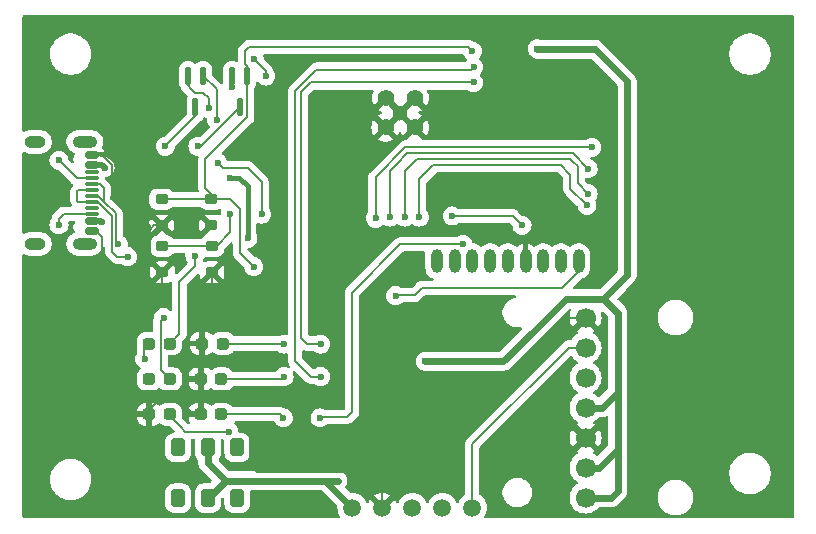
<source format=gtl>
%TF.GenerationSoftware,KiCad,Pcbnew,8.0.6*%
%TF.CreationDate,2024-12-20T11:49:08+09:00*%
%TF.ProjectId,PCB,5043422e-6b69-4636-9164-5f7063625858,rev?*%
%TF.SameCoordinates,Original*%
%TF.FileFunction,Copper,L1,Top*%
%TF.FilePolarity,Positive*%
%FSLAX46Y46*%
G04 Gerber Fmt 4.6, Leading zero omitted, Abs format (unit mm)*
G04 Created by KiCad (PCBNEW 8.0.6) date 2024-12-20 11:49:08*
%MOMM*%
%LPD*%
G01*
G04 APERTURE LIST*
G04 Aperture macros list*
%AMRoundRect*
0 Rectangle with rounded corners*
0 $1 Rounding radius*
0 $2 $3 $4 $5 $6 $7 $8 $9 X,Y pos of 4 corners*
0 Add a 4 corners polygon primitive as box body*
4,1,4,$2,$3,$4,$5,$6,$7,$8,$9,$2,$3,0*
0 Add four circle primitives for the rounded corners*
1,1,$1+$1,$2,$3*
1,1,$1+$1,$4,$5*
1,1,$1+$1,$6,$7*
1,1,$1+$1,$8,$9*
0 Add four rect primitives between the rounded corners*
20,1,$1+$1,$2,$3,$4,$5,0*
20,1,$1+$1,$4,$5,$6,$7,0*
20,1,$1+$1,$6,$7,$8,$9,0*
20,1,$1+$1,$8,$9,$2,$3,0*%
G04 Aperture macros list end*
%TA.AperFunction,SMDPad,CuDef*%
%ADD10RoundRect,0.300000X-0.300000X-0.450000X0.300000X-0.450000X0.300000X0.450000X-0.300000X0.450000X0*%
%TD*%
%TA.AperFunction,SMDPad,CuDef*%
%ADD11RoundRect,0.237500X0.287500X0.237500X-0.287500X0.237500X-0.287500X-0.237500X0.287500X-0.237500X0*%
%TD*%
%TA.AperFunction,ComponentPad*%
%ADD12O,1.000000X2.000000*%
%TD*%
%TA.AperFunction,SMDPad,CuDef*%
%ADD13RoundRect,0.237500X-0.287500X-0.237500X0.287500X-0.237500X0.287500X0.237500X-0.287500X0.237500X0*%
%TD*%
%TA.AperFunction,ComponentPad*%
%ADD14C,1.700000*%
%TD*%
%TA.AperFunction,SMDPad,CuDef*%
%ADD15RoundRect,0.112500X0.112500X0.637500X-0.112500X0.637500X-0.112500X-0.637500X0.112500X-0.637500X0*%
%TD*%
%TA.AperFunction,SMDPad,CuDef*%
%ADD16RoundRect,0.200000X-0.350000X-0.200000X0.350000X-0.200000X0.350000X0.200000X-0.350000X0.200000X0*%
%TD*%
%TA.AperFunction,ComponentPad*%
%ADD17C,1.500000*%
%TD*%
%TA.AperFunction,SMDPad,CuDef*%
%ADD18RoundRect,0.150000X-0.425000X0.150000X-0.425000X-0.150000X0.425000X-0.150000X0.425000X0.150000X0*%
%TD*%
%TA.AperFunction,SMDPad,CuDef*%
%ADD19RoundRect,0.075000X-0.500000X0.075000X-0.500000X-0.075000X0.500000X-0.075000X0.500000X0.075000X0*%
%TD*%
%TA.AperFunction,ComponentPad*%
%ADD20O,2.100000X1.000000*%
%TD*%
%TA.AperFunction,ComponentPad*%
%ADD21O,1.800000X1.000000*%
%TD*%
%TA.AperFunction,HeatsinkPad*%
%ADD22C,1.400000*%
%TD*%
%TA.AperFunction,HeatsinkPad*%
%ADD23C,1.300000*%
%TD*%
%TA.AperFunction,ViaPad*%
%ADD24C,0.450000*%
%TD*%
%TA.AperFunction,ViaPad*%
%ADD25C,0.600000*%
%TD*%
%TA.AperFunction,Conductor*%
%ADD26C,0.152400*%
%TD*%
%TA.AperFunction,Conductor*%
%ADD27C,0.600000*%
%TD*%
%TA.AperFunction,Conductor*%
%ADD28C,0.400000*%
%TD*%
%TA.AperFunction,Conductor*%
%ADD29C,0.200000*%
%TD*%
%TA.AperFunction,Conductor*%
%ADD30C,0.500000*%
%TD*%
G04 APERTURE END LIST*
D10*
%TO.P,SW1,1,A*%
%TO.N,SW_1*%
X102400000Y-107300000D03*
%TO.P,SW1,2,B*%
%TO.N,+3V3*%
X104900000Y-107300000D03*
%TO.P,SW1,3,C*%
%TO.N,unconnected-(SW1-C-Pad3)*%
X107400000Y-107300000D03*
%TO.P,SW1,4,A*%
%TO.N,unconnected-(SW1-A-Pad4)*%
X107400000Y-111600000D03*
%TO.P,SW1,5,B*%
%TO.N,+3V3*%
X104900000Y-111600000D03*
%TO.P,SW1,6,C*%
%TO.N,SW_1*%
X102400000Y-111600000D03*
%TD*%
D11*
%TO.P,D3,1,K*%
%TO.N,CBUS2*%
X101675000Y-98500000D03*
%TO.P,D3,2,A*%
%TO.N,Net-(D3-A)*%
X99925000Y-98500000D03*
%TD*%
D12*
%TO.P,U6,1,VO*%
%TO.N,unconnected-(U6-VO-Pad1)*%
X124300000Y-91525000D03*
%TO.P,U6,2,VOUT*%
%TO.N,Net-(U6-VOUT)*%
X125800000Y-91525000D03*
%TO.P,U6,3,CAP1N*%
%TO.N,Net-(U6-CAP1N)*%
X127300000Y-91525000D03*
%TO.P,U6,4,CAP1P*%
%TO.N,Net-(U6-CAP1P)*%
X128800000Y-91525000D03*
%TO.P,U6,5,VDD*%
%TO.N,+3V3*%
X130300000Y-91525000D03*
%TO.P,U6,6,VSS*%
%TO.N,GND*%
X131800000Y-91525000D03*
%TO.P,U6,7,SDA*%
%TO.N,ESP32_IO18_SDA*%
X133300000Y-91525000D03*
%TO.P,U6,8,SCL*%
%TO.N,ESP32_IO17_SCL*%
X134800000Y-91525000D03*
%TO.P,U6,9,XRSETB*%
%TO.N,ESP32_IO47*%
X136300000Y-91525000D03*
%TD*%
D13*
%TO.P,D6,1,K*%
%TO.N,GND*%
X104425000Y-98500000D03*
%TO.P,D6,2,A*%
%TO.N,Net-(D6-A)*%
X106175000Y-98500000D03*
%TD*%
D14*
%TO.P,U1,1,SDO*%
%TO.N,GND*%
X136880000Y-96300000D03*
%TO.P,U1,2,SCK*%
%TO.N,ESP32_IO17_SCL*%
X136880000Y-98840000D03*
%TO.P,U1,3,SDI*%
%TO.N,ESP32_IO18_SDA*%
X136880000Y-101380000D03*
%TO.P,U1,4,CSB*%
%TO.N,+3V3*%
X136880000Y-103920000D03*
%TO.P,U1,5,GND*%
%TO.N,GND*%
X136880000Y-106460000D03*
%TO.P,U1,6,V_core*%
%TO.N,+3V3*%
X136880000Y-109000000D03*
%TO.P,U1,7,V_io*%
X136880000Y-111540000D03*
%TD*%
D13*
%TO.P,D1,1,K*%
%TO.N,GND*%
X99925000Y-104500000D03*
%TO.P,D1,2,A*%
%TO.N,Net-(D1-A)*%
X101675000Y-104500000D03*
%TD*%
%TO.P,D5,1,K*%
%TO.N,GND*%
X104300000Y-101500000D03*
%TO.P,D5,2,A*%
%TO.N,Net-(D5-A)*%
X106050000Y-101500000D03*
%TD*%
D15*
%TO.P,Q2,1,C*%
%TO.N,ESP32_IO0*%
X104500000Y-75840000D03*
%TO.P,Q2,2,B*%
%TO.N,Net-(Q2-B)*%
X103200000Y-75840000D03*
%TO.P,Q2,3,E*%
%TO.N,DTR*%
X103850000Y-78500000D03*
%TD*%
D11*
%TO.P,D2,1,K*%
%TO.N,CBUS1*%
X101675000Y-101500000D03*
%TO.P,D2,2,A*%
%TO.N,Net-(D2-A)*%
X99925000Y-101500000D03*
%TD*%
D16*
%TO.P,SW3,1,1*%
%TO.N,ESP32_IO0*%
X101050000Y-90250000D03*
%TO.P,SW3,2,2*%
X105250000Y-90250000D03*
%TO.P,SW3,3,3*%
%TO.N,GND*%
X101050000Y-92450000D03*
%TO.P,SW3,4,4*%
X105250000Y-92450000D03*
%TD*%
D15*
%TO.P,Q1,1,C*%
%TO.N,ESP32_EN*%
X108250000Y-75840000D03*
%TO.P,Q1,2,B*%
%TO.N,Net-(Q1-B)*%
X106950000Y-75840000D03*
%TO.P,Q1,3,E*%
%TO.N,RTS*%
X107600000Y-78500000D03*
%TD*%
D17*
%TO.P,U5,1,SCL*%
%TO.N,ESP32_IO17_SCL*%
X127290000Y-112390000D03*
%TO.P,U5,2,SDA*%
%TO.N,ESP32_IO18_SDA*%
X124750000Y-112390000D03*
%TO.P,U5,3,IO4*%
%TO.N,unconnected-(U5-IO4-Pad3)*%
X122210000Y-112390000D03*
%TO.P,U5,4,GND*%
%TO.N,GND*%
X119670000Y-112390000D03*
%TO.P,U5,5,3V3*%
%TO.N,+3V3*%
X117130000Y-112390000D03*
%TD*%
D16*
%TO.P,SW2,1,1*%
%TO.N,ESP32_EN*%
X101000000Y-86300000D03*
%TO.P,SW2,2,2*%
X105200000Y-86300000D03*
%TO.P,SW2,3,3*%
%TO.N,GND*%
X101000000Y-88500000D03*
%TO.P,SW2,4,4*%
X105200000Y-88500000D03*
%TD*%
D18*
%TO.P,J1,A1,GND*%
%TO.N,GND*%
X95055000Y-82550000D03*
%TO.P,J1,A4,VBUS*%
%TO.N,VBUS*%
X95055000Y-83350000D03*
D19*
%TO.P,J1,A5,CC1*%
%TO.N,Net-(J1-CC1)*%
X95055000Y-84500000D03*
%TO.P,J1,A6,D+*%
%TO.N,USB_DP*%
X95055000Y-85500000D03*
%TO.P,J1,A7,D-*%
%TO.N,USB_DM*%
X95055000Y-86000000D03*
%TO.P,J1,A8,SBU1*%
%TO.N,unconnected-(J1-SBU1-PadA8)*%
X95055000Y-87000000D03*
D18*
%TO.P,J1,A9,VBUS*%
%TO.N,VBUS*%
X95055000Y-88150000D03*
%TO.P,J1,A12,GND*%
%TO.N,GND*%
X95055000Y-88950000D03*
%TO.P,J1,B1,GND*%
X95055000Y-88950000D03*
%TO.P,J1,B4,VBUS*%
%TO.N,VBUS*%
X95055000Y-88150000D03*
D19*
%TO.P,J1,B5,CC2*%
%TO.N,Net-(J1-CC2)*%
X95055000Y-87500000D03*
%TO.P,J1,B6,D+*%
%TO.N,USB_DP*%
X95055000Y-86500000D03*
%TO.P,J1,B7,D-*%
%TO.N,USB_DM*%
X95055000Y-85000000D03*
%TO.P,J1,B8,SBU2*%
%TO.N,unconnected-(J1-SBU2-PadB8)*%
X95055000Y-84000000D03*
D18*
%TO.P,J1,B9,VBUS*%
%TO.N,VBUS*%
X95055000Y-83350000D03*
%TO.P,J1,B12,GND*%
%TO.N,GND*%
X95055000Y-82550000D03*
D20*
%TO.P,J1,S1,SHIELD*%
%TO.N,unconnected-(J1-SHIELD-PadS1)_2*%
X94480000Y-81430000D03*
D21*
%TO.N,unconnected-(J1-SHIELD-PadS1)*%
X90300000Y-81430000D03*
D20*
%TO.N,unconnected-(J1-SHIELD-PadS1)_3*%
X94480000Y-90070000D03*
D21*
%TO.N,unconnected-(J1-SHIELD-PadS1)_1*%
X90300000Y-90070000D03*
%TD*%
D13*
%TO.P,D4,1,K*%
%TO.N,GND*%
X104300000Y-104500000D03*
%TO.P,D4,2,A*%
%TO.N,Net-(D4-A)*%
X106050000Y-104500000D03*
%TD*%
D22*
%TO.P,U4,41,GND*%
%TO.N,GND*%
X122400000Y-80200000D03*
X122400000Y-77700000D03*
D23*
X121200000Y-79000000D03*
D22*
X120000000Y-77700000D03*
X119950000Y-80200000D03*
%TD*%
D24*
%TO.N,GND*%
X95950000Y-82550000D03*
X101000000Y-88500000D03*
D25*
X92200000Y-101600000D03*
D24*
X96700000Y-95362500D03*
X92300000Y-91550000D03*
X100837500Y-94200000D03*
X99925000Y-104500000D03*
X99100000Y-87650000D03*
X97000000Y-104662500D03*
X107075000Y-94500000D03*
X96800000Y-86150000D03*
X105200000Y-88500000D03*
X107500000Y-105300000D03*
D25*
%TO.N,SW_1*%
X102400000Y-107300000D03*
X102400000Y-111600000D03*
%TO.N,+3V3*%
X115900000Y-110100000D03*
X105300000Y-111100000D03*
X106800000Y-84450000D03*
X108300000Y-89600000D03*
X123300000Y-100000000D03*
X132800000Y-73537500D03*
X140400000Y-86100000D03*
%TO.N,ESP32_EN*%
X127300000Y-73750000D03*
X108800000Y-92000000D03*
%TO.N,Net-(D1-A)*%
X106669000Y-105952400D03*
%TO.N,CBUS1*%
X101150000Y-96300000D03*
%TO.N,Net-(D2-A)*%
X99925000Y-101500000D03*
%TO.N,CBUS2*%
X103800000Y-91050000D03*
%TO.N,Net-(D3-A)*%
X99550000Y-99800000D03*
%TO.N,Net-(D4-A)*%
X111300000Y-104800000D03*
%TO.N,Net-(D5-A)*%
X111350000Y-101300000D03*
%TO.N,Net-(D6-A)*%
X111350000Y-98550000D03*
%TO.N,USB_DP*%
X98100000Y-91150000D03*
%TO.N,Net-(J1-CC1)*%
X92300000Y-83000000D03*
%TO.N,Net-(J1-CC2)*%
X92300000Y-88450000D03*
%TO.N,USB_DM*%
X97328600Y-90110700D03*
%TO.N,ESP32_IO11_SPI_MOSI*%
X137100000Y-85800000D03*
X121600000Y-87800000D03*
%TO.N,ESP32_IO10_SPI_CS*%
X122800000Y-87800000D03*
X137000000Y-86800000D03*
%TO.N,ESP32_IO12_SPI_SCK*%
X137100000Y-83700000D03*
X120300000Y-87800000D03*
%TO.N,ESP32_IO13_SPI_MISO*%
X137400000Y-81900000D03*
X119100000Y-87900000D03*
%TO.N,RTS*%
X104050000Y-81800000D03*
%TO.N,Net-(Q1-B)*%
X106950000Y-76800000D03*
%TO.N,DTR*%
X101300000Y-81800000D03*
%TO.N,ESP32_IO0*%
X109450000Y-87550000D03*
X105650000Y-79550000D03*
X106800000Y-87550000D03*
X105750000Y-83200000D03*
%TO.N,Net-(Q2-B)*%
X105000000Y-78600000D03*
%TO.N,ESP32_RXD*%
X109800000Y-75850000D03*
X108850000Y-74450000D03*
%TO.N,ESP32_IO46*%
X131500000Y-88500000D03*
X125600000Y-87700000D03*
%TO.N,ESP32_IO47*%
X120800000Y-94450000D03*
%TO.N,ESP32_IO3*%
X126500000Y-90100000D03*
X114400000Y-104800000D03*
%TO.N,ESP32_IO4*%
X114450000Y-101300000D03*
X127400000Y-75100000D03*
%TO.N,ESP32_IO5*%
X114450000Y-98550000D03*
X127400000Y-76400000D03*
%TO.N,VBUS*%
X96200000Y-83600000D03*
X95900000Y-88200000D03*
%TD*%
D26*
%TO.N,GND*%
X119670000Y-110120000D02*
X119670000Y-112390000D01*
X104425000Y-101325000D02*
X104425000Y-98500000D01*
X95550000Y-91850000D02*
X95550000Y-94750000D01*
X100000000Y-91400000D02*
X101050000Y-92450000D01*
X92200000Y-101600000D02*
X92200000Y-104000000D01*
X101000000Y-88500000D02*
X100350000Y-88500000D01*
X95400000Y-88950000D02*
X95950000Y-89500000D01*
X107500000Y-105300000D02*
X108450000Y-106250000D01*
X107025000Y-94550000D02*
X107075000Y-94500000D01*
X101050000Y-92450000D02*
X101050000Y-93987500D01*
X96800000Y-83400000D02*
X96800000Y-86150000D01*
X95250000Y-91550000D02*
X92300000Y-91550000D01*
X100000000Y-88550000D02*
X100000000Y-88850000D01*
X100350000Y-88500000D02*
X100000000Y-88850000D01*
X104300000Y-104500000D02*
X103650000Y-104500000D01*
X95950000Y-82550000D02*
X96800000Y-83400000D01*
X98250000Y-82550000D02*
X99100000Y-83400000D01*
X119700000Y-112360000D02*
X119670000Y-112390000D01*
X103650000Y-104500000D02*
X102600000Y-103450000D01*
X99100000Y-83400000D02*
X99100000Y-87650000D01*
X95550000Y-94750000D02*
X96150000Y-95350000D01*
X99100000Y-87650000D02*
X100000000Y-88550000D01*
X105600000Y-94550000D02*
X105250000Y-94200000D01*
X95055000Y-82550000D02*
X95950000Y-82550000D01*
X104425000Y-98500000D02*
X104425000Y-95725000D01*
X95055000Y-88950000D02*
X95400000Y-88950000D01*
X95950000Y-82550000D02*
X98250000Y-82550000D01*
X96150000Y-95350000D02*
X96250000Y-95350000D01*
X118900000Y-109350000D02*
X122150000Y-109350000D01*
X95950000Y-89500000D02*
X95950000Y-91150000D01*
X100600000Y-103450000D02*
X99925000Y-104125000D01*
X105600000Y-94550000D02*
X107025000Y-94550000D01*
X95950000Y-91150000D02*
X95550000Y-91550000D01*
X96250000Y-95350000D02*
X96262500Y-95362500D01*
X104300000Y-104500000D02*
X104300000Y-101500000D01*
X101050000Y-93987500D02*
X100837500Y-94200000D01*
X109100000Y-109350000D02*
X118900000Y-109350000D01*
X108450000Y-108700000D02*
X109100000Y-109350000D01*
X108450000Y-106250000D02*
X108450000Y-108700000D01*
X96987500Y-104650000D02*
X97000000Y-104662500D01*
X100000000Y-88850000D02*
X100000000Y-91400000D01*
X122150000Y-109350000D02*
X135200000Y-96300000D01*
X95250000Y-91550000D02*
X95550000Y-91850000D01*
X97862500Y-94200000D02*
X96700000Y-95362500D01*
X95550000Y-91550000D02*
X95250000Y-91550000D01*
X135200000Y-96300000D02*
X136880000Y-96300000D01*
X104300000Y-101500000D02*
X104300000Y-101450000D01*
X96262500Y-95362500D02*
X96700000Y-95362500D01*
X102600000Y-103450000D02*
X100600000Y-103450000D01*
X100837500Y-94200000D02*
X97862500Y-94200000D01*
X118900000Y-109350000D02*
X119670000Y-110120000D01*
X99925000Y-104125000D02*
X99925000Y-104500000D01*
X104425000Y-95725000D02*
X105600000Y-94550000D01*
X92850000Y-104650000D02*
X96987500Y-104650000D01*
X104300000Y-101450000D02*
X104425000Y-101325000D01*
X92200000Y-104000000D02*
X92850000Y-104650000D01*
X105250000Y-94200000D02*
X105250000Y-92450000D01*
D27*
%TO.N,+3V3*%
X138280000Y-103920000D02*
X136880000Y-103920000D01*
X129900000Y-100000000D02*
X132400000Y-97500000D01*
D28*
X107550000Y-84450000D02*
X108300000Y-85200000D01*
D27*
X132400000Y-97500000D02*
X135200000Y-94700000D01*
X139600000Y-95900000D02*
X139600000Y-102600000D01*
X140400000Y-92700000D02*
X140400000Y-86100000D01*
X138400000Y-94700000D02*
X140400000Y-92700000D01*
X139600000Y-102600000D02*
X139600000Y-107400000D01*
X138400000Y-94700000D02*
X139600000Y-95900000D01*
D28*
X106800000Y-84450000D02*
X107550000Y-84450000D01*
D27*
X106400000Y-110100000D02*
X114840000Y-110100000D01*
X104900000Y-108600000D02*
X104900000Y-107300000D01*
X139600000Y-102600000D02*
X138280000Y-103920000D01*
X139600000Y-107400000D02*
X138000000Y-109000000D01*
X139600000Y-107400000D02*
X139600000Y-111000000D01*
X140400000Y-76300000D02*
X137700000Y-73600000D01*
X139600000Y-111000000D02*
X139060000Y-111540000D01*
X140400000Y-86100000D02*
X140400000Y-76300000D01*
X123300000Y-100000000D02*
X129900000Y-100000000D01*
X132862500Y-73600000D02*
X132800000Y-73537500D01*
X114840000Y-110100000D02*
X115900000Y-110100000D01*
X137700000Y-73600000D02*
X132862500Y-73600000D01*
D29*
X105000000Y-107400000D02*
X104900000Y-107300000D01*
D27*
X106400000Y-110100000D02*
X104900000Y-108600000D01*
D28*
X108300000Y-85200000D02*
X108300000Y-89600000D01*
D27*
X104900000Y-111600000D02*
X104900000Y-111500000D01*
X139060000Y-111540000D02*
X136880000Y-111540000D01*
X135200000Y-94700000D02*
X138400000Y-94700000D01*
X104900000Y-111500000D02*
X105300000Y-111100000D01*
X138000000Y-109000000D02*
X136880000Y-109000000D01*
X104900000Y-111600000D02*
X106400000Y-110100000D01*
X114840000Y-110100000D02*
X117130000Y-112390000D01*
D29*
%TO.N,ESP32_EN*%
X104700000Y-82900000D02*
X104700000Y-85300000D01*
X108250000Y-75000000D02*
X108250000Y-75840000D01*
X105200000Y-85800000D02*
X105200000Y-86300000D01*
X107600000Y-87100000D02*
X107600000Y-90800000D01*
X101000000Y-86300000D02*
X105200000Y-86300000D01*
X107600000Y-90800000D02*
X108800000Y-92000000D01*
X106800000Y-86300000D02*
X107600000Y-87100000D01*
X108250000Y-75840000D02*
X108250000Y-79350000D01*
X104700000Y-85300000D02*
X105200000Y-85800000D01*
X108400000Y-73400000D02*
X108050000Y-73750000D01*
X108050000Y-74800000D02*
X108250000Y-75000000D01*
X105200000Y-86300000D02*
X106800000Y-86300000D01*
X127300000Y-73750000D02*
X126950000Y-73400000D01*
X108250000Y-79350000D02*
X104700000Y-82900000D01*
X126950000Y-73400000D02*
X108400000Y-73400000D01*
X108050000Y-73750000D02*
X108050000Y-74800000D01*
%TO.N,Net-(D1-A)*%
X103002400Y-105952400D02*
X106669000Y-105952400D01*
X101675000Y-104625000D02*
X102600000Y-105550000D01*
X102600000Y-105550000D02*
X103002400Y-105952400D01*
X101675000Y-104500000D02*
X101675000Y-104625000D01*
%TO.N,CBUS1*%
X100897600Y-96552400D02*
X100897600Y-100722600D01*
X100897600Y-100722600D02*
X101675000Y-101500000D01*
X101150000Y-96300000D02*
X100897600Y-96552400D01*
%TO.N,CBUS2*%
X102500000Y-93250000D02*
X103250000Y-92500000D01*
X102500000Y-97675000D02*
X102500000Y-97300000D01*
X103250000Y-92500000D02*
X103800000Y-91950000D01*
X103800000Y-91950000D02*
X103800000Y-91050000D01*
X101675000Y-98500000D02*
X102500000Y-97675000D01*
X102500000Y-97300000D02*
X102500000Y-93250000D01*
%TO.N,Net-(D3-A)*%
X99500000Y-99750000D02*
X99550000Y-99800000D01*
X99925000Y-98500000D02*
X99900000Y-98500000D01*
X99500000Y-98900000D02*
X99500000Y-99750000D01*
X99900000Y-98500000D02*
X99500000Y-98900000D01*
%TO.N,Net-(D4-A)*%
X106050000Y-104500000D02*
X111000000Y-104500000D01*
X111000000Y-104500000D02*
X111300000Y-104800000D01*
%TO.N,Net-(D5-A)*%
X111150000Y-101500000D02*
X111350000Y-101300000D01*
X106050000Y-101500000D02*
X111150000Y-101500000D01*
%TO.N,Net-(D6-A)*%
X111300000Y-98500000D02*
X111350000Y-98550000D01*
X106175000Y-98500000D02*
X111300000Y-98500000D01*
D26*
%TO.N,USB_DP*%
X93850000Y-86400000D02*
X93950000Y-86500000D01*
X96800000Y-87670001D02*
X96800000Y-90750000D01*
X96800000Y-90750000D02*
X97200000Y-91150000D01*
X95055000Y-86500000D02*
X95629999Y-86500000D01*
X93950000Y-86500000D02*
X95055000Y-86500000D01*
X95055000Y-85500000D02*
X93950000Y-85500000D01*
X95629999Y-86500000D02*
X96800000Y-87670001D01*
X93950000Y-85500000D02*
X93850000Y-85600000D01*
X93850000Y-85600000D02*
X93850000Y-86400000D01*
X97200000Y-91150000D02*
X98100000Y-91150000D01*
D29*
%TO.N,Net-(J1-CC1)*%
X95055000Y-84500000D02*
X93800000Y-84500000D01*
X93800000Y-84500000D02*
X92300000Y-83000000D01*
%TO.N,Net-(J1-CC2)*%
X95055000Y-87500000D02*
X92720000Y-87500000D01*
X92300000Y-87960000D02*
X92300000Y-88450000D01*
X92280000Y-87940000D02*
X92300000Y-87960000D01*
X92720000Y-87500000D02*
X92280000Y-87940000D01*
D26*
%TO.N,USB_DM*%
X95629999Y-86000000D02*
X95055000Y-86000000D01*
X97104800Y-87474801D02*
X96139999Y-86510001D01*
X96139999Y-86510001D02*
X95629999Y-86000000D01*
X96100000Y-86470002D02*
X96139999Y-86510001D01*
X95055000Y-85000000D02*
X95800000Y-85000000D01*
X97104800Y-89886900D02*
X97104800Y-87474801D01*
X96100000Y-85300000D02*
X96100000Y-86470002D01*
X97328600Y-90110700D02*
X97104800Y-89886900D01*
X95800000Y-85000000D02*
X96100000Y-85300000D01*
D29*
%TO.N,ESP32_IO11_SPI_MOSI*%
X136200000Y-83500000D02*
X135800000Y-83100000D01*
X122600000Y-82900000D02*
X121600000Y-83900000D01*
X136200000Y-84600000D02*
X136200000Y-83500000D01*
X121600000Y-83900000D02*
X121600000Y-87800000D01*
X135800000Y-83100000D02*
X135600000Y-82900000D01*
X137100000Y-85800000D02*
X136200000Y-84900000D01*
X136200000Y-84900000D02*
X136200000Y-84600000D01*
X134900000Y-82900000D02*
X122600000Y-82900000D01*
X135600000Y-82900000D02*
X134900000Y-82900000D01*
%TO.N,ESP32_IO10_SPI_CS*%
X122800000Y-84600000D02*
X122800000Y-87800000D01*
X135600000Y-85400000D02*
X135600000Y-84200000D01*
X137000000Y-86800000D02*
X135600000Y-85400000D01*
X134800000Y-83400000D02*
X124000000Y-83400000D01*
X124000000Y-83400000D02*
X122800000Y-84600000D01*
X135600000Y-84200000D02*
X134800000Y-83400000D01*
%TO.N,ESP32_IO12_SPI_SCK*%
X120900000Y-83300000D02*
X120300000Y-83900000D01*
X135800000Y-82400000D02*
X133700000Y-82400000D01*
X121800000Y-82400000D02*
X120900000Y-83300000D01*
X137100000Y-83700000D02*
X135800000Y-82400000D01*
X120300000Y-83900000D02*
X120300000Y-87800000D01*
X133700000Y-82400000D02*
X121800000Y-82400000D01*
%TO.N,ESP32_IO13_SPI_MISO*%
X121600000Y-81900000D02*
X119100000Y-84400000D01*
X137400000Y-81900000D02*
X128800000Y-81900000D01*
X119100000Y-84400000D02*
X119100000Y-87900000D01*
X128800000Y-81900000D02*
X121600000Y-81900000D01*
%TO.N,RTS*%
X107600000Y-78500000D02*
X104300000Y-81800000D01*
X104300000Y-81800000D02*
X104050000Y-81800000D01*
%TO.N,Net-(Q1-B)*%
X106950000Y-76800000D02*
X106950000Y-75840000D01*
%TO.N,DTR*%
X103850000Y-78500000D02*
X103850000Y-79250000D01*
X103850000Y-79250000D02*
X101300000Y-81800000D01*
%TO.N,ESP32_IO0*%
X105250000Y-90250000D02*
X101050000Y-90250000D01*
X105250000Y-90250000D02*
X105650000Y-90250000D01*
X106800000Y-89100000D02*
X106800000Y-87550000D01*
X104500000Y-75840000D02*
X105650000Y-76990000D01*
X108300000Y-83650000D02*
X109450000Y-84800000D01*
X105750000Y-83200000D02*
X106200000Y-83650000D01*
X106200000Y-83650000D02*
X108300000Y-83650000D01*
X105650000Y-90250000D02*
X106800000Y-89100000D01*
X105650000Y-76990000D02*
X105650000Y-79550000D01*
X109450000Y-84800000D02*
X109450000Y-87550000D01*
%TO.N,Net-(Q2-B)*%
X103200000Y-75840000D02*
X103200000Y-76650000D01*
X103200000Y-76650000D02*
X103500000Y-76950000D01*
X104500000Y-77250000D02*
X105000000Y-77750000D01*
X103500000Y-76950000D02*
X103800000Y-77250000D01*
X103800000Y-77250000D02*
X104500000Y-77250000D01*
X105000000Y-77750000D02*
X105000000Y-78600000D01*
%TO.N,ESP32_RXD*%
X109800000Y-75400000D02*
X109800000Y-75850000D01*
X108850000Y-74450000D02*
X109800000Y-75400000D01*
%TO.N,ESP32_IO46*%
X125600000Y-87700000D02*
X130700000Y-87700000D01*
X130700000Y-87700000D02*
X131500000Y-88500000D01*
%TO.N,ESP32_IO47*%
X120850000Y-94400000D02*
X120800000Y-94450000D01*
X123000000Y-93800000D02*
X122400000Y-94400000D01*
X122400000Y-94400000D02*
X120850000Y-94400000D01*
X136300000Y-92400000D02*
X134900000Y-93800000D01*
X136300000Y-91525000D02*
X136300000Y-92400000D01*
X134900000Y-93800000D02*
X123000000Y-93800000D01*
%TO.N,ESP32_IO3*%
X117100000Y-94200000D02*
X117100000Y-104300000D01*
X117100000Y-104300000D02*
X116700000Y-104700000D01*
X116700000Y-104700000D02*
X114500000Y-104700000D01*
X114500000Y-104700000D02*
X114400000Y-104800000D01*
X121200000Y-90100000D02*
X117100000Y-94200000D01*
X126500000Y-90100000D02*
X121200000Y-90100000D01*
%TO.N,ESP32_IO4*%
X127200000Y-75300000D02*
X114100000Y-75300000D01*
X113600000Y-101300000D02*
X114450000Y-101300000D01*
X112300000Y-100000000D02*
X113600000Y-101300000D01*
X112300000Y-77100000D02*
X112300000Y-100000000D01*
X114100000Y-75300000D02*
X112300000Y-77100000D01*
X127400000Y-75100000D02*
X127200000Y-75300000D01*
%TO.N,ESP32_IO5*%
X113600000Y-76400000D02*
X112800000Y-77200000D01*
X113300000Y-98500000D02*
X114400000Y-98500000D01*
X112800000Y-77200000D02*
X112800000Y-98000000D01*
X127400000Y-76400000D02*
X113600000Y-76400000D01*
X112800000Y-98000000D02*
X113300000Y-98500000D01*
X114400000Y-98500000D02*
X114450000Y-98550000D01*
%TO.N,ESP32_IO17_SCL*%
X127290000Y-107010000D02*
X127290000Y-112390000D01*
X135460000Y-98840000D02*
X127290000Y-107010000D01*
X136880000Y-98840000D02*
X135460000Y-98840000D01*
D30*
%TO.N,VBUS*%
X95950000Y-83350000D02*
X96200000Y-83600000D01*
X95900000Y-83350000D02*
X95950000Y-83350000D01*
X95055000Y-88150000D02*
X95850000Y-88150000D01*
X95055000Y-83350000D02*
X95900000Y-83350000D01*
X95850000Y-88150000D02*
X95900000Y-88200000D01*
%TD*%
%TA.AperFunction,Conductor*%
%TO.N,GND*%
G36*
X122353553Y-79800000D02*
G01*
X122347339Y-79800000D01*
X122245606Y-79827259D01*
X122154394Y-79879920D01*
X122079920Y-79954394D01*
X122027259Y-80045606D01*
X122000000Y-80147339D01*
X122000000Y-80153553D01*
X121246447Y-79400000D01*
X121252661Y-79400000D01*
X121354394Y-79372741D01*
X121445606Y-79320080D01*
X121520080Y-79245606D01*
X121572741Y-79154394D01*
X121600000Y-79052661D01*
X121600000Y-79046447D01*
X122353553Y-79800000D01*
G37*
%TD.AperFunction*%
%TA.AperFunction,Conductor*%
G36*
X120800000Y-79052661D02*
G01*
X120827259Y-79154394D01*
X120879920Y-79245606D01*
X120954394Y-79320080D01*
X121045606Y-79372741D01*
X121147339Y-79400000D01*
X121153553Y-79400000D01*
X120594518Y-79959035D01*
X120533195Y-79992520D01*
X120508362Y-79995190D01*
X120350000Y-80153552D01*
X120350000Y-80147339D01*
X120322741Y-80045606D01*
X120270080Y-79954394D01*
X120195606Y-79879920D01*
X120104394Y-79827259D01*
X120002661Y-79800000D01*
X119996446Y-79800000D01*
X120590839Y-79205608D01*
X120652162Y-79172123D01*
X120676994Y-79169453D01*
X120800000Y-79046447D01*
X120800000Y-79052661D01*
G37*
%TD.AperFunction*%
%TA.AperFunction,Conductor*%
G36*
X120969391Y-78315838D02*
G01*
X121002876Y-78377161D01*
X121005710Y-78403519D01*
X121005710Y-78452157D01*
X121153553Y-78600000D01*
X121147339Y-78600000D01*
X121045606Y-78627259D01*
X120954394Y-78679920D01*
X120879920Y-78754394D01*
X120827259Y-78845606D01*
X120800000Y-78947339D01*
X120800000Y-78953553D01*
X120265964Y-78419517D01*
X120232479Y-78358194D01*
X120229645Y-78331836D01*
X120229645Y-78283197D01*
X120046448Y-78100000D01*
X120052661Y-78100000D01*
X120154394Y-78072741D01*
X120245606Y-78020080D01*
X120320080Y-77945606D01*
X120372741Y-77854394D01*
X120400000Y-77752661D01*
X120400000Y-77746447D01*
X120969391Y-78315838D01*
G37*
%TD.AperFunction*%
%TA.AperFunction,Conductor*%
G36*
X122000000Y-77752661D02*
G01*
X122027259Y-77854394D01*
X122079920Y-77945606D01*
X122154394Y-78020080D01*
X122245606Y-78072741D01*
X122347339Y-78100000D01*
X122353553Y-78100000D01*
X122170354Y-78283198D01*
X122170354Y-78331837D01*
X122150669Y-78398876D01*
X122134035Y-78419518D01*
X121600000Y-78953553D01*
X121600000Y-78947339D01*
X121572741Y-78845606D01*
X121520080Y-78754394D01*
X121445606Y-78679920D01*
X121354394Y-78627259D01*
X121252661Y-78600000D01*
X121246445Y-78600000D01*
X121394289Y-78452156D01*
X121394289Y-78403520D01*
X121413974Y-78336481D01*
X121430608Y-78315839D01*
X122000000Y-77746447D01*
X122000000Y-77752661D01*
G37*
%TD.AperFunction*%
%TA.AperFunction,Conductor*%
G36*
X154442539Y-70720185D02*
G01*
X154488294Y-70772989D01*
X154499500Y-70824500D01*
X154499500Y-113175500D01*
X154479815Y-113242539D01*
X154427011Y-113288294D01*
X154375500Y-113299500D01*
X128417942Y-113299500D01*
X128350903Y-113279815D01*
X128305148Y-113227011D01*
X128295204Y-113157853D01*
X128316368Y-113104376D01*
X128377102Y-113017639D01*
X128469575Y-112819330D01*
X128526207Y-112607977D01*
X128545277Y-112390000D01*
X128526207Y-112172023D01*
X128481093Y-112003655D01*
X128469577Y-111960677D01*
X128469576Y-111960676D01*
X128469575Y-111960670D01*
X128377102Y-111762362D01*
X128377099Y-111762358D01*
X128377099Y-111762357D01*
X128251599Y-111583124D01*
X128178762Y-111510287D01*
X128096877Y-111428402D01*
X128074632Y-111412826D01*
X127943376Y-111320918D01*
X127899751Y-111266341D01*
X127890500Y-111219344D01*
X127890500Y-111021577D01*
X129849500Y-111021577D01*
X129849500Y-111218422D01*
X129880290Y-111412826D01*
X129941117Y-111600029D01*
X130002524Y-111720546D01*
X130030476Y-111775405D01*
X130146172Y-111934646D01*
X130285354Y-112073828D01*
X130444595Y-112189524D01*
X130500149Y-112217830D01*
X130619970Y-112278882D01*
X130619972Y-112278882D01*
X130619975Y-112278884D01*
X130714924Y-112309735D01*
X130807173Y-112339709D01*
X131001578Y-112370500D01*
X131001583Y-112370500D01*
X131198422Y-112370500D01*
X131392826Y-112339709D01*
X131433685Y-112326433D01*
X131580025Y-112278884D01*
X131755405Y-112189524D01*
X131914646Y-112073828D01*
X132053828Y-111934646D01*
X132169524Y-111775405D01*
X132258884Y-111600025D01*
X132319709Y-111412826D01*
X132332419Y-111332578D01*
X132350500Y-111218422D01*
X132350500Y-111021577D01*
X132319709Y-110827173D01*
X132272714Y-110682539D01*
X132258884Y-110639975D01*
X132258882Y-110639972D01*
X132258882Y-110639970D01*
X132211743Y-110547455D01*
X132169524Y-110464595D01*
X132053828Y-110305354D01*
X131914646Y-110166172D01*
X131755405Y-110050476D01*
X131697865Y-110021158D01*
X131580029Y-109961117D01*
X131392826Y-109900290D01*
X131198422Y-109869500D01*
X131198417Y-109869500D01*
X131001583Y-109869500D01*
X131001578Y-109869500D01*
X130807173Y-109900290D01*
X130619970Y-109961117D01*
X130444594Y-110050476D01*
X130408849Y-110076447D01*
X130285354Y-110166172D01*
X130285352Y-110166174D01*
X130285351Y-110166174D01*
X130146174Y-110305351D01*
X130146174Y-110305352D01*
X130146172Y-110305354D01*
X130103104Y-110364632D01*
X130030476Y-110464594D01*
X129941117Y-110639970D01*
X129880290Y-110827173D01*
X129849500Y-111021577D01*
X127890500Y-111021577D01*
X127890500Y-107310097D01*
X127910185Y-107243058D01*
X127926819Y-107222416D01*
X131692900Y-103456335D01*
X135570766Y-99578468D01*
X135632087Y-99544985D01*
X135701779Y-99549969D01*
X135757712Y-99591841D01*
X135760010Y-99595014D01*
X135778080Y-99620821D01*
X135841501Y-99711396D01*
X135841506Y-99711402D01*
X136008597Y-99878493D01*
X136008603Y-99878498D01*
X136194158Y-100008425D01*
X136237783Y-100063002D01*
X136244977Y-100132500D01*
X136213454Y-100194855D01*
X136194158Y-100211575D01*
X136008597Y-100341505D01*
X135841505Y-100508597D01*
X135705965Y-100702169D01*
X135705964Y-100702171D01*
X135606098Y-100916335D01*
X135606094Y-100916344D01*
X135544938Y-101144586D01*
X135544936Y-101144596D01*
X135524341Y-101379999D01*
X135524341Y-101380000D01*
X135544936Y-101615403D01*
X135544938Y-101615413D01*
X135606094Y-101843655D01*
X135606096Y-101843659D01*
X135606097Y-101843663D01*
X135646271Y-101929816D01*
X135705965Y-102057830D01*
X135705967Y-102057834D01*
X135841501Y-102251395D01*
X135841506Y-102251402D01*
X136008597Y-102418493D01*
X136008603Y-102418498D01*
X136194158Y-102548425D01*
X136237783Y-102603002D01*
X136244977Y-102672500D01*
X136213454Y-102734855D01*
X136194158Y-102751575D01*
X136008597Y-102881505D01*
X135841505Y-103048597D01*
X135705965Y-103242169D01*
X135705964Y-103242171D01*
X135606098Y-103456335D01*
X135606094Y-103456344D01*
X135544938Y-103684586D01*
X135544936Y-103684596D01*
X135524341Y-103919999D01*
X135524341Y-103920000D01*
X135544936Y-104155403D01*
X135544938Y-104155413D01*
X135606094Y-104383655D01*
X135606096Y-104383659D01*
X135606097Y-104383663D01*
X135679833Y-104541789D01*
X135705965Y-104597830D01*
X135705967Y-104597834D01*
X135798338Y-104729752D01*
X135841505Y-104791401D01*
X136008599Y-104958495D01*
X136166011Y-105068716D01*
X136194594Y-105088730D01*
X136238218Y-105143307D01*
X136245411Y-105212806D01*
X136213889Y-105275160D01*
X136194593Y-105291880D01*
X136118626Y-105345072D01*
X136118625Y-105345072D01*
X136709765Y-105936212D01*
X136667708Y-105947482D01*
X136542292Y-106019890D01*
X136439890Y-106122292D01*
X136367482Y-106247708D01*
X136356212Y-106289764D01*
X135765073Y-105698625D01*
X135765072Y-105698625D01*
X135706401Y-105782419D01*
X135606570Y-105996507D01*
X135606566Y-105996516D01*
X135545432Y-106224673D01*
X135545430Y-106224684D01*
X135524843Y-106459998D01*
X135524843Y-106460001D01*
X135545430Y-106695315D01*
X135545432Y-106695326D01*
X135606566Y-106923483D01*
X135606570Y-106923492D01*
X135706400Y-107137579D01*
X135706402Y-107137583D01*
X135765072Y-107221373D01*
X135765073Y-107221373D01*
X136356212Y-106630234D01*
X136367482Y-106672292D01*
X136439890Y-106797708D01*
X136542292Y-106900110D01*
X136667708Y-106972518D01*
X136709765Y-106983787D01*
X136118625Y-107574925D01*
X136194594Y-107628119D01*
X136238219Y-107682696D01*
X136245413Y-107752194D01*
X136213890Y-107814549D01*
X136194595Y-107831269D01*
X136008594Y-107961508D01*
X135841505Y-108128597D01*
X135705965Y-108322169D01*
X135705964Y-108322171D01*
X135606098Y-108536335D01*
X135606094Y-108536344D01*
X135544938Y-108764586D01*
X135544936Y-108764596D01*
X135524341Y-108999999D01*
X135524341Y-109000000D01*
X135544936Y-109235403D01*
X135544938Y-109235413D01*
X135606094Y-109463655D01*
X135606096Y-109463659D01*
X135606097Y-109463663D01*
X135676540Y-109614727D01*
X135705965Y-109677830D01*
X135705967Y-109677834D01*
X135803853Y-109817628D01*
X135838075Y-109866503D01*
X135841501Y-109871395D01*
X135841506Y-109871402D01*
X136008597Y-110038493D01*
X136008603Y-110038498D01*
X136194158Y-110168425D01*
X136237783Y-110223002D01*
X136244977Y-110292500D01*
X136213454Y-110354855D01*
X136194158Y-110371575D01*
X136008597Y-110501505D01*
X135841505Y-110668597D01*
X135705965Y-110862169D01*
X135705964Y-110862171D01*
X135606098Y-111076335D01*
X135606094Y-111076344D01*
X135544938Y-111304586D01*
X135544936Y-111304596D01*
X135524341Y-111539999D01*
X135524341Y-111540000D01*
X135544936Y-111775403D01*
X135544938Y-111775413D01*
X135606094Y-112003655D01*
X135606096Y-112003659D01*
X135606097Y-112003663D01*
X135638816Y-112073828D01*
X135705965Y-112217830D01*
X135705967Y-112217834D01*
X135798338Y-112349752D01*
X135841505Y-112411401D01*
X136008599Y-112578495D01*
X136105384Y-112646265D01*
X136202165Y-112714032D01*
X136202167Y-112714033D01*
X136202170Y-112714035D01*
X136416337Y-112813903D01*
X136416343Y-112813904D01*
X136416344Y-112813905D01*
X136420584Y-112815041D01*
X136644592Y-112875063D01*
X136832918Y-112891539D01*
X136879999Y-112895659D01*
X136880000Y-112895659D01*
X136880001Y-112895659D01*
X136919234Y-112892226D01*
X137115408Y-112875063D01*
X137343663Y-112813903D01*
X137557830Y-112714035D01*
X137751401Y-112578495D01*
X137918495Y-112411401D01*
X137931116Y-112393375D01*
X137985693Y-112349752D01*
X138032691Y-112340500D01*
X139138844Y-112340500D01*
X139138845Y-112340499D01*
X139293497Y-112309737D01*
X139439179Y-112249394D01*
X139570289Y-112161789D01*
X140110286Y-111621790D01*
X140110289Y-111621789D01*
X140221789Y-111510289D01*
X140280847Y-111421902D01*
X142999500Y-111421902D01*
X142999500Y-111658097D01*
X143036446Y-111891368D01*
X143109433Y-112115996D01*
X143208149Y-112309735D01*
X143216657Y-112326433D01*
X143355483Y-112517510D01*
X143522490Y-112684517D01*
X143713567Y-112823343D01*
X143766864Y-112850499D01*
X143924003Y-112930566D01*
X143924005Y-112930566D01*
X143924008Y-112930568D01*
X143953037Y-112940000D01*
X144148631Y-113003553D01*
X144381903Y-113040500D01*
X144381908Y-113040500D01*
X144618097Y-113040500D01*
X144851368Y-113003553D01*
X145075992Y-112930568D01*
X145286433Y-112823343D01*
X145477510Y-112684517D01*
X145644517Y-112517510D01*
X145783343Y-112326433D01*
X145890568Y-112115992D01*
X145963553Y-111891368D01*
X145971689Y-111840000D01*
X146000500Y-111658097D01*
X146000500Y-111421902D01*
X145963553Y-111188631D01*
X145894013Y-110974612D01*
X145890568Y-110964008D01*
X145890566Y-110964005D01*
X145890566Y-110964003D01*
X145834002Y-110852991D01*
X145783343Y-110753567D01*
X145644517Y-110562490D01*
X145477510Y-110395483D01*
X145286433Y-110256657D01*
X145075996Y-110149433D01*
X144851368Y-110076446D01*
X144618097Y-110039500D01*
X144618092Y-110039500D01*
X144381908Y-110039500D01*
X144381903Y-110039500D01*
X144148631Y-110076446D01*
X143924003Y-110149433D01*
X143713566Y-110256657D01*
X143630515Y-110316998D01*
X143522490Y-110395483D01*
X143522488Y-110395485D01*
X143522487Y-110395485D01*
X143355485Y-110562487D01*
X143355485Y-110562488D01*
X143355483Y-110562490D01*
X143326587Y-110602262D01*
X143216657Y-110753566D01*
X143109433Y-110964003D01*
X143036446Y-111188631D01*
X142999500Y-111421902D01*
X140280847Y-111421902D01*
X140309394Y-111379179D01*
X140369737Y-111233497D01*
X140378661Y-111188632D01*
X140385021Y-111156661D01*
X140400500Y-111078845D01*
X140400500Y-109385258D01*
X149049500Y-109385258D01*
X149049500Y-109614741D01*
X149069907Y-109769737D01*
X149079452Y-109842238D01*
X149125025Y-110012319D01*
X149138842Y-110063887D01*
X149226650Y-110275876D01*
X149226657Y-110275890D01*
X149341392Y-110474617D01*
X149481081Y-110656661D01*
X149481089Y-110656670D01*
X149643330Y-110818911D01*
X149643338Y-110818918D01*
X149825382Y-110958607D01*
X149825385Y-110958608D01*
X149825388Y-110958611D01*
X150024112Y-111073344D01*
X150024117Y-111073346D01*
X150024123Y-111073349D01*
X150097511Y-111103747D01*
X150236113Y-111161158D01*
X150457762Y-111220548D01*
X150685266Y-111250500D01*
X150685273Y-111250500D01*
X150914727Y-111250500D01*
X150914734Y-111250500D01*
X151142238Y-111220548D01*
X151363887Y-111161158D01*
X151575888Y-111073344D01*
X151774612Y-110958611D01*
X151956661Y-110818919D01*
X151956665Y-110818914D01*
X151956670Y-110818911D01*
X152118911Y-110656670D01*
X152118914Y-110656665D01*
X152118919Y-110656661D01*
X152258611Y-110474612D01*
X152373344Y-110275888D01*
X152461158Y-110063887D01*
X152520548Y-109842238D01*
X152550500Y-109614734D01*
X152550500Y-109385266D01*
X152520548Y-109157762D01*
X152461158Y-108936113D01*
X152390113Y-108764596D01*
X152373349Y-108724123D01*
X152373346Y-108724117D01*
X152373344Y-108724112D01*
X152258611Y-108525388D01*
X152258608Y-108525385D01*
X152258607Y-108525382D01*
X152118918Y-108343338D01*
X152118911Y-108343330D01*
X151956670Y-108181089D01*
X151956661Y-108181081D01*
X151774617Y-108041392D01*
X151770496Y-108039013D01*
X151668953Y-107980387D01*
X151575890Y-107926657D01*
X151575876Y-107926650D01*
X151363887Y-107838842D01*
X151335624Y-107831269D01*
X151142238Y-107779452D01*
X151104215Y-107774446D01*
X150914741Y-107749500D01*
X150914734Y-107749500D01*
X150685266Y-107749500D01*
X150685258Y-107749500D01*
X150478726Y-107776692D01*
X150457762Y-107779452D01*
X150399907Y-107794954D01*
X150236112Y-107838842D01*
X150024123Y-107926650D01*
X150024109Y-107926657D01*
X149825382Y-108041392D01*
X149643338Y-108181081D01*
X149481081Y-108343338D01*
X149341392Y-108525382D01*
X149226657Y-108724109D01*
X149226650Y-108724123D01*
X149138842Y-108936112D01*
X149127301Y-108979185D01*
X149092172Y-109110292D01*
X149079453Y-109157759D01*
X149079451Y-109157770D01*
X149049500Y-109385258D01*
X140400500Y-109385258D01*
X140400500Y-96181902D01*
X142999500Y-96181902D01*
X142999500Y-96418097D01*
X143036446Y-96651368D01*
X143109433Y-96875996D01*
X143203888Y-97061373D01*
X143216657Y-97086433D01*
X143355483Y-97277510D01*
X143522490Y-97444517D01*
X143713567Y-97583343D01*
X143779018Y-97616692D01*
X143924003Y-97690566D01*
X143924005Y-97690566D01*
X143924008Y-97690568D01*
X144003757Y-97716480D01*
X144148631Y-97763553D01*
X144381903Y-97800500D01*
X144381908Y-97800500D01*
X144618097Y-97800500D01*
X144851368Y-97763553D01*
X144855424Y-97762235D01*
X145075992Y-97690568D01*
X145286433Y-97583343D01*
X145477510Y-97444517D01*
X145644517Y-97277510D01*
X145783343Y-97086433D01*
X145890568Y-96875992D01*
X145963553Y-96651368D01*
X145965122Y-96641459D01*
X146000500Y-96418097D01*
X146000500Y-96181902D01*
X145963553Y-95948631D01*
X145890566Y-95724003D01*
X145834002Y-95612991D01*
X145783343Y-95513567D01*
X145644517Y-95322490D01*
X145477510Y-95155483D01*
X145286433Y-95016657D01*
X145254723Y-95000500D01*
X145075996Y-94909433D01*
X144851368Y-94836446D01*
X144618097Y-94799500D01*
X144618092Y-94799500D01*
X144381908Y-94799500D01*
X144381903Y-94799500D01*
X144148631Y-94836446D01*
X143924003Y-94909433D01*
X143713566Y-95016657D01*
X143626638Y-95079815D01*
X143522490Y-95155483D01*
X143522488Y-95155485D01*
X143522487Y-95155485D01*
X143355485Y-95322487D01*
X143355485Y-95322488D01*
X143355483Y-95322490D01*
X143306647Y-95389707D01*
X143216657Y-95513566D01*
X143109433Y-95724003D01*
X143036446Y-95948631D01*
X142999500Y-96181902D01*
X140400500Y-96181902D01*
X140400500Y-95821157D01*
X140395842Y-95797743D01*
X140395841Y-95797742D01*
X140395841Y-95797738D01*
X140369737Y-95666503D01*
X140336878Y-95587174D01*
X140309394Y-95520821D01*
X140309393Y-95520819D01*
X140309392Y-95520817D01*
X140221789Y-95389711D01*
X140221786Y-95389707D01*
X140105970Y-95273891D01*
X140105947Y-95273870D01*
X139619758Y-94787681D01*
X139586273Y-94726358D01*
X139591257Y-94656666D01*
X139619758Y-94612319D01*
X140284340Y-93947738D01*
X141021789Y-93210289D01*
X141048079Y-93170943D01*
X141109394Y-93079179D01*
X141169737Y-92933497D01*
X141200500Y-92778842D01*
X141200500Y-86151914D01*
X141201280Y-86138029D01*
X141205565Y-86100001D01*
X141205565Y-86099998D01*
X141201280Y-86061969D01*
X141200500Y-86048085D01*
X141200500Y-76221157D01*
X141197867Y-76207922D01*
X141189969Y-76168215D01*
X141169738Y-76066503D01*
X141109394Y-75920821D01*
X141109392Y-75920818D01*
X141109390Y-75920814D01*
X141021789Y-75789711D01*
X141021786Y-75789707D01*
X139117337Y-73885258D01*
X149049500Y-73885258D01*
X149049500Y-74114741D01*
X149072260Y-74287608D01*
X149079452Y-74342238D01*
X149104795Y-74436819D01*
X149138842Y-74563887D01*
X149226650Y-74775876D01*
X149226657Y-74775890D01*
X149248606Y-74813906D01*
X149309557Y-74919478D01*
X149341392Y-74974617D01*
X149481081Y-75156661D01*
X149481089Y-75156670D01*
X149643330Y-75318911D01*
X149643338Y-75318918D01*
X149825382Y-75458607D01*
X149825385Y-75458608D01*
X149825388Y-75458611D01*
X150024112Y-75573344D01*
X150024117Y-75573346D01*
X150024123Y-75573349D01*
X150093926Y-75602262D01*
X150236113Y-75661158D01*
X150457762Y-75720548D01*
X150685266Y-75750500D01*
X150685273Y-75750500D01*
X150914727Y-75750500D01*
X150914734Y-75750500D01*
X151142238Y-75720548D01*
X151363887Y-75661158D01*
X151575888Y-75573344D01*
X151774612Y-75458611D01*
X151956661Y-75318919D01*
X151956665Y-75318914D01*
X151956670Y-75318911D01*
X152118911Y-75156670D01*
X152118914Y-75156665D01*
X152118919Y-75156661D01*
X152258611Y-74974612D01*
X152373344Y-74775888D01*
X152461158Y-74563887D01*
X152520548Y-74342238D01*
X152550500Y-74114734D01*
X152550500Y-73885266D01*
X152520548Y-73657762D01*
X152461158Y-73436113D01*
X152392136Y-73269480D01*
X152373349Y-73224123D01*
X152373346Y-73224117D01*
X152373344Y-73224112D01*
X152258611Y-73025388D01*
X152258608Y-73025385D01*
X152258607Y-73025382D01*
X152118918Y-72843338D01*
X152118911Y-72843330D01*
X151956670Y-72681089D01*
X151956661Y-72681081D01*
X151774617Y-72541392D01*
X151575890Y-72426657D01*
X151575876Y-72426650D01*
X151363887Y-72338842D01*
X151142238Y-72279452D01*
X151104215Y-72274446D01*
X150914741Y-72249500D01*
X150914734Y-72249500D01*
X150685266Y-72249500D01*
X150685258Y-72249500D01*
X150468715Y-72278009D01*
X150457762Y-72279452D01*
X150364076Y-72304554D01*
X150236112Y-72338842D01*
X150024123Y-72426650D01*
X150024109Y-72426657D01*
X149825382Y-72541392D01*
X149643338Y-72681081D01*
X149481081Y-72843338D01*
X149341392Y-73025382D01*
X149226657Y-73224109D01*
X149226650Y-73224123D01*
X149138842Y-73436112D01*
X149079453Y-73657759D01*
X149079451Y-73657770D01*
X149049500Y-73885258D01*
X139117337Y-73885258D01*
X138210292Y-72978213D01*
X138210288Y-72978210D01*
X138079185Y-72890609D01*
X138079172Y-72890602D01*
X137933501Y-72830264D01*
X137933489Y-72830261D01*
X137778845Y-72799500D01*
X137778842Y-72799500D01*
X133135697Y-72799500D01*
X133094727Y-72792536D01*
X133088848Y-72790478D01*
X133082369Y-72788004D01*
X133033503Y-72767764D01*
X133033497Y-72767763D01*
X133019860Y-72765050D01*
X133003104Y-72760476D01*
X132979260Y-72752133D01*
X132979256Y-72752132D01*
X132979255Y-72752132D01*
X132958575Y-72749801D01*
X132928303Y-72746390D01*
X132918003Y-72744788D01*
X132878844Y-72737000D01*
X132878842Y-72737000D01*
X132851915Y-72737000D01*
X132838031Y-72736220D01*
X132800002Y-72731935D01*
X132799998Y-72731935D01*
X132761969Y-72736220D01*
X132748085Y-72737000D01*
X132721152Y-72737000D01*
X132681994Y-72744788D01*
X132671696Y-72746390D01*
X132620742Y-72752132D01*
X132620735Y-72752134D01*
X132596898Y-72760475D01*
X132580140Y-72765050D01*
X132566502Y-72767763D01*
X132566496Y-72767764D01*
X132517631Y-72788004D01*
X132511140Y-72790482D01*
X132450477Y-72811710D01*
X132450474Y-72811712D01*
X132440127Y-72818213D01*
X132421639Y-72827766D01*
X132420832Y-72828100D01*
X132420824Y-72828104D01*
X132366047Y-72864704D01*
X132363132Y-72866592D01*
X132297742Y-72907680D01*
X132297735Y-72907686D01*
X132170186Y-73035235D01*
X132170180Y-73035242D01*
X132129092Y-73100632D01*
X132127204Y-73103547D01*
X132090604Y-73158324D01*
X132090600Y-73158332D01*
X132090266Y-73159139D01*
X132080713Y-73177627D01*
X132074212Y-73187974D01*
X132074210Y-73187977D01*
X132052982Y-73248640D01*
X132050504Y-73255131D01*
X132030264Y-73303996D01*
X132030263Y-73304002D01*
X132027550Y-73317640D01*
X132022975Y-73334398D01*
X132014634Y-73358235D01*
X132014632Y-73358242D01*
X132008890Y-73409196D01*
X132007288Y-73419494D01*
X131999500Y-73458652D01*
X131999500Y-73485585D01*
X131998720Y-73499468D01*
X131994435Y-73537500D01*
X131998181Y-73570750D01*
X131998720Y-73575529D01*
X131999500Y-73589414D01*
X131999500Y-73616344D01*
X132007288Y-73655503D01*
X132008890Y-73665803D01*
X132014632Y-73716752D01*
X132014633Y-73716760D01*
X132022976Y-73740604D01*
X132027550Y-73757360D01*
X132030262Y-73770996D01*
X132050509Y-73819877D01*
X132052986Y-73826367D01*
X132057427Y-73839059D01*
X132074212Y-73887024D01*
X132080709Y-73897365D01*
X132090268Y-73915865D01*
X132090603Y-73916673D01*
X132090605Y-73916679D01*
X132127223Y-73971482D01*
X132129114Y-73974400D01*
X132170180Y-74039757D01*
X132170182Y-74039760D01*
X132170184Y-74039762D01*
X132178211Y-74047789D01*
X132240711Y-74110289D01*
X132352211Y-74221789D01*
X132352212Y-74221790D01*
X132483316Y-74309391D01*
X132483317Y-74309391D01*
X132483321Y-74309394D01*
X132564611Y-74343065D01*
X132629002Y-74369737D01*
X132783652Y-74400499D01*
X132783655Y-74400500D01*
X132783657Y-74400500D01*
X132783658Y-74400500D01*
X137317060Y-74400500D01*
X137384099Y-74420185D01*
X137404741Y-74436819D01*
X139563181Y-76595259D01*
X139596666Y-76656582D01*
X139599500Y-76682940D01*
X139599500Y-86048085D01*
X139598720Y-86061969D01*
X139594435Y-86099998D01*
X139594435Y-86100001D01*
X139598720Y-86138029D01*
X139599500Y-86151914D01*
X139599500Y-92317060D01*
X139579815Y-92384099D01*
X139563181Y-92404741D01*
X138104741Y-93863181D01*
X138043418Y-93896666D01*
X138017060Y-93899500D01*
X135949097Y-93899500D01*
X135882058Y-93879815D01*
X135836303Y-93827011D01*
X135826359Y-93757853D01*
X135855384Y-93694297D01*
X135861416Y-93687819D01*
X135999138Y-93550097D01*
X136528224Y-93021009D01*
X136586177Y-92989364D01*
X136586011Y-92988817D01*
X136588642Y-92988019D01*
X136589545Y-92987526D01*
X136591674Y-92987082D01*
X136591835Y-92987051D01*
X136773914Y-92911632D01*
X136937782Y-92802139D01*
X137077139Y-92662782D01*
X137186632Y-92498914D01*
X137262051Y-92316835D01*
X137300500Y-92123541D01*
X137300500Y-90926459D01*
X137300500Y-90926456D01*
X137262052Y-90733170D01*
X137262051Y-90733169D01*
X137262051Y-90733165D01*
X137237576Y-90674076D01*
X137186635Y-90551092D01*
X137186628Y-90551079D01*
X137077139Y-90387218D01*
X137077136Y-90387214D01*
X136937785Y-90247863D01*
X136937781Y-90247860D01*
X136773920Y-90138371D01*
X136773907Y-90138364D01*
X136591839Y-90062950D01*
X136591829Y-90062947D01*
X136398543Y-90024500D01*
X136398541Y-90024500D01*
X136201459Y-90024500D01*
X136201457Y-90024500D01*
X136008170Y-90062947D01*
X136008160Y-90062950D01*
X135826092Y-90138364D01*
X135826079Y-90138371D01*
X135662218Y-90247860D01*
X135662214Y-90247863D01*
X135637681Y-90272397D01*
X135576358Y-90305882D01*
X135506666Y-90300898D01*
X135462319Y-90272397D01*
X135437785Y-90247863D01*
X135437781Y-90247860D01*
X135273920Y-90138371D01*
X135273907Y-90138364D01*
X135091839Y-90062950D01*
X135091829Y-90062947D01*
X134898543Y-90024500D01*
X134898541Y-90024500D01*
X134701459Y-90024500D01*
X134701457Y-90024500D01*
X134508170Y-90062947D01*
X134508160Y-90062950D01*
X134326092Y-90138364D01*
X134326079Y-90138371D01*
X134162218Y-90247860D01*
X134162214Y-90247863D01*
X134137681Y-90272397D01*
X134076358Y-90305882D01*
X134006666Y-90300898D01*
X133962319Y-90272397D01*
X133937785Y-90247863D01*
X133937781Y-90247860D01*
X133773920Y-90138371D01*
X133773907Y-90138364D01*
X133591839Y-90062950D01*
X133591829Y-90062947D01*
X133398543Y-90024500D01*
X133398541Y-90024500D01*
X133201459Y-90024500D01*
X133201457Y-90024500D01*
X133008170Y-90062947D01*
X133008160Y-90062950D01*
X132826092Y-90138364D01*
X132826079Y-90138371D01*
X132662221Y-90247858D01*
X132662215Y-90247863D01*
X132637324Y-90272753D01*
X132576000Y-90306236D01*
X132506308Y-90301249D01*
X132461965Y-90272750D01*
X132437466Y-90248251D01*
X132437462Y-90248248D01*
X132273684Y-90138814D01*
X132273671Y-90138807D01*
X132091691Y-90063429D01*
X132091683Y-90063427D01*
X132050000Y-90055135D01*
X132050000Y-91280025D01*
X132014905Y-91244930D01*
X131935095Y-91198852D01*
X131846078Y-91175000D01*
X131753922Y-91175000D01*
X131664905Y-91198852D01*
X131585095Y-91244930D01*
X131550000Y-91280025D01*
X131550000Y-90055136D01*
X131549999Y-90055135D01*
X131508316Y-90063427D01*
X131508308Y-90063429D01*
X131326328Y-90138807D01*
X131326315Y-90138814D01*
X131162540Y-90248246D01*
X131162534Y-90248251D01*
X131138031Y-90272753D01*
X131076707Y-90306236D01*
X131007015Y-90301249D01*
X130962672Y-90272750D01*
X130937785Y-90247863D01*
X130937781Y-90247860D01*
X130773920Y-90138371D01*
X130773907Y-90138364D01*
X130591839Y-90062950D01*
X130591829Y-90062947D01*
X130398543Y-90024500D01*
X130398541Y-90024500D01*
X130201459Y-90024500D01*
X130201457Y-90024500D01*
X130008170Y-90062947D01*
X130008160Y-90062950D01*
X129826092Y-90138364D01*
X129826079Y-90138371D01*
X129662218Y-90247860D01*
X129662214Y-90247863D01*
X129637681Y-90272397D01*
X129576358Y-90305882D01*
X129506666Y-90300898D01*
X129462319Y-90272397D01*
X129437785Y-90247863D01*
X129437781Y-90247860D01*
X129273920Y-90138371D01*
X129273907Y-90138364D01*
X129091839Y-90062950D01*
X129091829Y-90062947D01*
X128898543Y-90024500D01*
X128898541Y-90024500D01*
X128701459Y-90024500D01*
X128701457Y-90024500D01*
X128508170Y-90062947D01*
X128508160Y-90062950D01*
X128326092Y-90138364D01*
X128326079Y-90138371D01*
X128162218Y-90247860D01*
X128162214Y-90247863D01*
X128137681Y-90272397D01*
X128076358Y-90305882D01*
X128006666Y-90300898D01*
X127962319Y-90272397D01*
X127937785Y-90247863D01*
X127937781Y-90247860D01*
X127773920Y-90138371D01*
X127773907Y-90138364D01*
X127591839Y-90062950D01*
X127591829Y-90062947D01*
X127398536Y-90024498D01*
X127395749Y-90024224D01*
X127394383Y-90023672D01*
X127392566Y-90023311D01*
X127392634Y-90022966D01*
X127330963Y-89998061D01*
X127290606Y-89941025D01*
X127287540Y-89927389D01*
X127286917Y-89927532D01*
X127285368Y-89920745D01*
X127225789Y-89750478D01*
X127129816Y-89597738D01*
X127002262Y-89470184D01*
X126941840Y-89432218D01*
X126849523Y-89374211D01*
X126679254Y-89314631D01*
X126679249Y-89314630D01*
X126500004Y-89294435D01*
X126499996Y-89294435D01*
X126320750Y-89314630D01*
X126320745Y-89314631D01*
X126150476Y-89374211D01*
X125997736Y-89470185D01*
X125994903Y-89472445D01*
X125992724Y-89473334D01*
X125991842Y-89473889D01*
X125991744Y-89473734D01*
X125930217Y-89498855D01*
X125917588Y-89499500D01*
X121286670Y-89499500D01*
X121286654Y-89499499D01*
X121279058Y-89499499D01*
X121120943Y-89499499D01*
X121044579Y-89519961D01*
X120968214Y-89540423D01*
X120968209Y-89540426D01*
X120831290Y-89619475D01*
X120831282Y-89619481D01*
X116619479Y-93831284D01*
X116591797Y-93879232D01*
X116580096Y-93899500D01*
X116540423Y-93968215D01*
X116499499Y-94120943D01*
X116499499Y-94120945D01*
X116499499Y-94289046D01*
X116499500Y-94289059D01*
X116499500Y-103975500D01*
X116479815Y-104042539D01*
X116427011Y-104088294D01*
X116375500Y-104099500D01*
X114825494Y-104099500D01*
X114759523Y-104080494D01*
X114749525Y-104074212D01*
X114579254Y-104014631D01*
X114579249Y-104014630D01*
X114400004Y-103994435D01*
X114399996Y-103994435D01*
X114220750Y-104014630D01*
X114220745Y-104014631D01*
X114050476Y-104074211D01*
X113897737Y-104170184D01*
X113770184Y-104297737D01*
X113674211Y-104450476D01*
X113614631Y-104620745D01*
X113614630Y-104620750D01*
X113594435Y-104799996D01*
X113594435Y-104800003D01*
X113614630Y-104979249D01*
X113614631Y-104979254D01*
X113674211Y-105149523D01*
X113753155Y-105275160D01*
X113770184Y-105302262D01*
X113897738Y-105429816D01*
X114050478Y-105525789D01*
X114220745Y-105585368D01*
X114220750Y-105585369D01*
X114399996Y-105605565D01*
X114400000Y-105605565D01*
X114400004Y-105605565D01*
X114579249Y-105585369D01*
X114579252Y-105585368D01*
X114579255Y-105585368D01*
X114749522Y-105525789D01*
X114902262Y-105429816D01*
X114995260Y-105336818D01*
X115056584Y-105303334D01*
X115082941Y-105300500D01*
X116613331Y-105300500D01*
X116613347Y-105300501D01*
X116620943Y-105300501D01*
X116779054Y-105300501D01*
X116779057Y-105300501D01*
X116931785Y-105259577D01*
X116988883Y-105226611D01*
X117068716Y-105180520D01*
X117180520Y-105068716D01*
X117180520Y-105068714D01*
X117190724Y-105058511D01*
X117190728Y-105058506D01*
X117458506Y-104790728D01*
X117458511Y-104790724D01*
X117468714Y-104780520D01*
X117468716Y-104780520D01*
X117580520Y-104668716D01*
X117659577Y-104531784D01*
X117690173Y-104417598D01*
X117700500Y-104379058D01*
X117700500Y-104220943D01*
X117700500Y-94500097D01*
X117720185Y-94433058D01*
X117736819Y-94412416D01*
X121412417Y-90736819D01*
X121473740Y-90703334D01*
X121500098Y-90700500D01*
X123193352Y-90700500D01*
X123260391Y-90720185D01*
X123306146Y-90772989D01*
X123316090Y-90842147D01*
X123314969Y-90848692D01*
X123299500Y-90926456D01*
X123299500Y-90926459D01*
X123299500Y-92123541D01*
X123299500Y-92123543D01*
X123299499Y-92123543D01*
X123337947Y-92316829D01*
X123337950Y-92316839D01*
X123413364Y-92498907D01*
X123413371Y-92498920D01*
X123522860Y-92662781D01*
X123522863Y-92662785D01*
X123662214Y-92802136D01*
X123662218Y-92802139D01*
X123826079Y-92911628D01*
X123826092Y-92911635D01*
X123945124Y-92960939D01*
X123999528Y-93004779D01*
X124021593Y-93071074D01*
X124004314Y-93138773D01*
X123953177Y-93186384D01*
X123897672Y-93199500D01*
X123079057Y-93199500D01*
X122920943Y-93199500D01*
X122768215Y-93240423D01*
X122768214Y-93240423D01*
X122768212Y-93240424D01*
X122768209Y-93240425D01*
X122718096Y-93269359D01*
X122718095Y-93269360D01*
X122693730Y-93283427D01*
X122631285Y-93319479D01*
X122631282Y-93319481D01*
X122519478Y-93431286D01*
X122187584Y-93763181D01*
X122126261Y-93796666D01*
X122099903Y-93799500D01*
X121305068Y-93799500D01*
X121239096Y-93780494D01*
X121149522Y-93724210D01*
X121149518Y-93724209D01*
X120979262Y-93664633D01*
X120979249Y-93664630D01*
X120800004Y-93644435D01*
X120799996Y-93644435D01*
X120620750Y-93664630D01*
X120620745Y-93664631D01*
X120450476Y-93724211D01*
X120297737Y-93820184D01*
X120170184Y-93947737D01*
X120074211Y-94100476D01*
X120014631Y-94270745D01*
X120014630Y-94270750D01*
X119994435Y-94449996D01*
X119994435Y-94450003D01*
X120014630Y-94629249D01*
X120014631Y-94629254D01*
X120074211Y-94799523D01*
X120153792Y-94926174D01*
X120170184Y-94952262D01*
X120297738Y-95079816D01*
X120450478Y-95175789D01*
X120589955Y-95224594D01*
X120620745Y-95235368D01*
X120620750Y-95235369D01*
X120799996Y-95255565D01*
X120800000Y-95255565D01*
X120800004Y-95255565D01*
X120979249Y-95235369D01*
X120979252Y-95235368D01*
X120979255Y-95235368D01*
X121149522Y-95175789D01*
X121302262Y-95079816D01*
X121345259Y-95036819D01*
X121406582Y-95003334D01*
X121432940Y-95000500D01*
X122313331Y-95000500D01*
X122313347Y-95000501D01*
X122320943Y-95000501D01*
X122479054Y-95000501D01*
X122479057Y-95000501D01*
X122631785Y-94959577D01*
X122718638Y-94909432D01*
X122768716Y-94880520D01*
X122880520Y-94768716D01*
X122880520Y-94768714D01*
X122890721Y-94758514D01*
X122890724Y-94758509D01*
X123212417Y-94436816D01*
X123273739Y-94403334D01*
X123300097Y-94400500D01*
X130871861Y-94400500D01*
X130938900Y-94420185D01*
X130984655Y-94472989D01*
X130994599Y-94542147D01*
X130965574Y-94605703D01*
X130906796Y-94643477D01*
X130891259Y-94646973D01*
X130807173Y-94660290D01*
X130619970Y-94721117D01*
X130444594Y-94810476D01*
X130408849Y-94836447D01*
X130285354Y-94926172D01*
X130285352Y-94926174D01*
X130285351Y-94926174D01*
X130146174Y-95065351D01*
X130146174Y-95065352D01*
X130146172Y-95065354D01*
X130135665Y-95079816D01*
X130030476Y-95224594D01*
X129941117Y-95399970D01*
X129880290Y-95587173D01*
X129849500Y-95781577D01*
X129849500Y-95978422D01*
X129880290Y-96172826D01*
X129941117Y-96360029D01*
X129998854Y-96473343D01*
X130030476Y-96535405D01*
X130146172Y-96694646D01*
X130285354Y-96833828D01*
X130444595Y-96949524D01*
X130524466Y-96990220D01*
X130619970Y-97038882D01*
X130619972Y-97038882D01*
X130619975Y-97038884D01*
X130689189Y-97061373D01*
X130807173Y-97099709D01*
X131001578Y-97130500D01*
X131001583Y-97130500D01*
X131198422Y-97130500D01*
X131327041Y-97110128D01*
X131343104Y-97107584D01*
X131412397Y-97116538D01*
X131465849Y-97161534D01*
X131486489Y-97228286D01*
X131467764Y-97295600D01*
X131450183Y-97317738D01*
X129604741Y-99163181D01*
X129543418Y-99196666D01*
X129517060Y-99199500D01*
X123351915Y-99199500D01*
X123338031Y-99198720D01*
X123300002Y-99194435D01*
X123299998Y-99194435D01*
X123261969Y-99198720D01*
X123248085Y-99199500D01*
X123221152Y-99199500D01*
X123181994Y-99207288D01*
X123171696Y-99208890D01*
X123120742Y-99214632D01*
X123120735Y-99214634D01*
X123096898Y-99222975D01*
X123080140Y-99227550D01*
X123066502Y-99230263D01*
X123066496Y-99230264D01*
X123017631Y-99250504D01*
X123011140Y-99252982D01*
X122950477Y-99274210D01*
X122950474Y-99274212D01*
X122940127Y-99280713D01*
X122921639Y-99290266D01*
X122920832Y-99290600D01*
X122920824Y-99290604D01*
X122920821Y-99290605D01*
X122920821Y-99290606D01*
X122876913Y-99319944D01*
X122866047Y-99327204D01*
X122863132Y-99329092D01*
X122797742Y-99370180D01*
X122797735Y-99370186D01*
X122670186Y-99497735D01*
X122670180Y-99497742D01*
X122629092Y-99563132D01*
X122627204Y-99566047D01*
X122590604Y-99620824D01*
X122590600Y-99620832D01*
X122590266Y-99621639D01*
X122580713Y-99640127D01*
X122574212Y-99650474D01*
X122574210Y-99650477D01*
X122552982Y-99711140D01*
X122550504Y-99717631D01*
X122530264Y-99766496D01*
X122530263Y-99766502D01*
X122527550Y-99780140D01*
X122522975Y-99796898D01*
X122514634Y-99820735D01*
X122514632Y-99820742D01*
X122508890Y-99871696D01*
X122507288Y-99881994D01*
X122499500Y-99921152D01*
X122499500Y-99948085D01*
X122498720Y-99961969D01*
X122494435Y-99999998D01*
X122494435Y-100000001D01*
X122498720Y-100038029D01*
X122499500Y-100051914D01*
X122499500Y-100078844D01*
X122507288Y-100118003D01*
X122508890Y-100128303D01*
X122514632Y-100179252D01*
X122514633Y-100179260D01*
X122522976Y-100203104D01*
X122527550Y-100219860D01*
X122530262Y-100233496D01*
X122550509Y-100282377D01*
X122552986Y-100288867D01*
X122571404Y-100341501D01*
X122574212Y-100349524D01*
X122580709Y-100359865D01*
X122590268Y-100378365D01*
X122590603Y-100379173D01*
X122590605Y-100379179D01*
X122627223Y-100433982D01*
X122629114Y-100436900D01*
X122670180Y-100502257D01*
X122670182Y-100502260D01*
X122670184Y-100502262D01*
X122797738Y-100629816D01*
X122863131Y-100670905D01*
X122866040Y-100672790D01*
X122920821Y-100709394D01*
X122921606Y-100709719D01*
X122940134Y-100719289D01*
X122950478Y-100725789D01*
X123011175Y-100747028D01*
X123017607Y-100749484D01*
X123046021Y-100761253D01*
X123066497Y-100769735D01*
X123066498Y-100769735D01*
X123066503Y-100769737D01*
X123080139Y-100772449D01*
X123096898Y-100777023D01*
X123120745Y-100785368D01*
X123171714Y-100791110D01*
X123181992Y-100792709D01*
X123207268Y-100797737D01*
X123221157Y-100800500D01*
X123221158Y-100800500D01*
X123248085Y-100800500D01*
X123261969Y-100801280D01*
X123299998Y-100805565D01*
X123300000Y-100805565D01*
X123300002Y-100805565D01*
X123338031Y-100801280D01*
X123351915Y-100800500D01*
X129978844Y-100800500D01*
X129978845Y-100800499D01*
X130133497Y-100769737D01*
X130279179Y-100709394D01*
X130410289Y-100621789D01*
X133021789Y-98010289D01*
X135468413Y-95563664D01*
X135529734Y-95530181D01*
X135599426Y-95535165D01*
X135655359Y-95577037D01*
X135679776Y-95642501D01*
X135668474Y-95703751D01*
X135606571Y-95836502D01*
X135606566Y-95836516D01*
X135545432Y-96064673D01*
X135545430Y-96064684D01*
X135524843Y-96299998D01*
X135524843Y-96300001D01*
X135545430Y-96535315D01*
X135545432Y-96535326D01*
X135606566Y-96763483D01*
X135606570Y-96763492D01*
X135706400Y-96977579D01*
X135706402Y-96977583D01*
X135765072Y-97061373D01*
X135765073Y-97061373D01*
X136356212Y-96470233D01*
X136367482Y-96512292D01*
X136439890Y-96637708D01*
X136542292Y-96740110D01*
X136667708Y-96812518D01*
X136709765Y-96823787D01*
X136118625Y-97414925D01*
X136194594Y-97468119D01*
X136238219Y-97522696D01*
X136245413Y-97592194D01*
X136213890Y-97654549D01*
X136194595Y-97671269D01*
X136008594Y-97801508D01*
X135841506Y-97968596D01*
X135705965Y-98162170D01*
X135705962Y-98162175D01*
X135703289Y-98167909D01*
X135657115Y-98220346D01*
X135590909Y-98239500D01*
X135546670Y-98239500D01*
X135546654Y-98239499D01*
X135539058Y-98239499D01*
X135380943Y-98239499D01*
X135228215Y-98280423D01*
X135228213Y-98280423D01*
X135228213Y-98280424D01*
X135091281Y-98359482D01*
X126809479Y-106641284D01*
X126792471Y-106670745D01*
X126775870Y-106699499D01*
X126730423Y-106778215D01*
X126689499Y-106930943D01*
X126689499Y-106930945D01*
X126689499Y-107099046D01*
X126689500Y-107099059D01*
X126689500Y-111219345D01*
X126669815Y-111286384D01*
X126636623Y-111320920D01*
X126483121Y-111428402D01*
X126328402Y-111583121D01*
X126202900Y-111762357D01*
X126202898Y-111762361D01*
X126132382Y-111913583D01*
X126086209Y-111966022D01*
X126019016Y-111985174D01*
X125952135Y-111964958D01*
X125907618Y-111913583D01*
X125873305Y-111840000D01*
X125837102Y-111762362D01*
X125837099Y-111762358D01*
X125837099Y-111762357D01*
X125711599Y-111583124D01*
X125638762Y-111510287D01*
X125556877Y-111428402D01*
X125403374Y-111320918D01*
X125377638Y-111302897D01*
X125265269Y-111250499D01*
X125179330Y-111210425D01*
X125179326Y-111210424D01*
X125179322Y-111210422D01*
X124967977Y-111153793D01*
X124750002Y-111134723D01*
X124749998Y-111134723D01*
X124604682Y-111147436D01*
X124532023Y-111153793D01*
X124532020Y-111153793D01*
X124320677Y-111210422D01*
X124320670Y-111210424D01*
X124320670Y-111210425D01*
X124301543Y-111219344D01*
X124122361Y-111302898D01*
X124122357Y-111302900D01*
X123943121Y-111428402D01*
X123788402Y-111583121D01*
X123662900Y-111762357D01*
X123662898Y-111762361D01*
X123592382Y-111913583D01*
X123546209Y-111966022D01*
X123479016Y-111985174D01*
X123412135Y-111964958D01*
X123367618Y-111913583D01*
X123333305Y-111840000D01*
X123297102Y-111762362D01*
X123297099Y-111762358D01*
X123297099Y-111762357D01*
X123171599Y-111583124D01*
X123098762Y-111510287D01*
X123016877Y-111428402D01*
X122863374Y-111320918D01*
X122837638Y-111302897D01*
X122725269Y-111250499D01*
X122639330Y-111210425D01*
X122639326Y-111210424D01*
X122639322Y-111210422D01*
X122427977Y-111153793D01*
X122210002Y-111134723D01*
X122209998Y-111134723D01*
X122064682Y-111147436D01*
X121992023Y-111153793D01*
X121992020Y-111153793D01*
X121780677Y-111210422D01*
X121780670Y-111210424D01*
X121780670Y-111210425D01*
X121761543Y-111219344D01*
X121582361Y-111302898D01*
X121582357Y-111302900D01*
X121403121Y-111428402D01*
X121248402Y-111583121D01*
X121122900Y-111762357D01*
X121122900Y-111762358D01*
X121122898Y-111762361D01*
X121122898Y-111762362D01*
X121116817Y-111775403D01*
X121052105Y-111914176D01*
X121005932Y-111966615D01*
X120938738Y-111985766D01*
X120871857Y-111965550D01*
X120827341Y-111914175D01*
X120756667Y-111762614D01*
X120756666Y-111762612D01*
X120713124Y-111700428D01*
X120713124Y-111700427D01*
X120193787Y-112219764D01*
X120182518Y-112177708D01*
X120110110Y-112052292D01*
X120007708Y-111949890D01*
X119882292Y-111877482D01*
X119840234Y-111866212D01*
X120359571Y-111346874D01*
X120297387Y-111303333D01*
X120099159Y-111210898D01*
X120099150Y-111210894D01*
X119887894Y-111154289D01*
X119887884Y-111154287D01*
X119670001Y-111135225D01*
X119669999Y-111135225D01*
X119452115Y-111154287D01*
X119452105Y-111154289D01*
X119240849Y-111210894D01*
X119240840Y-111210898D01*
X119042613Y-111303333D01*
X118980428Y-111346874D01*
X119499766Y-111866212D01*
X119457708Y-111877482D01*
X119332292Y-111949890D01*
X119229890Y-112052292D01*
X119157482Y-112177708D01*
X119146212Y-112219766D01*
X118626874Y-111700428D01*
X118583333Y-111762613D01*
X118512658Y-111914175D01*
X118466485Y-111966614D01*
X118399292Y-111985766D01*
X118332411Y-111965550D01*
X118287894Y-111914175D01*
X118253305Y-111840000D01*
X118217102Y-111762362D01*
X118217099Y-111762358D01*
X118217099Y-111762357D01*
X118091599Y-111583124D01*
X118018762Y-111510287D01*
X117936877Y-111428402D01*
X117783374Y-111320918D01*
X117757638Y-111302897D01*
X117645269Y-111250499D01*
X117559330Y-111210425D01*
X117559326Y-111210424D01*
X117559322Y-111210422D01*
X117347977Y-111153793D01*
X117130002Y-111134723D01*
X117129996Y-111134723D01*
X117074312Y-111139594D01*
X117005812Y-111125827D01*
X116975825Y-111103747D01*
X116578332Y-110706254D01*
X116544847Y-110644931D01*
X116549831Y-110575239D01*
X116561016Y-110552607D01*
X116561961Y-110551101D01*
X116570913Y-110536854D01*
X116572777Y-110533979D01*
X116594476Y-110501505D01*
X116609394Y-110479179D01*
X116609720Y-110478390D01*
X116619287Y-110459868D01*
X116625789Y-110449522D01*
X116647023Y-110388837D01*
X116649484Y-110382389D01*
X116669737Y-110333497D01*
X116672448Y-110319862D01*
X116677023Y-110303100D01*
X116685368Y-110279255D01*
X116691110Y-110228283D01*
X116692707Y-110218017D01*
X116700500Y-110178842D01*
X116700500Y-110151914D01*
X116701280Y-110138029D01*
X116705565Y-110100001D01*
X116705565Y-110099998D01*
X116701280Y-110061969D01*
X116700500Y-110048085D01*
X116700500Y-110021157D01*
X116692711Y-109982003D01*
X116691110Y-109971714D01*
X116685368Y-109920745D01*
X116677023Y-109896898D01*
X116672449Y-109880139D01*
X116669737Y-109866503D01*
X116649484Y-109817607D01*
X116647028Y-109811175D01*
X116625789Y-109750478D01*
X116619289Y-109740134D01*
X116609719Y-109721606D01*
X116609394Y-109720821D01*
X116572790Y-109666040D01*
X116570905Y-109663131D01*
X116529816Y-109597738D01*
X116402262Y-109470184D01*
X116402260Y-109470182D01*
X116402257Y-109470180D01*
X116336900Y-109429114D01*
X116333982Y-109427223D01*
X116279179Y-109390605D01*
X116279173Y-109390603D01*
X116278365Y-109390268D01*
X116259865Y-109380709D01*
X116249524Y-109374212D01*
X116249523Y-109374211D01*
X116249522Y-109374211D01*
X116188867Y-109352986D01*
X116182377Y-109350509D01*
X116133496Y-109330262D01*
X116119860Y-109327550D01*
X116103104Y-109322976D01*
X116079260Y-109314633D01*
X116079256Y-109314632D01*
X116079255Y-109314632D01*
X116058575Y-109312301D01*
X116028303Y-109308890D01*
X116018003Y-109307288D01*
X115978844Y-109299500D01*
X115978842Y-109299500D01*
X115951915Y-109299500D01*
X115938031Y-109298720D01*
X115900002Y-109294435D01*
X115899998Y-109294435D01*
X115861969Y-109298720D01*
X115848085Y-109299500D01*
X106782940Y-109299500D01*
X106715901Y-109279815D01*
X106695259Y-109263181D01*
X105843603Y-108411525D01*
X105810118Y-108350202D01*
X105815102Y-108280510D01*
X105826291Y-108257871D01*
X105829814Y-108252263D01*
X105829816Y-108252262D01*
X105925789Y-108099522D01*
X105985368Y-107929255D01*
X106000500Y-107794954D01*
X106000500Y-106805046D01*
X105989644Y-106708695D01*
X106001698Y-106639873D01*
X106049047Y-106588493D01*
X106116658Y-106570869D01*
X106178837Y-106589818D01*
X106248198Y-106633401D01*
X106294488Y-106685735D01*
X106305445Y-106752277D01*
X106299500Y-106805039D01*
X106299500Y-107794960D01*
X106314630Y-107929249D01*
X106314631Y-107929254D01*
X106374211Y-108099523D01*
X106374212Y-108099524D01*
X106470184Y-108252262D01*
X106597738Y-108379816D01*
X106750478Y-108475789D01*
X106880135Y-108521158D01*
X106920745Y-108535368D01*
X106920750Y-108535369D01*
X107011246Y-108545565D01*
X107055040Y-108550499D01*
X107055043Y-108550500D01*
X107055046Y-108550500D01*
X107744957Y-108550500D01*
X107744958Y-108550499D01*
X107812104Y-108542934D01*
X107879249Y-108535369D01*
X107879252Y-108535368D01*
X107879255Y-108535368D01*
X108049522Y-108475789D01*
X108202262Y-108379816D01*
X108329816Y-108252262D01*
X108425789Y-108099522D01*
X108485368Y-107929255D01*
X108500500Y-107794954D01*
X108500500Y-106805046D01*
X108500499Y-106805041D01*
X108500499Y-106805039D01*
X108485369Y-106670750D01*
X108485368Y-106670745D01*
X108435937Y-106529480D01*
X108425789Y-106500478D01*
X108329816Y-106347738D01*
X108202262Y-106220184D01*
X108049523Y-106124211D01*
X107879254Y-106064631D01*
X107879249Y-106064630D01*
X107744960Y-106049500D01*
X107744954Y-106049500D01*
X107596319Y-106049500D01*
X107529280Y-106029815D01*
X107483525Y-105977011D01*
X107473099Y-105939383D01*
X107454369Y-105773150D01*
X107454368Y-105773145D01*
X107394788Y-105602876D01*
X107337572Y-105511818D01*
X107298816Y-105450138D01*
X107171262Y-105322584D01*
X107171258Y-105322581D01*
X107169833Y-105321445D01*
X107169150Y-105320472D01*
X107166338Y-105317660D01*
X107166830Y-105317167D01*
X107129695Y-105264255D01*
X107126847Y-105194443D01*
X107162194Y-105134174D01*
X107224514Y-105102583D01*
X107247149Y-105100500D01*
X110474876Y-105100500D01*
X110541915Y-105120185D01*
X110579869Y-105158527D01*
X110670184Y-105302262D01*
X110797738Y-105429816D01*
X110950478Y-105525789D01*
X111120745Y-105585368D01*
X111120750Y-105585369D01*
X111299996Y-105605565D01*
X111300000Y-105605565D01*
X111300004Y-105605565D01*
X111479249Y-105585369D01*
X111479252Y-105585368D01*
X111479255Y-105585368D01*
X111649522Y-105525789D01*
X111802262Y-105429816D01*
X111929816Y-105302262D01*
X112025789Y-105149522D01*
X112085368Y-104979255D01*
X112087707Y-104958495D01*
X112105565Y-104800003D01*
X112105565Y-104799996D01*
X112085369Y-104620750D01*
X112085368Y-104620745D01*
X112054241Y-104531790D01*
X112025789Y-104450478D01*
X111929816Y-104297738D01*
X111802262Y-104170184D01*
X111710056Y-104112247D01*
X111649521Y-104074210D01*
X111479249Y-104014630D01*
X111357187Y-104000877D01*
X111309074Y-103985046D01*
X111292539Y-103975500D01*
X111281904Y-103969360D01*
X111231785Y-103940423D01*
X111079057Y-103899499D01*
X110920943Y-103899499D01*
X110913347Y-103899499D01*
X110913331Y-103899500D01*
X107049901Y-103899500D01*
X106982862Y-103879815D01*
X106944362Y-103840596D01*
X106920340Y-103801650D01*
X106798351Y-103679661D01*
X106798350Y-103679660D01*
X106707129Y-103623395D01*
X106651518Y-103589093D01*
X106651513Y-103589091D01*
X106650069Y-103588612D01*
X106487753Y-103534826D01*
X106487751Y-103534825D01*
X106386678Y-103524500D01*
X105713330Y-103524500D01*
X105713312Y-103524501D01*
X105612247Y-103534825D01*
X105448484Y-103589092D01*
X105448481Y-103589093D01*
X105301648Y-103679661D01*
X105262326Y-103718983D01*
X105201003Y-103752468D01*
X105131311Y-103747482D01*
X105086965Y-103718982D01*
X105048038Y-103680055D01*
X105048034Y-103680052D01*
X104901311Y-103589551D01*
X104901300Y-103589546D01*
X104737652Y-103535319D01*
X104636654Y-103525000D01*
X104550000Y-103525000D01*
X104550000Y-104626000D01*
X104530315Y-104693039D01*
X104477511Y-104738794D01*
X104426000Y-104750000D01*
X103275001Y-104750000D01*
X103275001Y-104786654D01*
X103285319Y-104887652D01*
X103339546Y-105051300D01*
X103339551Y-105051311D01*
X103408321Y-105162803D01*
X103426762Y-105230195D01*
X103405840Y-105296859D01*
X103352198Y-105341628D01*
X103302783Y-105351900D01*
X103302498Y-105351900D01*
X103235459Y-105332215D01*
X103214817Y-105315581D01*
X103080520Y-105181284D01*
X102736818Y-104837583D01*
X102703333Y-104776260D01*
X102700499Y-104749910D01*
X102700499Y-104213345D01*
X103275000Y-104213345D01*
X103275000Y-104250000D01*
X104050000Y-104250000D01*
X104050000Y-103525000D01*
X104049999Y-103524999D01*
X103963360Y-103525000D01*
X103963343Y-103525001D01*
X103862347Y-103535319D01*
X103698699Y-103589546D01*
X103698688Y-103589551D01*
X103551965Y-103680052D01*
X103551961Y-103680055D01*
X103430055Y-103801961D01*
X103430052Y-103801965D01*
X103339551Y-103948688D01*
X103339546Y-103948699D01*
X103285319Y-104112347D01*
X103275000Y-104213345D01*
X102700499Y-104213345D01*
X102700499Y-104213324D01*
X102690174Y-104112247D01*
X102635908Y-103948484D01*
X102545340Y-103801650D01*
X102423350Y-103679660D01*
X102332129Y-103623395D01*
X102276518Y-103589093D01*
X102276513Y-103589091D01*
X102275069Y-103588612D01*
X102112753Y-103534826D01*
X102112751Y-103534825D01*
X102011678Y-103524500D01*
X101338330Y-103524500D01*
X101338312Y-103524501D01*
X101237247Y-103534825D01*
X101073484Y-103589092D01*
X101073481Y-103589093D01*
X100926648Y-103679661D01*
X100887326Y-103718983D01*
X100826003Y-103752468D01*
X100756311Y-103747482D01*
X100711965Y-103718982D01*
X100673038Y-103680055D01*
X100673034Y-103680052D01*
X100526311Y-103589551D01*
X100526300Y-103589546D01*
X100362652Y-103535319D01*
X100261654Y-103525000D01*
X100175000Y-103525000D01*
X100175000Y-105474999D01*
X100261640Y-105474999D01*
X100261654Y-105474998D01*
X100362652Y-105464680D01*
X100526300Y-105410453D01*
X100526311Y-105410448D01*
X100673034Y-105319947D01*
X100673037Y-105319945D01*
X100711964Y-105281018D01*
X100773287Y-105247532D01*
X100842978Y-105252516D01*
X100887327Y-105281017D01*
X100926650Y-105320340D01*
X101073484Y-105410908D01*
X101237247Y-105465174D01*
X101338323Y-105475500D01*
X101624902Y-105475499D01*
X101691941Y-105495183D01*
X101712583Y-105511818D01*
X102048423Y-105847659D01*
X102081908Y-105908982D01*
X102076924Y-105978674D01*
X102035052Y-106034607D01*
X101974627Y-106058560D01*
X101920748Y-106064631D01*
X101920745Y-106064631D01*
X101750476Y-106124211D01*
X101597737Y-106220184D01*
X101470184Y-106347737D01*
X101374211Y-106500476D01*
X101314631Y-106670745D01*
X101314630Y-106670750D01*
X101299500Y-106805039D01*
X101299500Y-107794960D01*
X101314630Y-107929249D01*
X101314631Y-107929254D01*
X101374211Y-108099523D01*
X101374212Y-108099524D01*
X101470184Y-108252262D01*
X101597738Y-108379816D01*
X101750478Y-108475789D01*
X101880135Y-108521158D01*
X101920745Y-108535368D01*
X101920750Y-108535369D01*
X102011246Y-108545565D01*
X102055040Y-108550499D01*
X102055043Y-108550500D01*
X102055046Y-108550500D01*
X102744957Y-108550500D01*
X102744958Y-108550499D01*
X102812104Y-108542934D01*
X102879249Y-108535369D01*
X102879252Y-108535368D01*
X102879255Y-108535368D01*
X103049522Y-108475789D01*
X103202262Y-108379816D01*
X103329816Y-108252262D01*
X103425789Y-108099522D01*
X103485368Y-107929255D01*
X103500500Y-107794954D01*
X103500500Y-106805046D01*
X103487626Y-106690784D01*
X103499680Y-106621962D01*
X103547029Y-106570582D01*
X103610846Y-106552900D01*
X103689154Y-106552900D01*
X103756193Y-106572585D01*
X103801948Y-106625389D01*
X103812374Y-106690784D01*
X103799500Y-106805041D01*
X103799500Y-107794960D01*
X103814630Y-107929249D01*
X103814631Y-107929254D01*
X103874211Y-108099523D01*
X103970184Y-108252262D01*
X104063181Y-108345259D01*
X104096666Y-108406582D01*
X104099500Y-108432940D01*
X104099500Y-108678846D01*
X104130261Y-108833489D01*
X104130264Y-108833501D01*
X104190602Y-108979172D01*
X104190609Y-108979185D01*
X104278210Y-109110288D01*
X104278213Y-109110292D01*
X105180240Y-110012319D01*
X105213725Y-110073642D01*
X105208741Y-110143334D01*
X105180241Y-110187681D01*
X105054739Y-110313182D01*
X104993419Y-110346666D01*
X104967060Y-110349500D01*
X104555039Y-110349500D01*
X104420750Y-110364630D01*
X104420745Y-110364631D01*
X104250476Y-110424211D01*
X104097737Y-110520184D01*
X103970184Y-110647737D01*
X103874211Y-110800476D01*
X103814631Y-110970745D01*
X103814630Y-110970750D01*
X103799500Y-111105039D01*
X103799500Y-112094960D01*
X103814630Y-112229249D01*
X103814631Y-112229254D01*
X103874211Y-112399523D01*
X103948348Y-112517510D01*
X103970184Y-112552262D01*
X104097738Y-112679816D01*
X104250478Y-112775789D01*
X104420745Y-112835368D01*
X104420750Y-112835369D01*
X104511246Y-112845565D01*
X104555040Y-112850499D01*
X104555043Y-112850500D01*
X104555046Y-112850500D01*
X105244957Y-112850500D01*
X105244958Y-112850499D01*
X105312104Y-112842934D01*
X105379249Y-112835369D01*
X105379252Y-112835368D01*
X105379255Y-112835368D01*
X105549522Y-112775789D01*
X105702262Y-112679816D01*
X105829816Y-112552262D01*
X105925789Y-112399522D01*
X105985368Y-112229255D01*
X105986656Y-112217830D01*
X105998129Y-112115996D01*
X106000500Y-112094954D01*
X106000500Y-111682940D01*
X106020185Y-111615901D01*
X106036819Y-111595259D01*
X106087819Y-111544259D01*
X106149142Y-111510774D01*
X106218834Y-111515758D01*
X106274767Y-111557630D01*
X106299184Y-111623094D01*
X106299500Y-111631940D01*
X106299500Y-112094960D01*
X106314630Y-112229249D01*
X106314631Y-112229254D01*
X106374211Y-112399523D01*
X106448348Y-112517510D01*
X106470184Y-112552262D01*
X106597738Y-112679816D01*
X106750478Y-112775789D01*
X106920745Y-112835368D01*
X106920750Y-112835369D01*
X107011246Y-112845565D01*
X107055040Y-112850499D01*
X107055043Y-112850500D01*
X107055046Y-112850500D01*
X107744957Y-112850500D01*
X107744958Y-112850499D01*
X107812104Y-112842934D01*
X107879249Y-112835369D01*
X107879252Y-112835368D01*
X107879255Y-112835368D01*
X108049522Y-112775789D01*
X108202262Y-112679816D01*
X108329816Y-112552262D01*
X108425789Y-112399522D01*
X108485368Y-112229255D01*
X108486656Y-112217830D01*
X108498129Y-112115996D01*
X108500500Y-112094954D01*
X108500500Y-111105046D01*
X108497266Y-111076344D01*
X108492990Y-111038383D01*
X108505045Y-110969561D01*
X108552394Y-110918182D01*
X108616210Y-110900500D01*
X114457060Y-110900500D01*
X114524099Y-110920185D01*
X114544741Y-110936819D01*
X115843747Y-112235825D01*
X115877232Y-112297148D01*
X115879594Y-112334312D01*
X115874723Y-112389996D01*
X115874723Y-112390002D01*
X115893793Y-112607975D01*
X115893793Y-112607979D01*
X115950422Y-112819322D01*
X115950424Y-112819326D01*
X115950425Y-112819330D01*
X116036330Y-113003553D01*
X116042898Y-113017639D01*
X116042902Y-113017645D01*
X116103632Y-113104376D01*
X116125960Y-113170582D01*
X116108950Y-113238349D01*
X116058002Y-113286163D01*
X116002058Y-113299500D01*
X89324500Y-113299500D01*
X89257461Y-113279815D01*
X89211706Y-113227011D01*
X89200500Y-113175500D01*
X89200500Y-109885258D01*
X91549500Y-109885258D01*
X91549500Y-110114741D01*
X91570715Y-110275876D01*
X91579452Y-110342238D01*
X91615938Y-110478407D01*
X91638842Y-110563887D01*
X91726650Y-110775876D01*
X91726656Y-110775888D01*
X91839156Y-110970745D01*
X91841392Y-110974617D01*
X91981081Y-111156661D01*
X91981089Y-111156670D01*
X92143330Y-111318911D01*
X92143338Y-111318918D01*
X92143339Y-111318919D01*
X92193962Y-111357764D01*
X92325382Y-111458607D01*
X92325385Y-111458608D01*
X92325388Y-111458611D01*
X92524112Y-111573344D01*
X92524117Y-111573346D01*
X92524123Y-111573349D01*
X92577019Y-111595259D01*
X92736113Y-111661158D01*
X92957762Y-111720548D01*
X93185266Y-111750500D01*
X93185273Y-111750500D01*
X93414727Y-111750500D01*
X93414734Y-111750500D01*
X93642238Y-111720548D01*
X93863887Y-111661158D01*
X94075888Y-111573344D01*
X94274612Y-111458611D01*
X94456661Y-111318919D01*
X94456665Y-111318914D01*
X94456670Y-111318911D01*
X94618911Y-111156670D01*
X94618914Y-111156665D01*
X94618919Y-111156661D01*
X94658530Y-111105039D01*
X101299500Y-111105039D01*
X101299500Y-112094960D01*
X101314630Y-112229249D01*
X101314631Y-112229254D01*
X101374211Y-112399523D01*
X101448348Y-112517510D01*
X101470184Y-112552262D01*
X101597738Y-112679816D01*
X101750478Y-112775789D01*
X101920745Y-112835368D01*
X101920750Y-112835369D01*
X102011246Y-112845565D01*
X102055040Y-112850499D01*
X102055043Y-112850500D01*
X102055046Y-112850500D01*
X102744957Y-112850500D01*
X102744958Y-112850499D01*
X102812104Y-112842934D01*
X102879249Y-112835369D01*
X102879252Y-112835368D01*
X102879255Y-112835368D01*
X103049522Y-112775789D01*
X103202262Y-112679816D01*
X103329816Y-112552262D01*
X103425789Y-112399522D01*
X103485368Y-112229255D01*
X103486656Y-112217830D01*
X103498129Y-112115996D01*
X103500500Y-112094954D01*
X103500500Y-111105046D01*
X103491096Y-111021583D01*
X103485369Y-110970750D01*
X103485368Y-110970745D01*
X103447376Y-110862171D01*
X103425789Y-110800478D01*
X103329816Y-110647738D01*
X103202262Y-110520184D01*
X103172528Y-110501501D01*
X103049523Y-110424211D01*
X102879254Y-110364631D01*
X102879249Y-110364630D01*
X102744960Y-110349500D01*
X102744954Y-110349500D01*
X102055046Y-110349500D01*
X102055039Y-110349500D01*
X101920750Y-110364630D01*
X101920745Y-110364631D01*
X101750476Y-110424211D01*
X101597737Y-110520184D01*
X101470184Y-110647737D01*
X101374211Y-110800476D01*
X101314631Y-110970745D01*
X101314630Y-110970750D01*
X101299500Y-111105039D01*
X94658530Y-111105039D01*
X94758611Y-110974612D01*
X94873344Y-110775888D01*
X94961158Y-110563887D01*
X95020548Y-110342238D01*
X95050500Y-110114734D01*
X95050500Y-109885266D01*
X95020548Y-109657762D01*
X94961158Y-109436113D01*
X94873344Y-109224112D01*
X94758611Y-109025388D01*
X94758608Y-109025385D01*
X94758607Y-109025382D01*
X94618918Y-108843338D01*
X94618911Y-108843330D01*
X94456670Y-108681089D01*
X94456661Y-108681081D01*
X94274617Y-108541392D01*
X94265861Y-108536337D01*
X94075888Y-108426656D01*
X94075876Y-108426650D01*
X93863887Y-108338842D01*
X93801669Y-108322171D01*
X93642238Y-108279452D01*
X93604215Y-108274446D01*
X93414741Y-108249500D01*
X93414734Y-108249500D01*
X93185266Y-108249500D01*
X93185258Y-108249500D01*
X92968715Y-108278009D01*
X92957762Y-108279452D01*
X92864076Y-108304554D01*
X92736112Y-108338842D01*
X92524123Y-108426650D01*
X92524109Y-108426657D01*
X92325382Y-108541392D01*
X92143338Y-108681081D01*
X91981081Y-108843338D01*
X91841392Y-109025382D01*
X91726657Y-109224109D01*
X91726650Y-109224123D01*
X91642524Y-109427223D01*
X91638842Y-109436113D01*
X91588742Y-109623093D01*
X91579453Y-109657759D01*
X91579451Y-109657770D01*
X91549500Y-109885258D01*
X89200500Y-109885258D01*
X89200500Y-104786654D01*
X98900001Y-104786654D01*
X98910319Y-104887652D01*
X98964546Y-105051300D01*
X98964551Y-105051311D01*
X99055052Y-105198034D01*
X99055055Y-105198038D01*
X99176961Y-105319944D01*
X99176965Y-105319947D01*
X99323688Y-105410448D01*
X99323699Y-105410453D01*
X99487347Y-105464680D01*
X99588351Y-105474999D01*
X99675000Y-105474998D01*
X99675000Y-104750000D01*
X98900001Y-104750000D01*
X98900001Y-104786654D01*
X89200500Y-104786654D01*
X89200500Y-104213345D01*
X98900000Y-104213345D01*
X98900000Y-104250000D01*
X99675000Y-104250000D01*
X99675000Y-103525000D01*
X99674999Y-103524999D01*
X99588360Y-103525000D01*
X99588343Y-103525001D01*
X99487347Y-103535319D01*
X99323699Y-103589546D01*
X99323688Y-103589551D01*
X99176965Y-103680052D01*
X99176961Y-103680055D01*
X99055055Y-103801961D01*
X99055052Y-103801965D01*
X98964551Y-103948688D01*
X98964546Y-103948699D01*
X98910319Y-104112347D01*
X98900000Y-104213345D01*
X89200500Y-104213345D01*
X89200500Y-99799996D01*
X98744435Y-99799996D01*
X98744435Y-99800003D01*
X98764630Y-99979249D01*
X98764631Y-99979254D01*
X98824211Y-100149523D01*
X98907689Y-100282377D01*
X98920184Y-100302262D01*
X99047738Y-100429816D01*
X99148682Y-100493243D01*
X99194973Y-100545578D01*
X99205621Y-100614631D01*
X99177246Y-100678480D01*
X99170392Y-100685918D01*
X99054659Y-100801651D01*
X98964093Y-100948481D01*
X98964091Y-100948486D01*
X98963432Y-100950476D01*
X98909826Y-101112247D01*
X98909826Y-101112248D01*
X98909825Y-101112248D01*
X98899500Y-101213315D01*
X98899500Y-101786669D01*
X98899501Y-101786687D01*
X98909825Y-101887752D01*
X98923764Y-101929815D01*
X98964020Y-102051300D01*
X98964092Y-102051515D01*
X98964093Y-102051518D01*
X98967989Y-102057834D01*
X99054660Y-102198350D01*
X99176650Y-102320340D01*
X99323484Y-102410908D01*
X99487247Y-102465174D01*
X99588323Y-102475500D01*
X100261676Y-102475499D01*
X100261684Y-102475498D01*
X100261687Y-102475498D01*
X100317030Y-102469844D01*
X100362753Y-102465174D01*
X100526516Y-102410908D01*
X100673350Y-102320340D01*
X100712319Y-102281371D01*
X100773642Y-102247886D01*
X100843334Y-102252870D01*
X100887681Y-102281371D01*
X100926650Y-102320340D01*
X101073484Y-102410908D01*
X101237247Y-102465174D01*
X101338323Y-102475500D01*
X102011676Y-102475499D01*
X102011684Y-102475498D01*
X102011687Y-102475498D01*
X102067030Y-102469844D01*
X102112753Y-102465174D01*
X102276516Y-102410908D01*
X102423350Y-102320340D01*
X102545340Y-102198350D01*
X102635908Y-102051516D01*
X102690174Y-101887753D01*
X102700500Y-101786677D01*
X102700500Y-101786654D01*
X103275001Y-101786654D01*
X103285319Y-101887652D01*
X103339546Y-102051300D01*
X103339551Y-102051311D01*
X103430052Y-102198034D01*
X103430055Y-102198038D01*
X103551961Y-102319944D01*
X103551965Y-102319947D01*
X103698688Y-102410448D01*
X103698699Y-102410453D01*
X103862347Y-102464680D01*
X103963351Y-102474999D01*
X104050000Y-102474998D01*
X104050000Y-101750000D01*
X103275001Y-101750000D01*
X103275001Y-101786654D01*
X102700500Y-101786654D01*
X102700499Y-101213345D01*
X103275000Y-101213345D01*
X103275000Y-101250000D01*
X104050000Y-101250000D01*
X104050000Y-100525000D01*
X104049999Y-100524999D01*
X103963360Y-100525000D01*
X103963343Y-100525001D01*
X103862347Y-100535319D01*
X103698699Y-100589546D01*
X103698688Y-100589551D01*
X103551965Y-100680052D01*
X103551961Y-100680055D01*
X103430055Y-100801961D01*
X103430052Y-100801965D01*
X103339551Y-100948688D01*
X103339546Y-100948699D01*
X103285319Y-101112347D01*
X103275000Y-101213345D01*
X102700499Y-101213345D01*
X102700499Y-101213324D01*
X102693478Y-101144596D01*
X102690174Y-101112247D01*
X102635908Y-100948484D01*
X102545340Y-100801650D01*
X102423350Y-100679660D01*
X102317921Y-100614631D01*
X102276518Y-100589093D01*
X102276513Y-100589091D01*
X102275069Y-100588612D01*
X102112753Y-100534826D01*
X102112751Y-100534825D01*
X102011684Y-100524500D01*
X102011677Y-100524500D01*
X101622100Y-100524500D01*
X101555061Y-100504815D01*
X101509306Y-100452011D01*
X101498100Y-100400500D01*
X101498100Y-99599499D01*
X101517785Y-99532460D01*
X101570589Y-99486705D01*
X101622100Y-99475499D01*
X102011670Y-99475499D01*
X102011676Y-99475499D01*
X102112753Y-99465174D01*
X102276516Y-99410908D01*
X102423350Y-99320340D01*
X102545340Y-99198350D01*
X102635908Y-99051516D01*
X102690174Y-98887753D01*
X102700500Y-98786677D01*
X102700500Y-98786654D01*
X103400001Y-98786654D01*
X103410319Y-98887652D01*
X103464546Y-99051300D01*
X103464551Y-99051311D01*
X103555052Y-99198034D01*
X103555055Y-99198038D01*
X103676961Y-99319944D01*
X103676965Y-99319947D01*
X103823688Y-99410448D01*
X103823699Y-99410453D01*
X103987347Y-99464680D01*
X104088351Y-99474999D01*
X104175000Y-99474998D01*
X104175000Y-98750000D01*
X103400001Y-98750000D01*
X103400001Y-98786654D01*
X102700500Y-98786654D01*
X102700499Y-98375095D01*
X102720183Y-98308057D01*
X102736813Y-98287420D01*
X102810889Y-98213345D01*
X103400000Y-98213345D01*
X103400000Y-98250000D01*
X104175000Y-98250000D01*
X104175000Y-97525000D01*
X104174999Y-97524999D01*
X104088360Y-97525000D01*
X104088343Y-97525001D01*
X103987347Y-97535319D01*
X103823699Y-97589546D01*
X103823688Y-97589551D01*
X103676965Y-97680052D01*
X103676961Y-97680055D01*
X103555055Y-97801961D01*
X103555052Y-97801965D01*
X103464551Y-97948688D01*
X103464546Y-97948699D01*
X103410319Y-98112347D01*
X103400000Y-98213345D01*
X102810889Y-98213345D01*
X102858506Y-98165728D01*
X102858511Y-98165724D01*
X102868714Y-98155520D01*
X102868716Y-98155520D01*
X102980520Y-98043716D01*
X103040156Y-97940423D01*
X103059577Y-97906785D01*
X103100500Y-97754058D01*
X103100500Y-97595943D01*
X103100500Y-97220943D01*
X103100500Y-93550097D01*
X103120185Y-93483058D01*
X103136819Y-93462416D01*
X103270596Y-93328639D01*
X104724913Y-93328639D01*
X104772890Y-93343589D01*
X104772898Y-93343591D01*
X104843427Y-93349999D01*
X105656581Y-93349999D01*
X105727100Y-93343592D01*
X105775085Y-93328638D01*
X105250001Y-92803553D01*
X105250000Y-92803553D01*
X104724913Y-93328639D01*
X103270596Y-93328639D01*
X103428293Y-93170942D01*
X103730519Y-92868716D01*
X103988323Y-92610911D01*
X104049641Y-92577429D01*
X104119333Y-92582413D01*
X104175267Y-92624284D01*
X104199684Y-92689748D01*
X104200000Y-92698584D01*
X104200000Y-92706582D01*
X104206408Y-92777102D01*
X104206409Y-92777107D01*
X104256980Y-92939395D01*
X104256981Y-92939396D01*
X104313520Y-93032925D01*
X104896447Y-92449999D01*
X105603553Y-92449999D01*
X105603553Y-92450000D01*
X106186477Y-93032925D01*
X106186478Y-93032924D01*
X106243018Y-92939398D01*
X106243019Y-92939397D01*
X106293590Y-92777106D01*
X106299999Y-92706572D01*
X106299999Y-92193417D01*
X106293591Y-92122897D01*
X106293590Y-92122892D01*
X106243018Y-91960600D01*
X106186478Y-91867074D01*
X105603553Y-92449999D01*
X104896447Y-92449999D01*
X105250000Y-92096447D01*
X105775085Y-91571360D01*
X105727101Y-91556408D01*
X105656572Y-91550000D01*
X104843417Y-91550000D01*
X104772897Y-91556408D01*
X104772889Y-91556409D01*
X104663518Y-91590491D01*
X104593658Y-91591643D01*
X104534266Y-91554842D01*
X104504198Y-91491773D01*
X104513000Y-91422460D01*
X104521637Y-91406130D01*
X104525788Y-91399523D01*
X104525789Y-91399522D01*
X104585368Y-91229255D01*
X104585368Y-91229253D01*
X104585370Y-91229248D01*
X104586138Y-91225884D01*
X104587232Y-91223927D01*
X104587668Y-91222682D01*
X104587886Y-91222758D01*
X104620243Y-91164903D01*
X104681903Y-91132043D01*
X104743917Y-91135084D01*
X104772804Y-91144086D01*
X104843384Y-91150500D01*
X104843387Y-91150500D01*
X105656613Y-91150500D01*
X105656616Y-91150500D01*
X105727196Y-91144086D01*
X105889606Y-91093478D01*
X106035185Y-91005472D01*
X106155472Y-90885185D01*
X106243478Y-90739606D01*
X106294086Y-90577196D01*
X106300500Y-90506616D01*
X106300500Y-90500097D01*
X106320185Y-90433058D01*
X106336819Y-90412416D01*
X106787819Y-89961416D01*
X106849142Y-89927931D01*
X106918834Y-89932915D01*
X106974767Y-89974787D01*
X106999184Y-90040251D01*
X106999500Y-90049097D01*
X106999500Y-90713330D01*
X106999499Y-90713348D01*
X106999499Y-90720943D01*
X106999499Y-90879057D01*
X107020286Y-90956635D01*
X107040422Y-91031784D01*
X107040572Y-91032042D01*
X107040651Y-91032180D01*
X107119475Y-91168709D01*
X107119481Y-91168717D01*
X107238349Y-91287585D01*
X107238355Y-91287590D01*
X107969298Y-92018533D01*
X108002783Y-92079856D01*
X108004837Y-92092330D01*
X108014630Y-92179249D01*
X108014631Y-92179254D01*
X108014632Y-92179255D01*
X108019591Y-92193427D01*
X108074210Y-92349521D01*
X108168076Y-92498907D01*
X108170184Y-92502262D01*
X108297738Y-92629816D01*
X108350203Y-92662782D01*
X108407181Y-92698584D01*
X108450478Y-92725789D01*
X108602106Y-92778846D01*
X108620745Y-92785368D01*
X108620750Y-92785369D01*
X108799996Y-92805565D01*
X108800000Y-92805565D01*
X108800004Y-92805565D01*
X108979249Y-92785369D01*
X108979252Y-92785368D01*
X108979255Y-92785368D01*
X109149522Y-92725789D01*
X109302262Y-92629816D01*
X109429816Y-92502262D01*
X109525789Y-92349522D01*
X109585368Y-92179255D01*
X109585369Y-92179249D01*
X109605565Y-92000003D01*
X109605565Y-91999996D01*
X109585369Y-91820750D01*
X109585368Y-91820745D01*
X109552460Y-91726699D01*
X109525789Y-91650478D01*
X109514437Y-91632412D01*
X109467780Y-91558158D01*
X109429816Y-91497738D01*
X109302262Y-91370184D01*
X109237124Y-91329255D01*
X109149521Y-91274210D01*
X108979249Y-91214630D01*
X108892330Y-91204837D01*
X108827916Y-91177770D01*
X108818533Y-91169298D01*
X108261701Y-90612466D01*
X108228216Y-90551143D01*
X108233200Y-90481451D01*
X108275072Y-90425518D01*
X108335498Y-90401565D01*
X108389215Y-90395512D01*
X108479250Y-90385369D01*
X108479253Y-90385368D01*
X108479255Y-90385368D01*
X108649522Y-90325789D01*
X108802262Y-90229816D01*
X108929816Y-90102262D01*
X109025789Y-89949522D01*
X109085368Y-89779255D01*
X109085369Y-89779249D01*
X109105565Y-89600003D01*
X109105565Y-89599996D01*
X109085369Y-89420750D01*
X109085366Y-89420737D01*
X109025790Y-89250479D01*
X109019506Y-89240478D01*
X109000500Y-89174507D01*
X109000500Y-88415567D01*
X109020185Y-88348528D01*
X109072989Y-88302773D01*
X109142147Y-88292829D01*
X109165455Y-88298526D01*
X109270737Y-88335366D01*
X109270743Y-88335367D01*
X109270745Y-88335368D01*
X109270746Y-88335368D01*
X109270750Y-88335369D01*
X109449996Y-88355565D01*
X109450000Y-88355565D01*
X109450004Y-88355565D01*
X109629249Y-88335369D01*
X109629252Y-88335368D01*
X109629255Y-88335368D01*
X109799522Y-88275789D01*
X109952262Y-88179816D01*
X110079816Y-88052262D01*
X110175789Y-87899522D01*
X110235368Y-87729255D01*
X110235369Y-87729249D01*
X110255565Y-87550003D01*
X110255565Y-87549996D01*
X110235369Y-87370750D01*
X110235368Y-87370745D01*
X110201432Y-87273761D01*
X110175789Y-87200478D01*
X110174067Y-87197738D01*
X110138055Y-87140425D01*
X110079816Y-87047738D01*
X110079814Y-87047736D01*
X110079813Y-87047734D01*
X110077550Y-87044896D01*
X110076659Y-87042715D01*
X110076111Y-87041842D01*
X110076264Y-87041745D01*
X110051144Y-86980209D01*
X110050500Y-86967587D01*
X110050500Y-84889060D01*
X110050501Y-84889047D01*
X110050501Y-84720944D01*
X110028353Y-84638289D01*
X110009577Y-84568216D01*
X110009573Y-84568209D01*
X109930524Y-84431290D01*
X109930518Y-84431282D01*
X108787590Y-83288355D01*
X108787588Y-83288352D01*
X108668717Y-83169481D01*
X108668716Y-83169480D01*
X108581904Y-83119360D01*
X108581904Y-83119359D01*
X108581900Y-83119358D01*
X108531785Y-83090423D01*
X108379057Y-83049499D01*
X108220943Y-83049499D01*
X108213347Y-83049499D01*
X108213331Y-83049500D01*
X106633412Y-83049500D01*
X106566373Y-83029815D01*
X106520618Y-82977011D01*
X106516375Y-82966468D01*
X106475789Y-82850478D01*
X106379816Y-82697738D01*
X106252262Y-82570184D01*
X106252260Y-82570182D01*
X106154721Y-82508894D01*
X106108431Y-82456560D01*
X106097783Y-82387506D01*
X106126158Y-82323658D01*
X106133001Y-82316232D01*
X108608506Y-79840728D01*
X108608511Y-79840724D01*
X108618714Y-79830520D01*
X108618716Y-79830520D01*
X108730520Y-79718716D01*
X108784214Y-79625715D01*
X108809577Y-79581785D01*
X108850500Y-79429057D01*
X108850500Y-79270943D01*
X108850500Y-76890484D01*
X108867768Y-76827363D01*
X108868122Y-76826763D01*
X108929555Y-76722887D01*
X108972765Y-76574156D01*
X108975500Y-76539405D01*
X108975499Y-76456936D01*
X108995183Y-76389901D01*
X109047986Y-76344145D01*
X109117145Y-76334201D01*
X109180701Y-76363225D01*
X109187180Y-76369258D01*
X109297738Y-76479816D01*
X109335563Y-76503583D01*
X109447872Y-76574152D01*
X109450478Y-76575789D01*
X109575334Y-76619478D01*
X109620745Y-76635368D01*
X109620750Y-76635369D01*
X109799996Y-76655565D01*
X109800000Y-76655565D01*
X109800004Y-76655565D01*
X109979249Y-76635369D01*
X109979252Y-76635368D01*
X109979255Y-76635368D01*
X110149522Y-76575789D01*
X110302262Y-76479816D01*
X110429816Y-76352262D01*
X110525789Y-76199522D01*
X110585368Y-76029255D01*
X110597585Y-75920824D01*
X110605565Y-75850003D01*
X110605565Y-75849996D01*
X110585369Y-75670750D01*
X110585368Y-75670745D01*
X110561405Y-75602262D01*
X110525789Y-75500478D01*
X110429816Y-75347738D01*
X110423072Y-75340994D01*
X110390979Y-75285409D01*
X110359577Y-75168215D01*
X110323567Y-75105844D01*
X110280520Y-75031284D01*
X110168716Y-74919480D01*
X110168715Y-74919479D01*
X110164385Y-74915149D01*
X110164374Y-74915139D01*
X109680700Y-74431465D01*
X109647215Y-74370142D01*
X109645163Y-74357686D01*
X109635368Y-74270745D01*
X109598524Y-74165453D01*
X109594964Y-74095676D01*
X109629693Y-74035048D01*
X109691686Y-74002821D01*
X109715567Y-74000500D01*
X126451579Y-74000500D01*
X126518618Y-74020185D01*
X126564373Y-74072989D01*
X126568621Y-74083546D01*
X126574211Y-74099523D01*
X126670184Y-74252262D01*
X126802662Y-74384740D01*
X126801133Y-74386268D01*
X126835304Y-74434952D01*
X126838153Y-74504763D01*
X126805532Y-74562389D01*
X126770182Y-74597739D01*
X126742703Y-74641473D01*
X126690369Y-74687763D01*
X126637710Y-74699500D01*
X114020940Y-74699500D01*
X113980019Y-74710464D01*
X113980019Y-74710465D01*
X113965763Y-74714285D01*
X113868214Y-74740423D01*
X113868209Y-74740426D01*
X113731290Y-74819475D01*
X113731282Y-74819481D01*
X111819481Y-76731282D01*
X111819480Y-76731284D01*
X111779807Y-76800000D01*
X111740423Y-76868215D01*
X111699499Y-77020943D01*
X111699499Y-77020945D01*
X111699499Y-77189046D01*
X111699500Y-77189059D01*
X111699500Y-97649441D01*
X111679815Y-97716480D01*
X111627011Y-97762235D01*
X111557853Y-97772179D01*
X111534546Y-97766483D01*
X111529257Y-97764632D01*
X111529249Y-97764630D01*
X111350004Y-97744435D01*
X111349996Y-97744435D01*
X111170750Y-97764630D01*
X111170737Y-97764633D01*
X111000481Y-97824209D01*
X111000477Y-97824210D01*
X110910904Y-97880494D01*
X110844932Y-97899500D01*
X107174901Y-97899500D01*
X107107862Y-97879815D01*
X107069362Y-97840596D01*
X107045340Y-97801650D01*
X106923351Y-97679661D01*
X106923350Y-97679660D01*
X106821263Y-97616692D01*
X106776518Y-97589093D01*
X106776513Y-97589091D01*
X106759164Y-97583342D01*
X106612753Y-97534826D01*
X106612751Y-97534825D01*
X106511678Y-97524500D01*
X105838330Y-97524500D01*
X105838312Y-97524501D01*
X105737247Y-97534825D01*
X105573484Y-97589092D01*
X105573481Y-97589093D01*
X105426648Y-97679661D01*
X105387326Y-97718983D01*
X105326003Y-97752468D01*
X105256311Y-97747482D01*
X105211965Y-97718982D01*
X105173038Y-97680055D01*
X105173034Y-97680052D01*
X105026311Y-97589551D01*
X105026300Y-97589546D01*
X104862652Y-97535319D01*
X104761654Y-97525000D01*
X104675000Y-97525000D01*
X104675000Y-99474999D01*
X104761640Y-99474999D01*
X104761654Y-99474998D01*
X104862652Y-99464680D01*
X105026300Y-99410453D01*
X105026311Y-99410448D01*
X105173034Y-99319947D01*
X105173037Y-99319945D01*
X105211964Y-99281018D01*
X105273287Y-99247532D01*
X105342978Y-99252516D01*
X105387327Y-99281017D01*
X105426650Y-99320340D01*
X105573484Y-99410908D01*
X105737247Y-99465174D01*
X105838323Y-99475500D01*
X106511676Y-99475499D01*
X106511684Y-99475498D01*
X106511687Y-99475498D01*
X106595063Y-99466981D01*
X106612753Y-99465174D01*
X106776516Y-99410908D01*
X106923350Y-99320340D01*
X107045340Y-99198350D01*
X107069362Y-99159404D01*
X107121310Y-99112679D01*
X107174901Y-99100500D01*
X110717060Y-99100500D01*
X110784099Y-99120185D01*
X110804741Y-99136819D01*
X110847738Y-99179816D01*
X110938080Y-99236582D01*
X110997966Y-99274211D01*
X111000478Y-99275789D01*
X111147414Y-99327204D01*
X111170745Y-99335368D01*
X111170750Y-99335369D01*
X111349996Y-99355565D01*
X111350000Y-99355565D01*
X111350004Y-99355565D01*
X111529246Y-99335369D01*
X111529245Y-99335369D01*
X111529255Y-99335368D01*
X111534542Y-99333517D01*
X111604316Y-99329952D01*
X111664945Y-99364676D01*
X111697177Y-99426667D01*
X111699500Y-99450557D01*
X111699500Y-99913330D01*
X111699499Y-99913348D01*
X111699499Y-100079054D01*
X111699498Y-100079054D01*
X111740423Y-100231786D01*
X111740424Y-100231787D01*
X111768560Y-100280520D01*
X111819480Y-100368716D01*
X111819483Y-100368719D01*
X111824427Y-100375162D01*
X111822306Y-100376789D01*
X111849481Y-100426555D01*
X111844497Y-100496247D01*
X111802625Y-100552180D01*
X111737161Y-100576597D01*
X111687361Y-100569955D01*
X111529257Y-100514632D01*
X111529249Y-100514630D01*
X111350004Y-100494435D01*
X111349996Y-100494435D01*
X111170750Y-100514630D01*
X111170745Y-100514631D01*
X111000476Y-100574211D01*
X110847737Y-100670184D01*
X110720182Y-100797739D01*
X110692703Y-100841473D01*
X110640369Y-100887763D01*
X110587710Y-100899500D01*
X107049901Y-100899500D01*
X106982862Y-100879815D01*
X106944362Y-100840596D01*
X106920340Y-100801650D01*
X106798351Y-100679661D01*
X106798350Y-100679660D01*
X106692921Y-100614631D01*
X106651518Y-100589093D01*
X106651513Y-100589091D01*
X106650069Y-100588612D01*
X106487753Y-100534826D01*
X106487751Y-100534825D01*
X106386678Y-100524500D01*
X105713330Y-100524500D01*
X105713312Y-100524501D01*
X105612247Y-100534825D01*
X105448484Y-100589092D01*
X105448481Y-100589093D01*
X105301648Y-100679661D01*
X105262326Y-100718983D01*
X105201003Y-100752468D01*
X105131311Y-100747482D01*
X105086965Y-100718982D01*
X105048038Y-100680055D01*
X105048034Y-100680052D01*
X104901311Y-100589551D01*
X104901300Y-100589546D01*
X104737652Y-100535319D01*
X104636654Y-100525000D01*
X104550000Y-100525000D01*
X104550000Y-102474999D01*
X104636640Y-102474999D01*
X104636654Y-102474998D01*
X104737652Y-102464680D01*
X104901300Y-102410453D01*
X104901311Y-102410448D01*
X105048034Y-102319947D01*
X105048037Y-102319945D01*
X105086964Y-102281018D01*
X105148287Y-102247532D01*
X105217978Y-102252516D01*
X105262327Y-102281017D01*
X105301650Y-102320340D01*
X105448484Y-102410908D01*
X105612247Y-102465174D01*
X105713323Y-102475500D01*
X106386676Y-102475499D01*
X106386684Y-102475498D01*
X106386687Y-102475498D01*
X106442030Y-102469844D01*
X106487753Y-102465174D01*
X106651516Y-102410908D01*
X106798350Y-102320340D01*
X106920340Y-102198350D01*
X106944362Y-102159404D01*
X106996310Y-102112679D01*
X107049901Y-102100500D01*
X111063331Y-102100500D01*
X111063347Y-102100501D01*
X111070943Y-102100501D01*
X111229062Y-102100501D01*
X111237121Y-102099440D01*
X111237184Y-102099925D01*
X111274869Y-102097099D01*
X111350000Y-102105565D01*
X111350003Y-102105565D01*
X111529249Y-102085369D01*
X111529252Y-102085368D01*
X111529255Y-102085368D01*
X111699522Y-102025789D01*
X111852262Y-101929816D01*
X111979816Y-101802262D01*
X112075789Y-101649522D01*
X112135368Y-101479255D01*
X112135369Y-101479249D01*
X112155565Y-101300003D01*
X112155565Y-101299996D01*
X112135369Y-101120750D01*
X112135368Y-101120745D01*
X112080044Y-100962638D01*
X112076483Y-100892859D01*
X112111212Y-100832231D01*
X112173205Y-100800004D01*
X112242780Y-100806409D01*
X112284766Y-100834001D01*
X113231284Y-101780520D01*
X113231286Y-101780521D01*
X113231290Y-101780524D01*
X113368209Y-101859573D01*
X113368216Y-101859577D01*
X113520943Y-101900501D01*
X113520945Y-101900501D01*
X113686654Y-101900501D01*
X113686670Y-101900500D01*
X113867588Y-101900500D01*
X113934627Y-101920185D01*
X113944903Y-101927555D01*
X113947736Y-101929814D01*
X113947738Y-101929816D01*
X114100478Y-102025789D01*
X114270745Y-102085368D01*
X114270750Y-102085369D01*
X114449996Y-102105565D01*
X114450000Y-102105565D01*
X114450004Y-102105565D01*
X114629249Y-102085369D01*
X114629252Y-102085368D01*
X114629255Y-102085368D01*
X114799522Y-102025789D01*
X114952262Y-101929816D01*
X115079816Y-101802262D01*
X115175789Y-101649522D01*
X115235368Y-101479255D01*
X115235369Y-101479249D01*
X115255565Y-101300003D01*
X115255565Y-101299996D01*
X115235369Y-101120750D01*
X115235368Y-101120745D01*
X115175788Y-100950476D01*
X115131388Y-100879815D01*
X115079816Y-100797738D01*
X114952262Y-100670184D01*
X114945158Y-100665720D01*
X114799523Y-100574211D01*
X114629254Y-100514631D01*
X114629249Y-100514630D01*
X114450004Y-100494435D01*
X114449996Y-100494435D01*
X114270750Y-100514630D01*
X114270745Y-100514631D01*
X114100476Y-100574211D01*
X113952664Y-100667088D01*
X113885427Y-100686088D01*
X113818592Y-100665720D01*
X113799011Y-100649775D01*
X112936819Y-99787583D01*
X112903334Y-99726260D01*
X112900500Y-99699902D01*
X112900500Y-99175685D01*
X112920185Y-99108646D01*
X112972989Y-99062891D01*
X113042147Y-99052947D01*
X113060247Y-99057913D01*
X113060366Y-99057473D01*
X113068214Y-99059575D01*
X113068216Y-99059577D01*
X113220943Y-99100501D01*
X113220945Y-99100501D01*
X113386654Y-99100501D01*
X113386670Y-99100500D01*
X113817060Y-99100500D01*
X113884099Y-99120185D01*
X113904741Y-99136819D01*
X113947738Y-99179816D01*
X114038080Y-99236582D01*
X114097966Y-99274211D01*
X114100478Y-99275789D01*
X114247414Y-99327204D01*
X114270745Y-99335368D01*
X114270750Y-99335369D01*
X114449996Y-99355565D01*
X114450000Y-99355565D01*
X114450004Y-99355565D01*
X114629249Y-99335369D01*
X114629252Y-99335368D01*
X114629255Y-99335368D01*
X114799522Y-99275789D01*
X114952262Y-99179816D01*
X115079816Y-99052262D01*
X115175789Y-98899522D01*
X115235368Y-98729255D01*
X115255565Y-98550000D01*
X115235858Y-98375096D01*
X115235369Y-98370750D01*
X115235368Y-98370745D01*
X115218918Y-98323735D01*
X115175789Y-98200478D01*
X115151718Y-98162170D01*
X115136582Y-98138080D01*
X115079816Y-98047738D01*
X114952262Y-97920184D01*
X114889096Y-97880494D01*
X114799523Y-97824211D01*
X114629254Y-97764631D01*
X114629249Y-97764630D01*
X114450004Y-97744435D01*
X114449996Y-97744435D01*
X114270750Y-97764630D01*
X114270737Y-97764633D01*
X114100481Y-97824209D01*
X114100477Y-97824210D01*
X114010904Y-97880494D01*
X113944932Y-97899500D01*
X113600098Y-97899500D01*
X113533059Y-97879815D01*
X113512417Y-97863181D01*
X113436819Y-97787583D01*
X113403334Y-97726260D01*
X113400500Y-97699902D01*
X113400500Y-77500097D01*
X113420185Y-77433058D01*
X113436819Y-77412416D01*
X113812416Y-77036819D01*
X113873739Y-77003334D01*
X113900097Y-77000500D01*
X118807504Y-77000500D01*
X118874543Y-77020185D01*
X118920298Y-77072989D01*
X118930242Y-77142147D01*
X118918504Y-77179771D01*
X118876241Y-77264646D01*
X118876240Y-77264647D01*
X118815378Y-77478560D01*
X118794859Y-77699999D01*
X118794859Y-77700000D01*
X118815378Y-77921439D01*
X118876240Y-78135350D01*
X118975369Y-78334428D01*
X118991137Y-78355308D01*
X118991138Y-78355308D01*
X119600000Y-77746446D01*
X119600000Y-77752661D01*
X119627259Y-77854394D01*
X119679920Y-77945606D01*
X119754394Y-78020080D01*
X119845606Y-78072741D01*
X119947339Y-78100000D01*
X119953553Y-78100000D01*
X119346672Y-78706879D01*
X119346672Y-78706880D01*
X119462821Y-78778797D01*
X119462825Y-78778799D01*
X119581276Y-78824687D01*
X119636678Y-78867260D01*
X119660269Y-78933026D01*
X119644558Y-79001107D01*
X119594534Y-79049886D01*
X119581278Y-79055940D01*
X119412830Y-79121198D01*
X119412823Y-79121201D01*
X119296671Y-79193119D01*
X119903552Y-79800000D01*
X119897339Y-79800000D01*
X119795606Y-79827259D01*
X119704394Y-79879920D01*
X119629920Y-79954394D01*
X119577259Y-80045606D01*
X119550000Y-80147339D01*
X119550000Y-80153553D01*
X118941138Y-79544691D01*
X118941137Y-79544691D01*
X118925368Y-79565574D01*
X118826240Y-79764649D01*
X118765378Y-79978560D01*
X118744859Y-80199999D01*
X118744859Y-80200000D01*
X118765378Y-80421439D01*
X118826240Y-80635350D01*
X118925369Y-80834428D01*
X118941137Y-80855308D01*
X118941138Y-80855308D01*
X119550000Y-80246446D01*
X119550000Y-80252661D01*
X119577259Y-80354394D01*
X119629920Y-80445606D01*
X119704394Y-80520080D01*
X119795606Y-80572741D01*
X119897339Y-80600000D01*
X119903553Y-80600000D01*
X119296672Y-81206879D01*
X119296672Y-81206880D01*
X119412821Y-81278797D01*
X119412822Y-81278798D01*
X119620195Y-81359134D01*
X119838807Y-81400000D01*
X120061193Y-81400000D01*
X120279809Y-81359133D01*
X120487168Y-81278801D01*
X120487181Y-81278795D01*
X120603326Y-81206879D01*
X119996448Y-80600000D01*
X120002661Y-80600000D01*
X120104394Y-80572741D01*
X120195606Y-80520080D01*
X120270080Y-80445606D01*
X120322741Y-80354394D01*
X120350000Y-80252661D01*
X120350000Y-80246447D01*
X120958861Y-80855308D01*
X120974631Y-80834425D01*
X120974636Y-80834418D01*
X121064000Y-80654951D01*
X121111503Y-80603713D01*
X121179165Y-80586292D01*
X121245506Y-80608217D01*
X121286000Y-80654950D01*
X121375369Y-80834428D01*
X121391137Y-80855308D01*
X121391138Y-80855308D01*
X122000000Y-80246446D01*
X122000000Y-80252661D01*
X122027259Y-80354394D01*
X122079920Y-80445606D01*
X122154394Y-80520080D01*
X122245606Y-80572741D01*
X122347339Y-80600000D01*
X122353553Y-80600000D01*
X121730802Y-81222749D01*
X121729545Y-81230072D01*
X121682365Y-81281607D01*
X121618200Y-81299499D01*
X121520943Y-81299499D01*
X121406397Y-81330192D01*
X121368214Y-81340423D01*
X121349624Y-81351157D01*
X121349621Y-81351158D01*
X121231290Y-81419475D01*
X121231282Y-81419481D01*
X118619481Y-84031282D01*
X118619475Y-84031290D01*
X118578800Y-84101743D01*
X118578800Y-84101744D01*
X118540423Y-84168215D01*
X118499499Y-84320943D01*
X118499499Y-84320945D01*
X118499499Y-84489046D01*
X118499500Y-84489059D01*
X118499500Y-87317587D01*
X118479815Y-87384626D01*
X118472450Y-87394896D01*
X118470186Y-87397734D01*
X118374211Y-87550476D01*
X118314631Y-87720745D01*
X118314630Y-87720750D01*
X118294435Y-87899996D01*
X118294435Y-87900003D01*
X118314630Y-88079249D01*
X118314631Y-88079254D01*
X118374211Y-88249523D01*
X118440842Y-88355565D01*
X118470184Y-88402262D01*
X118597738Y-88529816D01*
X118750478Y-88625789D01*
X118903258Y-88679249D01*
X118920745Y-88685368D01*
X118920750Y-88685369D01*
X119099996Y-88705565D01*
X119100000Y-88705565D01*
X119100004Y-88705565D01*
X119279249Y-88685369D01*
X119279252Y-88685368D01*
X119279255Y-88685368D01*
X119449522Y-88625789D01*
X119602262Y-88529816D01*
X119669183Y-88462894D01*
X119730502Y-88429412D01*
X119800194Y-88434396D01*
X119822831Y-88445583D01*
X119950478Y-88525789D01*
X120097971Y-88577399D01*
X120120745Y-88585368D01*
X120120750Y-88585369D01*
X120299996Y-88605565D01*
X120300000Y-88605565D01*
X120300004Y-88605565D01*
X120479249Y-88585369D01*
X120479252Y-88585368D01*
X120479255Y-88585368D01*
X120649522Y-88525789D01*
X120802262Y-88429816D01*
X120862319Y-88369759D01*
X120923642Y-88336274D01*
X120993334Y-88341258D01*
X121037681Y-88369759D01*
X121097738Y-88429816D01*
X121250478Y-88525789D01*
X121300616Y-88543333D01*
X121420745Y-88585368D01*
X121420750Y-88585369D01*
X121599996Y-88605565D01*
X121600000Y-88605565D01*
X121600004Y-88605565D01*
X121779249Y-88585369D01*
X121779252Y-88585368D01*
X121779255Y-88585368D01*
X121949522Y-88525789D01*
X122102262Y-88429816D01*
X122112319Y-88419759D01*
X122173642Y-88386274D01*
X122243334Y-88391258D01*
X122287681Y-88419759D01*
X122297738Y-88429816D01*
X122450478Y-88525789D01*
X122500616Y-88543333D01*
X122620745Y-88585368D01*
X122620750Y-88585369D01*
X122799996Y-88605565D01*
X122800000Y-88605565D01*
X122800004Y-88605565D01*
X122979249Y-88585369D01*
X122979252Y-88585368D01*
X122979255Y-88585368D01*
X123149522Y-88525789D01*
X123302262Y-88429816D01*
X123429816Y-88302262D01*
X123525789Y-88149522D01*
X123585368Y-87979255D01*
X123585369Y-87979249D01*
X123605565Y-87800003D01*
X123605565Y-87799996D01*
X123594298Y-87699996D01*
X124794435Y-87699996D01*
X124794435Y-87700003D01*
X124814630Y-87879249D01*
X124814631Y-87879254D01*
X124874211Y-88049523D01*
X124956080Y-88179815D01*
X124970184Y-88202262D01*
X125097738Y-88329816D01*
X125187590Y-88386274D01*
X125234209Y-88415567D01*
X125250478Y-88425789D01*
X125356527Y-88462897D01*
X125420745Y-88485368D01*
X125420750Y-88485369D01*
X125599996Y-88505565D01*
X125600000Y-88505565D01*
X125600004Y-88505565D01*
X125779249Y-88485369D01*
X125779252Y-88485368D01*
X125779255Y-88485368D01*
X125949522Y-88425789D01*
X126102262Y-88329816D01*
X126102267Y-88329810D01*
X126105097Y-88327555D01*
X126107275Y-88326665D01*
X126108158Y-88326111D01*
X126108255Y-88326265D01*
X126169783Y-88301145D01*
X126182412Y-88300500D01*
X130399903Y-88300500D01*
X130466942Y-88320185D01*
X130487584Y-88336819D01*
X130669298Y-88518533D01*
X130702783Y-88579856D01*
X130704837Y-88592330D01*
X130714630Y-88679249D01*
X130774210Y-88849521D01*
X130826013Y-88931964D01*
X130870184Y-89002262D01*
X130997738Y-89129816D01*
X131150478Y-89225789D01*
X131221038Y-89250479D01*
X131320745Y-89285368D01*
X131320750Y-89285369D01*
X131499996Y-89305565D01*
X131500000Y-89305565D01*
X131500004Y-89305565D01*
X131679249Y-89285369D01*
X131679252Y-89285368D01*
X131679255Y-89285368D01*
X131849522Y-89225789D01*
X132002262Y-89129816D01*
X132129816Y-89002262D01*
X132225789Y-88849522D01*
X132285368Y-88679255D01*
X132291002Y-88629254D01*
X132305565Y-88500003D01*
X132305565Y-88499996D01*
X132285369Y-88320750D01*
X132285368Y-88320745D01*
X132279079Y-88302773D01*
X132225789Y-88150478D01*
X132225188Y-88149522D01*
X132162354Y-88049522D01*
X132129816Y-87997738D01*
X132002262Y-87870184D01*
X131890559Y-87799996D01*
X131849521Y-87774210D01*
X131679249Y-87714630D01*
X131592330Y-87704837D01*
X131527916Y-87677770D01*
X131518533Y-87669298D01*
X131187590Y-87338355D01*
X131187588Y-87338352D01*
X131068717Y-87219481D01*
X131068709Y-87219475D01*
X130966936Y-87160717D01*
X130966934Y-87160716D01*
X130931790Y-87140425D01*
X130931789Y-87140424D01*
X130919263Y-87137067D01*
X130779057Y-87099499D01*
X130620943Y-87099499D01*
X130613347Y-87099499D01*
X130613331Y-87099500D01*
X126182412Y-87099500D01*
X126115373Y-87079815D01*
X126105097Y-87072445D01*
X126102263Y-87070185D01*
X126102262Y-87070184D01*
X126021566Y-87019479D01*
X125949523Y-86974211D01*
X125779254Y-86914631D01*
X125779249Y-86914630D01*
X125600004Y-86894435D01*
X125599996Y-86894435D01*
X125420750Y-86914630D01*
X125420745Y-86914631D01*
X125250476Y-86974211D01*
X125097737Y-87070184D01*
X124970184Y-87197737D01*
X124874211Y-87350476D01*
X124814631Y-87520745D01*
X124814630Y-87520750D01*
X124794435Y-87699996D01*
X123594298Y-87699996D01*
X123585369Y-87620750D01*
X123585368Y-87620745D01*
X123560917Y-87550868D01*
X123525789Y-87450478D01*
X123429816Y-87297738D01*
X123429814Y-87297736D01*
X123429813Y-87297734D01*
X123427550Y-87294896D01*
X123426659Y-87292715D01*
X123426111Y-87291842D01*
X123426264Y-87291745D01*
X123401144Y-87230209D01*
X123400500Y-87217587D01*
X123400500Y-84900097D01*
X123420185Y-84833058D01*
X123436819Y-84812416D01*
X124212416Y-84036819D01*
X124273739Y-84003334D01*
X124300097Y-84000500D01*
X134499903Y-84000500D01*
X134566942Y-84020185D01*
X134587584Y-84036819D01*
X134963181Y-84412416D01*
X134996666Y-84473739D01*
X134999500Y-84500097D01*
X134999500Y-85313330D01*
X134999499Y-85313348D01*
X134999499Y-85479054D01*
X134999498Y-85479054D01*
X135040423Y-85631785D01*
X135058549Y-85663181D01*
X135065907Y-85675924D01*
X135119479Y-85768715D01*
X135119481Y-85768717D01*
X135238349Y-85887585D01*
X135238355Y-85887590D01*
X136169298Y-86818533D01*
X136202783Y-86879856D01*
X136204837Y-86892330D01*
X136214630Y-86979249D01*
X136274210Y-87149521D01*
X136318169Y-87219481D01*
X136370184Y-87302262D01*
X136497738Y-87429816D01*
X136544950Y-87459481D01*
X136642450Y-87520745D01*
X136650478Y-87525789D01*
X136722150Y-87550868D01*
X136820745Y-87585368D01*
X136820750Y-87585369D01*
X136999996Y-87605565D01*
X137000000Y-87605565D01*
X137000004Y-87605565D01*
X137179249Y-87585369D01*
X137179252Y-87585368D01*
X137179255Y-87585368D01*
X137349522Y-87525789D01*
X137502262Y-87429816D01*
X137629816Y-87302262D01*
X137725789Y-87149522D01*
X137785368Y-86979255D01*
X137785369Y-86979249D01*
X137805565Y-86800003D01*
X137805565Y-86799996D01*
X137785369Y-86620750D01*
X137785368Y-86620745D01*
X137762927Y-86556613D01*
X137725789Y-86450478D01*
X137722286Y-86444903D01*
X137703284Y-86377666D01*
X137723650Y-86310831D01*
X137729512Y-86302745D01*
X137729814Y-86302263D01*
X137729816Y-86302262D01*
X137825789Y-86149522D01*
X137885368Y-85979255D01*
X137886095Y-85972804D01*
X137905565Y-85800003D01*
X137905565Y-85799996D01*
X137885369Y-85620750D01*
X137885368Y-85620745D01*
X137858699Y-85544530D01*
X137825789Y-85450478D01*
X137729816Y-85297738D01*
X137602262Y-85170184D01*
X137449521Y-85074210D01*
X137279249Y-85014630D01*
X137192330Y-85004837D01*
X137127916Y-84977770D01*
X137118533Y-84969298D01*
X136848847Y-84699612D01*
X136815362Y-84638289D01*
X136820346Y-84568597D01*
X136862218Y-84512664D01*
X136927682Y-84488247D01*
X136950411Y-84488711D01*
X137099996Y-84505565D01*
X137100000Y-84505565D01*
X137100004Y-84505565D01*
X137279249Y-84485369D01*
X137279252Y-84485368D01*
X137279255Y-84485368D01*
X137449522Y-84425789D01*
X137602262Y-84329816D01*
X137729816Y-84202262D01*
X137825789Y-84049522D01*
X137885368Y-83879255D01*
X137894843Y-83795160D01*
X137905565Y-83700003D01*
X137905565Y-83699996D01*
X137885369Y-83520750D01*
X137885368Y-83520745D01*
X137825789Y-83350478D01*
X137825188Y-83349522D01*
X137762955Y-83250478D01*
X137729816Y-83197738D01*
X137602262Y-83070184D01*
X137490559Y-82999996D01*
X137449519Y-82974209D01*
X137369506Y-82946211D01*
X137312730Y-82905490D01*
X137286983Y-82840537D01*
X137300439Y-82771975D01*
X137348827Y-82721573D01*
X137396578Y-82705950D01*
X137399997Y-82705564D01*
X137400000Y-82705565D01*
X137499476Y-82694356D01*
X137579250Y-82685369D01*
X137579253Y-82685368D01*
X137579255Y-82685368D01*
X137749522Y-82625789D01*
X137902262Y-82529816D01*
X138029816Y-82402262D01*
X138125789Y-82249522D01*
X138185368Y-82079255D01*
X138185369Y-82079249D01*
X138205565Y-81900003D01*
X138205565Y-81899996D01*
X138185369Y-81720750D01*
X138185368Y-81720745D01*
X138125788Y-81550476D01*
X138062955Y-81450478D01*
X138029816Y-81397738D01*
X137902262Y-81270184D01*
X137749523Y-81174211D01*
X137579254Y-81114631D01*
X137579249Y-81114630D01*
X137400004Y-81094435D01*
X137399996Y-81094435D01*
X137220750Y-81114630D01*
X137220745Y-81114631D01*
X137050476Y-81174211D01*
X136897736Y-81270185D01*
X136894903Y-81272445D01*
X136892724Y-81273334D01*
X136891842Y-81273889D01*
X136891744Y-81273734D01*
X136830217Y-81298855D01*
X136817588Y-81299500D01*
X123181799Y-81299500D01*
X123114760Y-81279815D01*
X123069005Y-81227011D01*
X123068170Y-81221723D01*
X122446448Y-80600000D01*
X122452661Y-80600000D01*
X122554394Y-80572741D01*
X122645606Y-80520080D01*
X122720080Y-80445606D01*
X122772741Y-80354394D01*
X122800000Y-80252661D01*
X122800000Y-80246447D01*
X123408861Y-80855308D01*
X123424631Y-80834425D01*
X123424633Y-80834422D01*
X123523759Y-80635350D01*
X123584621Y-80421439D01*
X123605141Y-80200000D01*
X123605141Y-80199999D01*
X123584621Y-79978560D01*
X123523759Y-79764649D01*
X123424635Y-79565580D01*
X123424630Y-79565572D01*
X123408860Y-79544690D01*
X122800000Y-80153551D01*
X122800000Y-80147339D01*
X122772741Y-80045606D01*
X122720080Y-79954394D01*
X122645606Y-79879920D01*
X122554394Y-79827259D01*
X122452661Y-79800000D01*
X122446448Y-79800000D01*
X123053327Y-79193119D01*
X122937178Y-79121202D01*
X122937171Y-79121198D01*
X122793721Y-79065625D01*
X122738320Y-79023052D01*
X122714730Y-78957285D01*
X122730441Y-78889205D01*
X122780466Y-78840426D01*
X122793722Y-78834372D01*
X122937177Y-78778797D01*
X122937181Y-78778795D01*
X123053326Y-78706879D01*
X122446448Y-78100000D01*
X122452661Y-78100000D01*
X122554394Y-78072741D01*
X122645606Y-78020080D01*
X122720080Y-77945606D01*
X122772741Y-77854394D01*
X122800000Y-77752661D01*
X122800000Y-77746447D01*
X123408861Y-78355308D01*
X123424631Y-78334425D01*
X123424633Y-78334422D01*
X123523759Y-78135350D01*
X123584621Y-77921439D01*
X123605141Y-77700000D01*
X123605141Y-77699999D01*
X123584621Y-77478560D01*
X123523759Y-77264647D01*
X123523758Y-77264646D01*
X123481496Y-77179771D01*
X123469235Y-77110986D01*
X123496108Y-77046491D01*
X123553584Y-77006764D01*
X123592496Y-77000500D01*
X126817588Y-77000500D01*
X126884627Y-77020185D01*
X126894903Y-77027555D01*
X126897736Y-77029814D01*
X126897738Y-77029816D01*
X127050478Y-77125789D01*
X127202709Y-77179057D01*
X127220745Y-77185368D01*
X127220750Y-77185369D01*
X127399996Y-77205565D01*
X127400000Y-77205565D01*
X127400004Y-77205565D01*
X127579249Y-77185369D01*
X127579252Y-77185368D01*
X127579255Y-77185368D01*
X127749522Y-77125789D01*
X127902262Y-77029816D01*
X128029816Y-76902262D01*
X128125789Y-76749522D01*
X128185368Y-76579255D01*
X128185943Y-76574152D01*
X128205565Y-76400003D01*
X128205565Y-76399996D01*
X128185369Y-76220750D01*
X128185368Y-76220745D01*
X128125788Y-76050476D01*
X128044320Y-75920821D01*
X128029816Y-75897738D01*
X127969759Y-75837681D01*
X127936274Y-75776358D01*
X127941258Y-75706666D01*
X127969759Y-75662319D01*
X127970921Y-75661157D01*
X128029816Y-75602262D01*
X128125789Y-75449522D01*
X128185368Y-75279255D01*
X128197879Y-75168215D01*
X128205565Y-75100003D01*
X128205565Y-75099996D01*
X128185369Y-74920750D01*
X128185368Y-74920745D01*
X128125788Y-74750476D01*
X128086383Y-74687763D01*
X128029816Y-74597738D01*
X127902262Y-74470184D01*
X127897338Y-74465260D01*
X127898865Y-74463732D01*
X127864694Y-74415042D01*
X127861848Y-74345231D01*
X127894467Y-74287610D01*
X127929816Y-74252262D01*
X128025789Y-74099522D01*
X128085368Y-73929255D01*
X128088961Y-73897365D01*
X128105565Y-73750003D01*
X128105565Y-73749996D01*
X128085369Y-73570750D01*
X128085368Y-73570745D01*
X128032443Y-73419494D01*
X128025789Y-73400478D01*
X127929816Y-73247738D01*
X127802262Y-73120184D01*
X127667078Y-73035242D01*
X127649521Y-73024210D01*
X127479249Y-72964630D01*
X127392331Y-72954837D01*
X127327917Y-72927770D01*
X127318848Y-72919582D01*
X127318717Y-72919481D01*
X127318716Y-72919480D01*
X127231904Y-72869360D01*
X127231904Y-72869359D01*
X127231900Y-72869358D01*
X127181785Y-72840423D01*
X127029057Y-72799499D01*
X126870943Y-72799499D01*
X126863347Y-72799499D01*
X126863331Y-72799500D01*
X108486670Y-72799500D01*
X108486654Y-72799499D01*
X108479058Y-72799499D01*
X108320943Y-72799499D01*
X108251103Y-72818213D01*
X108168214Y-72840423D01*
X108168209Y-72840426D01*
X108031290Y-72919475D01*
X108031282Y-72919481D01*
X107674217Y-73276546D01*
X107674214Y-73276548D01*
X107674215Y-73276549D01*
X107569478Y-73381286D01*
X107524810Y-73458656D01*
X107524809Y-73458657D01*
X107509262Y-73485585D01*
X107490423Y-73518215D01*
X107449499Y-73670943D01*
X107449499Y-73670945D01*
X107449499Y-73839046D01*
X107449500Y-73839059D01*
X107449500Y-74511435D01*
X107429815Y-74578474D01*
X107377011Y-74624229D01*
X107307853Y-74634173D01*
X107290914Y-74630513D01*
X107159156Y-74592235D01*
X107159153Y-74592234D01*
X107159151Y-74592234D01*
X107128395Y-74589814D01*
X107124405Y-74589500D01*
X107124404Y-74589500D01*
X106775606Y-74589500D01*
X106775584Y-74589501D01*
X106740847Y-74592234D01*
X106740844Y-74592235D01*
X106592113Y-74635445D01*
X106592111Y-74635445D01*
X106592111Y-74635446D01*
X106458805Y-74714282D01*
X106458796Y-74714289D01*
X106349289Y-74823796D01*
X106349282Y-74823805D01*
X106300000Y-74907138D01*
X106270445Y-74957113D01*
X106265360Y-74974617D01*
X106227234Y-75105848D01*
X106224500Y-75140589D01*
X106224500Y-76415902D01*
X106204815Y-76482941D01*
X106152011Y-76528696D01*
X106082853Y-76538640D01*
X106019297Y-76509615D01*
X106012819Y-76503583D01*
X105261818Y-75752582D01*
X105228333Y-75691259D01*
X105225499Y-75664901D01*
X105225499Y-75140606D01*
X105225498Y-75140584D01*
X105222765Y-75105847D01*
X105222765Y-75105844D01*
X105179555Y-74957113D01*
X105100715Y-74823802D01*
X105100713Y-74823800D01*
X105100710Y-74823796D01*
X104991203Y-74714289D01*
X104991194Y-74714282D01*
X104910111Y-74666330D01*
X104857887Y-74635445D01*
X104709156Y-74592235D01*
X104709153Y-74592234D01*
X104709151Y-74592234D01*
X104678395Y-74589814D01*
X104674405Y-74589500D01*
X104674404Y-74589500D01*
X104325606Y-74589500D01*
X104325584Y-74589501D01*
X104290847Y-74592234D01*
X104290844Y-74592235D01*
X104142113Y-74635445D01*
X104142111Y-74635445D01*
X104142111Y-74635446D01*
X104008805Y-74714282D01*
X104008796Y-74714289D01*
X103937681Y-74785405D01*
X103876358Y-74818890D01*
X103806666Y-74813906D01*
X103762319Y-74785405D01*
X103691203Y-74714289D01*
X103691194Y-74714282D01*
X103610111Y-74666330D01*
X103557887Y-74635445D01*
X103409156Y-74592235D01*
X103409153Y-74592234D01*
X103409151Y-74592234D01*
X103378395Y-74589814D01*
X103374405Y-74589500D01*
X103374404Y-74589500D01*
X103025606Y-74589500D01*
X103025584Y-74589501D01*
X102990847Y-74592234D01*
X102990844Y-74592235D01*
X102842113Y-74635445D01*
X102842111Y-74635445D01*
X102842111Y-74635446D01*
X102708805Y-74714282D01*
X102708796Y-74714289D01*
X102599289Y-74823796D01*
X102599282Y-74823805D01*
X102550000Y-74907138D01*
X102520445Y-74957113D01*
X102515360Y-74974617D01*
X102477234Y-75105848D01*
X102474500Y-75140589D01*
X102474500Y-76539393D01*
X102474501Y-76539415D01*
X102477234Y-76574152D01*
X102477234Y-76574155D01*
X102477235Y-76574156D01*
X102520445Y-76722887D01*
X102520446Y-76722888D01*
X102599282Y-76856194D01*
X102599289Y-76856203D01*
X102650121Y-76907034D01*
X102669828Y-76932716D01*
X102719477Y-77018712D01*
X102719481Y-77018717D01*
X102838349Y-77137585D01*
X102838355Y-77137590D01*
X103157221Y-77456456D01*
X103190706Y-77517779D01*
X103185722Y-77587471D01*
X103176276Y-77607251D01*
X103170447Y-77617107D01*
X103170446Y-77617110D01*
X103127234Y-77765847D01*
X103127234Y-77765849D01*
X103124500Y-77800589D01*
X103124500Y-79074901D01*
X103104815Y-79141940D01*
X103088181Y-79162582D01*
X101281465Y-80969298D01*
X101220142Y-81002783D01*
X101207668Y-81004837D01*
X101120750Y-81014630D01*
X100950478Y-81074210D01*
X100797737Y-81170184D01*
X100670184Y-81297737D01*
X100574211Y-81450476D01*
X100514631Y-81620745D01*
X100514630Y-81620750D01*
X100494435Y-81799996D01*
X100494435Y-81800003D01*
X100514630Y-81979249D01*
X100514631Y-81979254D01*
X100574211Y-82149523D01*
X100667200Y-82297513D01*
X100670184Y-82302262D01*
X100797738Y-82429816D01*
X100868392Y-82474211D01*
X100905833Y-82497737D01*
X100950478Y-82525789D01*
X101026531Y-82552401D01*
X101120745Y-82585368D01*
X101120750Y-82585369D01*
X101299996Y-82605565D01*
X101300000Y-82605565D01*
X101300004Y-82605565D01*
X101479249Y-82585369D01*
X101479252Y-82585368D01*
X101479255Y-82585368D01*
X101649522Y-82525789D01*
X101802262Y-82429816D01*
X101929816Y-82302262D01*
X102025789Y-82149522D01*
X102085368Y-81979255D01*
X102095161Y-81892329D01*
X102122226Y-81827918D01*
X102130690Y-81818543D01*
X104286860Y-79662374D01*
X104311411Y-79643330D01*
X104341198Y-79625715D01*
X104450715Y-79516198D01*
X104526524Y-79388012D01*
X104577591Y-79340331D01*
X104646332Y-79327827D01*
X104674208Y-79334093D01*
X104768044Y-79366927D01*
X104824820Y-79407649D01*
X104850568Y-79472601D01*
X104850310Y-79497852D01*
X104844435Y-79549996D01*
X104844435Y-79550003D01*
X104864630Y-79729249D01*
X104864631Y-79729254D01*
X104924211Y-79899523D01*
X105020184Y-80052262D01*
X105021662Y-80053740D01*
X105022311Y-80054929D01*
X105024525Y-80057705D01*
X105024038Y-80058092D01*
X105055147Y-80115063D01*
X105050163Y-80184755D01*
X105021662Y-80229102D01*
X104277660Y-80973103D01*
X104216337Y-81006588D01*
X104176096Y-81008642D01*
X104050004Y-80994435D01*
X104049996Y-80994435D01*
X103870750Y-81014630D01*
X103870745Y-81014631D01*
X103700476Y-81074211D01*
X103547737Y-81170184D01*
X103420184Y-81297737D01*
X103324211Y-81450476D01*
X103264631Y-81620745D01*
X103264630Y-81620750D01*
X103244435Y-81799996D01*
X103244435Y-81800003D01*
X103264630Y-81979249D01*
X103264631Y-81979254D01*
X103324211Y-82149523D01*
X103417200Y-82297513D01*
X103420184Y-82302262D01*
X103547738Y-82429816D01*
X103618392Y-82474211D01*
X103655833Y-82497737D01*
X103700478Y-82525789D01*
X103776531Y-82552401D01*
X103870745Y-82585368D01*
X103870750Y-82585369D01*
X104010882Y-82601158D01*
X104075296Y-82628224D01*
X104114852Y-82685819D01*
X104116989Y-82755656D01*
X104116774Y-82756471D01*
X104099499Y-82820943D01*
X104099499Y-82989046D01*
X104099500Y-82989059D01*
X104099500Y-85213330D01*
X104099499Y-85213348D01*
X104099499Y-85379054D01*
X104099498Y-85379054D01*
X104099499Y-85379057D01*
X104140423Y-85531785D01*
X104140423Y-85531786D01*
X104142527Y-85539635D01*
X104140188Y-85540261D01*
X104146344Y-85597517D01*
X104115069Y-85659996D01*
X104054980Y-85695648D01*
X104024314Y-85699500D01*
X101991520Y-85699500D01*
X101924481Y-85679815D01*
X101903839Y-85663181D01*
X101785188Y-85544530D01*
X101780207Y-85541519D01*
X101639606Y-85456522D01*
X101477196Y-85405914D01*
X101477194Y-85405913D01*
X101477192Y-85405913D01*
X101427778Y-85401423D01*
X101406616Y-85399500D01*
X100593384Y-85399500D01*
X100574145Y-85401248D01*
X100522807Y-85405913D01*
X100360393Y-85456522D01*
X100214811Y-85544530D01*
X100094530Y-85664811D01*
X100006522Y-85810393D01*
X99955913Y-85972807D01*
X99949500Y-86043386D01*
X99949500Y-86556613D01*
X99955913Y-86627192D01*
X100006522Y-86789606D01*
X100094530Y-86935188D01*
X100214811Y-87055469D01*
X100214813Y-87055470D01*
X100214815Y-87055472D01*
X100360394Y-87143478D01*
X100522804Y-87194086D01*
X100593384Y-87200500D01*
X100593387Y-87200500D01*
X101406613Y-87200500D01*
X101406616Y-87200500D01*
X101477196Y-87194086D01*
X101639606Y-87143478D01*
X101785185Y-87055472D01*
X101827332Y-87013325D01*
X101903839Y-86936819D01*
X101965162Y-86903334D01*
X101991520Y-86900500D01*
X104208480Y-86900500D01*
X104275519Y-86920185D01*
X104296161Y-86936819D01*
X104414811Y-87055469D01*
X104414813Y-87055470D01*
X104414815Y-87055472D01*
X104560394Y-87143478D01*
X104722804Y-87194086D01*
X104793384Y-87200500D01*
X104793387Y-87200500D01*
X105606613Y-87200500D01*
X105606616Y-87200500D01*
X105677196Y-87194086D01*
X105839606Y-87143478D01*
X105867375Y-87126690D01*
X105934928Y-87108854D01*
X106001402Y-87130371D01*
X106045691Y-87184411D01*
X106053732Y-87253816D01*
X106048567Y-87273761D01*
X106014632Y-87370742D01*
X106014630Y-87370749D01*
X105994336Y-87550868D01*
X105967269Y-87615282D01*
X105909674Y-87654837D01*
X105839837Y-87656974D01*
X105834226Y-87655370D01*
X105677101Y-87606408D01*
X105606572Y-87600000D01*
X104793417Y-87600000D01*
X104722900Y-87606407D01*
X104722897Y-87606408D01*
X104674914Y-87621360D01*
X105200000Y-88146447D01*
X105465871Y-88412318D01*
X105499356Y-88473641D01*
X105494372Y-88543333D01*
X105465871Y-88587680D01*
X104685226Y-89368325D01*
X104634438Y-89399029D01*
X104610395Y-89406521D01*
X104464811Y-89494530D01*
X104464810Y-89494531D01*
X104346161Y-89613181D01*
X104284838Y-89646666D01*
X104258480Y-89649500D01*
X102041520Y-89649500D01*
X101974481Y-89629815D01*
X101953839Y-89613181D01*
X101835188Y-89494530D01*
X101800787Y-89473734D01*
X101689606Y-89406522D01*
X101527196Y-89355914D01*
X101527192Y-89355913D01*
X101520932Y-89353963D01*
X101521793Y-89351197D01*
X101471112Y-89324641D01*
X101469595Y-89323149D01*
X101000001Y-88853553D01*
X101000000Y-88853553D01*
X100485226Y-89368325D01*
X100434438Y-89399029D01*
X100410395Y-89406521D01*
X100264811Y-89494530D01*
X100144530Y-89614811D01*
X100056522Y-89760393D01*
X100005913Y-89922807D01*
X99999500Y-89993386D01*
X99999500Y-90506613D01*
X100005913Y-90577192D01*
X100005913Y-90577194D01*
X100005914Y-90577196D01*
X100056522Y-90739606D01*
X100140823Y-90879057D01*
X100144530Y-90885188D01*
X100264811Y-91005469D01*
X100264813Y-91005470D01*
X100264815Y-91005472D01*
X100410394Y-91093478D01*
X100572804Y-91144086D01*
X100643384Y-91150500D01*
X100643387Y-91150500D01*
X101456613Y-91150500D01*
X101456616Y-91150500D01*
X101527196Y-91144086D01*
X101689606Y-91093478D01*
X101835185Y-91005472D01*
X101884029Y-90956628D01*
X101953839Y-90886819D01*
X102015162Y-90853334D01*
X102041520Y-90850500D01*
X102878157Y-90850500D01*
X102945196Y-90870185D01*
X102990951Y-90922989D01*
X103001377Y-90988383D01*
X102994435Y-91049996D01*
X102994435Y-91050003D01*
X103014630Y-91229249D01*
X103014631Y-91229254D01*
X103074211Y-91399523D01*
X103170185Y-91552263D01*
X103172445Y-91555097D01*
X103173334Y-91557275D01*
X103173889Y-91558158D01*
X103173734Y-91558255D01*
X103198855Y-91619783D01*
X103199500Y-91632412D01*
X103199500Y-91649903D01*
X103179815Y-91716942D01*
X103163181Y-91737584D01*
X102881284Y-92019481D01*
X102311680Y-92589083D01*
X102250357Y-92622568D01*
X102180665Y-92617584D01*
X102124732Y-92575712D01*
X102100315Y-92510248D01*
X102099999Y-92501402D01*
X102099999Y-92193417D01*
X102093591Y-92122897D01*
X102093590Y-92122892D01*
X102043018Y-91960600D01*
X101986478Y-91867074D01*
X101050000Y-92803553D01*
X100524913Y-93328639D01*
X100572890Y-93343589D01*
X100572898Y-93343591D01*
X100643427Y-93349999D01*
X101456581Y-93349999D01*
X101527102Y-93343591D01*
X101527107Y-93343590D01*
X101689395Y-93293019D01*
X101711348Y-93279748D01*
X101778902Y-93261911D01*
X101845377Y-93283427D01*
X101889665Y-93337467D01*
X101899500Y-93385864D01*
X101899500Y-95618060D01*
X101879815Y-95685099D01*
X101827011Y-95730854D01*
X101757853Y-95740798D01*
X101694297Y-95711773D01*
X101687819Y-95705741D01*
X101652262Y-95670184D01*
X101499523Y-95574211D01*
X101329254Y-95514631D01*
X101329249Y-95514630D01*
X101150004Y-95494435D01*
X101149996Y-95494435D01*
X100970750Y-95514630D01*
X100970745Y-95514631D01*
X100800476Y-95574211D01*
X100647737Y-95670184D01*
X100520184Y-95797737D01*
X100424211Y-95950476D01*
X100364631Y-96120745D01*
X100364630Y-96120749D01*
X100345599Y-96289660D01*
X100339672Y-96312644D01*
X100340127Y-96312766D01*
X100338024Y-96320612D01*
X100338023Y-96320615D01*
X100297099Y-96473343D01*
X100297099Y-96473345D01*
X100297099Y-96641446D01*
X100297100Y-96641459D01*
X100297100Y-97400500D01*
X100277415Y-97467539D01*
X100224611Y-97513294D01*
X100173100Y-97524500D01*
X99588330Y-97524500D01*
X99588312Y-97524501D01*
X99487247Y-97534825D01*
X99323484Y-97589092D01*
X99323481Y-97589093D01*
X99176648Y-97679661D01*
X99054661Y-97801648D01*
X98964093Y-97948481D01*
X98964091Y-97948486D01*
X98943612Y-98010289D01*
X98909826Y-98112247D01*
X98909826Y-98112248D01*
X98909825Y-98112248D01*
X98899500Y-98213315D01*
X98899500Y-98786666D01*
X98899502Y-98786693D01*
X98899998Y-98791547D01*
X98899581Y-98820319D01*
X98899499Y-98820942D01*
X98899499Y-98989046D01*
X98899500Y-98989059D01*
X98899500Y-99294931D01*
X98880494Y-99360903D01*
X98824211Y-99450477D01*
X98824209Y-99450481D01*
X98764633Y-99620737D01*
X98764630Y-99620750D01*
X98744435Y-99799996D01*
X89200500Y-99799996D01*
X89200500Y-92193427D01*
X100000000Y-92193427D01*
X100000000Y-92706582D01*
X100006408Y-92777102D01*
X100006409Y-92777107D01*
X100056980Y-92939395D01*
X100056981Y-92939396D01*
X100113521Y-93032925D01*
X100696447Y-92450000D01*
X100113521Y-91867074D01*
X100056980Y-91960603D01*
X100006409Y-92122893D01*
X100000000Y-92193427D01*
X89200500Y-92193427D01*
X89200500Y-91037888D01*
X89220185Y-90970849D01*
X89272989Y-90925094D01*
X89342147Y-90915150D01*
X89393389Y-90934785D01*
X89426086Y-90956632D01*
X89426088Y-90956633D01*
X89426092Y-90956635D01*
X89543997Y-91005472D01*
X89608165Y-91032051D01*
X89608169Y-91032051D01*
X89608170Y-91032052D01*
X89801456Y-91070500D01*
X89801459Y-91070500D01*
X90798543Y-91070500D01*
X90928582Y-91044632D01*
X90991835Y-91032051D01*
X91173914Y-90956632D01*
X91337782Y-90847139D01*
X91477139Y-90707782D01*
X91586632Y-90543914D01*
X91662051Y-90361835D01*
X91700500Y-90168541D01*
X91700500Y-89971459D01*
X91700500Y-89971456D01*
X91662052Y-89778170D01*
X91662051Y-89778169D01*
X91662051Y-89778165D01*
X91600603Y-89629815D01*
X91586635Y-89596092D01*
X91586628Y-89596079D01*
X91477139Y-89432218D01*
X91477136Y-89432214D01*
X91337785Y-89292863D01*
X91337781Y-89292860D01*
X91173920Y-89183371D01*
X91173907Y-89183364D01*
X90991839Y-89107950D01*
X90991829Y-89107947D01*
X90798543Y-89069500D01*
X90798541Y-89069500D01*
X89801459Y-89069500D01*
X89801457Y-89069500D01*
X89608170Y-89107947D01*
X89608160Y-89107950D01*
X89426092Y-89183364D01*
X89426081Y-89183370D01*
X89393390Y-89205214D01*
X89326712Y-89226091D01*
X89259332Y-89207606D01*
X89212643Y-89155627D01*
X89200500Y-89102111D01*
X89200500Y-82999996D01*
X91494435Y-82999996D01*
X91494435Y-83000003D01*
X91514630Y-83179249D01*
X91514631Y-83179254D01*
X91574211Y-83349523D01*
X91669077Y-83500500D01*
X91670184Y-83502262D01*
X91797738Y-83629816D01*
X91950478Y-83725789D01*
X92120745Y-83785368D01*
X92207669Y-83795161D01*
X92272080Y-83822226D01*
X92281465Y-83830700D01*
X93315139Y-84864374D01*
X93315149Y-84864385D01*
X93319479Y-84868715D01*
X93319480Y-84868716D01*
X93431284Y-84980520D01*
X93432464Y-84981201D01*
X93433261Y-84982036D01*
X93437735Y-84985470D01*
X93437199Y-84986167D01*
X93480682Y-85031765D01*
X93493908Y-85100372D01*
X93467943Y-85165238D01*
X93458151Y-85176272D01*
X93388522Y-85245901D01*
X93312602Y-85377398D01*
X93312602Y-85377399D01*
X93312601Y-85377401D01*
X93312601Y-85377402D01*
X93273300Y-85524076D01*
X93273300Y-86324076D01*
X93273300Y-86475924D01*
X93312104Y-86620745D01*
X93312602Y-86622600D01*
X93312602Y-86622601D01*
X93365083Y-86713500D01*
X93381556Y-86781400D01*
X93358704Y-86847427D01*
X93303782Y-86890618D01*
X93257696Y-86899500D01*
X92806669Y-86899500D01*
X92806653Y-86899499D01*
X92799057Y-86899499D01*
X92640943Y-86899499D01*
X92533587Y-86928265D01*
X92488210Y-86940424D01*
X92488209Y-86940425D01*
X92438096Y-86969359D01*
X92438095Y-86969360D01*
X92419304Y-86980209D01*
X92351285Y-87019479D01*
X92351282Y-87019481D01*
X92239478Y-87131286D01*
X91911284Y-87459481D01*
X91799483Y-87571281D01*
X91799481Y-87571284D01*
X91720423Y-87708214D01*
X91714785Y-87729255D01*
X91679499Y-87860943D01*
X91679499Y-87860945D01*
X91679499Y-87897189D01*
X91660493Y-87963161D01*
X91574211Y-88100476D01*
X91514631Y-88270745D01*
X91514630Y-88270750D01*
X91494435Y-88449996D01*
X91494435Y-88450003D01*
X91514630Y-88629249D01*
X91514631Y-88629254D01*
X91574211Y-88799523D01*
X91659315Y-88934964D01*
X91670184Y-88952262D01*
X91797738Y-89079816D01*
X91888080Y-89136582D01*
X91948437Y-89174507D01*
X91950478Y-89175789D01*
X92034570Y-89205214D01*
X92120745Y-89235368D01*
X92120750Y-89235369D01*
X92299996Y-89255565D01*
X92300000Y-89255565D01*
X92300004Y-89255565D01*
X92479249Y-89235369D01*
X92479252Y-89235368D01*
X92479255Y-89235368D01*
X92649522Y-89175789D01*
X92802262Y-89079816D01*
X92929816Y-88952262D01*
X93025789Y-88799522D01*
X93085368Y-88629255D01*
X93085759Y-88625788D01*
X93105565Y-88450003D01*
X93105565Y-88449996D01*
X93085369Y-88270750D01*
X93085367Y-88270742D01*
X93083517Y-88265454D01*
X93079956Y-88195675D01*
X93114685Y-88135048D01*
X93176678Y-88102821D01*
X93200559Y-88100500D01*
X93547679Y-88100500D01*
X93614718Y-88120185D01*
X93660473Y-88172989D01*
X93670417Y-88242147D01*
X93641392Y-88305703D01*
X93635360Y-88312181D01*
X93599506Y-88348034D01*
X93599504Y-88348037D01*
X93536905Y-88456463D01*
X93523748Y-88505565D01*
X93504500Y-88577399D01*
X93504500Y-88702601D01*
X93530470Y-88799522D01*
X93536905Y-88823536D01*
X93599504Y-88931962D01*
X93599506Y-88931965D01*
X93604044Y-88936503D01*
X93637529Y-88997826D01*
X93632545Y-89067518D01*
X93590673Y-89123451D01*
X93563815Y-89138745D01*
X93456092Y-89183364D01*
X93456079Y-89183371D01*
X93292218Y-89292860D01*
X93292214Y-89292863D01*
X93152863Y-89432214D01*
X93152860Y-89432218D01*
X93043371Y-89596079D01*
X93043364Y-89596092D01*
X92967950Y-89778160D01*
X92967947Y-89778170D01*
X92929500Y-89971456D01*
X92929500Y-89971459D01*
X92929500Y-90168541D01*
X92929500Y-90168543D01*
X92929499Y-90168543D01*
X92967947Y-90361829D01*
X92967950Y-90361839D01*
X93043364Y-90543907D01*
X93043371Y-90543920D01*
X93152860Y-90707781D01*
X93152863Y-90707785D01*
X93292214Y-90847136D01*
X93292218Y-90847139D01*
X93456079Y-90956628D01*
X93456092Y-90956635D01*
X93573997Y-91005472D01*
X93638165Y-91032051D01*
X93638169Y-91032051D01*
X93638170Y-91032052D01*
X93831456Y-91070500D01*
X93831459Y-91070500D01*
X95128543Y-91070500D01*
X95258582Y-91044632D01*
X95321835Y-91032051D01*
X95503914Y-90956632D01*
X95667782Y-90847139D01*
X95807139Y-90707782D01*
X95916632Y-90543914D01*
X95932083Y-90506613D01*
X95984739Y-90379488D01*
X96028579Y-90325084D01*
X96094873Y-90303019D01*
X96162573Y-90320298D01*
X96210184Y-90371435D01*
X96223300Y-90426940D01*
X96223300Y-90674076D01*
X96223300Y-90825924D01*
X96262132Y-90970849D01*
X96262602Y-90972600D01*
X96262602Y-90972601D01*
X96338522Y-91104098D01*
X96338524Y-91104100D01*
X96338525Y-91104102D01*
X96738525Y-91504102D01*
X96845898Y-91611475D01*
X96845899Y-91611476D01*
X96845901Y-91611477D01*
X96882162Y-91632412D01*
X96977402Y-91687399D01*
X97124076Y-91726700D01*
X97493260Y-91726700D01*
X97560299Y-91746385D01*
X97580941Y-91763019D01*
X97597738Y-91779816D01*
X97662876Y-91820745D01*
X97742765Y-91870943D01*
X97750478Y-91875789D01*
X97920745Y-91935368D01*
X97920750Y-91935369D01*
X98099996Y-91955565D01*
X98100000Y-91955565D01*
X98100004Y-91955565D01*
X98279249Y-91935369D01*
X98279252Y-91935368D01*
X98279255Y-91935368D01*
X98449522Y-91875789D01*
X98602262Y-91779816D01*
X98729816Y-91652262D01*
X98780650Y-91571360D01*
X100524914Y-91571360D01*
X100524914Y-91571361D01*
X101050000Y-92096446D01*
X101050001Y-92096446D01*
X101575085Y-91571360D01*
X101527101Y-91556408D01*
X101456572Y-91550000D01*
X100643417Y-91550000D01*
X100572900Y-91556407D01*
X100572897Y-91556408D01*
X100524914Y-91571360D01*
X98780650Y-91571360D01*
X98825789Y-91499522D01*
X98885368Y-91329255D01*
X98887527Y-91310095D01*
X98905565Y-91150003D01*
X98905565Y-91149996D01*
X98885369Y-90970750D01*
X98885368Y-90970745D01*
X98850376Y-90870745D01*
X98825789Y-90800478D01*
X98808516Y-90772989D01*
X98775811Y-90720939D01*
X98729816Y-90647738D01*
X98602262Y-90520184D01*
X98488552Y-90448735D01*
X98449523Y-90424211D01*
X98279254Y-90364631D01*
X98279250Y-90364630D01*
X98230950Y-90359188D01*
X98166536Y-90332120D01*
X98126982Y-90274525D01*
X98121615Y-90222084D01*
X98134165Y-90110702D01*
X98134165Y-90110696D01*
X98113969Y-89931450D01*
X98113968Y-89931445D01*
X98060712Y-89779249D01*
X98054389Y-89761178D01*
X98053896Y-89760394D01*
X97971848Y-89629815D01*
X97958416Y-89608438D01*
X97830862Y-89480884D01*
X97830860Y-89480882D01*
X97830858Y-89480881D01*
X97739527Y-89423493D01*
X97693237Y-89371159D01*
X97681500Y-89318500D01*
X97681500Y-88243427D01*
X99950000Y-88243427D01*
X99950000Y-88756582D01*
X99956408Y-88827102D01*
X99956409Y-88827107D01*
X100006980Y-88989395D01*
X100006981Y-88989396D01*
X100063521Y-89082925D01*
X100646447Y-88500000D01*
X100646446Y-88499999D01*
X101353553Y-88499999D01*
X101353553Y-88500000D01*
X101936477Y-89082925D01*
X101936478Y-89082924D01*
X101993018Y-88989398D01*
X101993019Y-88989397D01*
X102043590Y-88827106D01*
X102049999Y-88756572D01*
X102049999Y-88243427D01*
X104150000Y-88243427D01*
X104150000Y-88756582D01*
X104156408Y-88827102D01*
X104156409Y-88827107D01*
X104206980Y-88989395D01*
X104206981Y-88989396D01*
X104263521Y-89082925D01*
X104846447Y-88500000D01*
X104263521Y-87917074D01*
X104206980Y-88010603D01*
X104156409Y-88172893D01*
X104150000Y-88243427D01*
X102049999Y-88243427D01*
X102049999Y-88243417D01*
X102043591Y-88172897D01*
X102043590Y-88172892D01*
X101993018Y-88010600D01*
X101936478Y-87917074D01*
X101353553Y-88499999D01*
X100646446Y-88499999D01*
X100063521Y-87917074D01*
X100006980Y-88010603D01*
X99956409Y-88172893D01*
X99950000Y-88243427D01*
X97681500Y-88243427D01*
X97681500Y-87621360D01*
X100474914Y-87621360D01*
X100474914Y-87621361D01*
X101000000Y-88146446D01*
X101000001Y-88146446D01*
X101525085Y-87621360D01*
X101477101Y-87606408D01*
X101406572Y-87600000D01*
X100593417Y-87600000D01*
X100522900Y-87606407D01*
X100522897Y-87606408D01*
X100474914Y-87621360D01*
X97681500Y-87621360D01*
X97681500Y-87398879D01*
X97681500Y-87398877D01*
X97642199Y-87252203D01*
X97623306Y-87219480D01*
X97566277Y-87120702D01*
X97566272Y-87120696D01*
X96713019Y-86267443D01*
X96679534Y-86206120D01*
X96676700Y-86179762D01*
X96676700Y-85224078D01*
X96676700Y-85224076D01*
X96637399Y-85077402D01*
X96611050Y-85031765D01*
X96561477Y-84945901D01*
X96561472Y-84945895D01*
X96454102Y-84838525D01*
X96221326Y-84605748D01*
X96187841Y-84544425D01*
X96192825Y-84474733D01*
X96234697Y-84418800D01*
X96295124Y-84394847D01*
X96312816Y-84392853D01*
X96379249Y-84385369D01*
X96379252Y-84385368D01*
X96379255Y-84385368D01*
X96549522Y-84325789D01*
X96702262Y-84229816D01*
X96829816Y-84102262D01*
X96925789Y-83949522D01*
X96985368Y-83779255D01*
X96991968Y-83720678D01*
X97005565Y-83600003D01*
X97005565Y-83599996D01*
X96985369Y-83420750D01*
X96985368Y-83420745D01*
X96925789Y-83250478D01*
X96829816Y-83097738D01*
X96702262Y-82970184D01*
X96549522Y-82874211D01*
X96549519Y-82874210D01*
X96549516Y-82874208D01*
X96543242Y-82871186D01*
X96544123Y-82869356D01*
X96508060Y-82846692D01*
X96428417Y-82767049D01*
X96336398Y-82705565D01*
X96306846Y-82685819D01*
X96305495Y-82684916D01*
X96305493Y-82684915D01*
X96305490Y-82684913D01*
X96168917Y-82628343D01*
X96168907Y-82628340D01*
X96023920Y-82599500D01*
X96023918Y-82599500D01*
X95973918Y-82599500D01*
X95762328Y-82599500D01*
X95727733Y-82594576D01*
X95582573Y-82552402D01*
X95582567Y-82552401D01*
X95551923Y-82549990D01*
X95486635Y-82525106D01*
X95445164Y-82468875D01*
X95440677Y-82399149D01*
X95474599Y-82338067D01*
X95503212Y-82317007D01*
X95507651Y-82314635D01*
X95566091Y-82300000D01*
X96127295Y-82300000D01*
X96127295Y-82299998D01*
X96127100Y-82297513D01*
X96081281Y-82139801D01*
X95997685Y-81998447D01*
X95997678Y-81998438D01*
X95971271Y-81972031D01*
X95937786Y-81910708D01*
X95942770Y-81841016D01*
X95944391Y-81836898D01*
X95992049Y-81721839D01*
X95992051Y-81721835D01*
X96012159Y-81620745D01*
X96030500Y-81528543D01*
X96030500Y-81331456D01*
X95992052Y-81138170D01*
X95992051Y-81138169D01*
X95992051Y-81138165D01*
X95992049Y-81138160D01*
X95916635Y-80956092D01*
X95916628Y-80956079D01*
X95807139Y-80792218D01*
X95807136Y-80792214D01*
X95667785Y-80652863D01*
X95667781Y-80652860D01*
X95503920Y-80543371D01*
X95503907Y-80543364D01*
X95321839Y-80467950D01*
X95321829Y-80467947D01*
X95128543Y-80429500D01*
X95128541Y-80429500D01*
X93831459Y-80429500D01*
X93831457Y-80429500D01*
X93638170Y-80467947D01*
X93638160Y-80467950D01*
X93456092Y-80543364D01*
X93456079Y-80543371D01*
X93292218Y-80652860D01*
X93292214Y-80652863D01*
X93152863Y-80792214D01*
X93152860Y-80792218D01*
X93043371Y-80956079D01*
X93043364Y-80956092D01*
X92967950Y-81138160D01*
X92967947Y-81138170D01*
X92929500Y-81331456D01*
X92929500Y-81331459D01*
X92929500Y-81528541D01*
X92929500Y-81528543D01*
X92929499Y-81528543D01*
X92967947Y-81721829D01*
X92967950Y-81721839D01*
X93043364Y-81903907D01*
X93043371Y-81903920D01*
X93152860Y-82067781D01*
X93152863Y-82067785D01*
X93292214Y-82207136D01*
X93292218Y-82207139D01*
X93456079Y-82316628D01*
X93456083Y-82316630D01*
X93456086Y-82316632D01*
X93563818Y-82361256D01*
X93618218Y-82405094D01*
X93640284Y-82471388D01*
X93623005Y-82539087D01*
X93604049Y-82563492D01*
X93599504Y-82568036D01*
X93599504Y-82568037D01*
X93536905Y-82676463D01*
X93529107Y-82705565D01*
X93504500Y-82797399D01*
X93504500Y-82922601D01*
X93520273Y-82981465D01*
X93536905Y-83043537D01*
X93540016Y-83051046D01*
X93538402Y-83051714D01*
X93552536Y-83109986D01*
X93529681Y-83176012D01*
X93474758Y-83219200D01*
X93405204Y-83225838D01*
X93343103Y-83193819D01*
X93340996Y-83191761D01*
X93130700Y-82981465D01*
X93097215Y-82920142D01*
X93095163Y-82907686D01*
X93085368Y-82820745D01*
X93025789Y-82650478D01*
X92929816Y-82497738D01*
X92802262Y-82370184D01*
X92649523Y-82274211D01*
X92479254Y-82214631D01*
X92479249Y-82214630D01*
X92300004Y-82194435D01*
X92299996Y-82194435D01*
X92120750Y-82214630D01*
X92120745Y-82214631D01*
X91950476Y-82274211D01*
X91797737Y-82370184D01*
X91670184Y-82497737D01*
X91574211Y-82650476D01*
X91514631Y-82820745D01*
X91514630Y-82820750D01*
X91494435Y-82999996D01*
X89200500Y-82999996D01*
X89200500Y-82397888D01*
X89220185Y-82330849D01*
X89272989Y-82285094D01*
X89342147Y-82275150D01*
X89393389Y-82294785D01*
X89426086Y-82316632D01*
X89426088Y-82316633D01*
X89426092Y-82316635D01*
X89597192Y-82387506D01*
X89608165Y-82392051D01*
X89608169Y-82392051D01*
X89608170Y-82392052D01*
X89801456Y-82430500D01*
X89801459Y-82430500D01*
X90798543Y-82430500D01*
X90956151Y-82399149D01*
X90991835Y-82392051D01*
X91173914Y-82316632D01*
X91337782Y-82207139D01*
X91477139Y-82067782D01*
X91586632Y-81903914D01*
X91662051Y-81721835D01*
X91682159Y-81620745D01*
X91700500Y-81528543D01*
X91700500Y-81331456D01*
X91662052Y-81138170D01*
X91662051Y-81138169D01*
X91662051Y-81138165D01*
X91662049Y-81138160D01*
X91586635Y-80956092D01*
X91586628Y-80956079D01*
X91477139Y-80792218D01*
X91477136Y-80792214D01*
X91337785Y-80652863D01*
X91337781Y-80652860D01*
X91173920Y-80543371D01*
X91173907Y-80543364D01*
X90991839Y-80467950D01*
X90991829Y-80467947D01*
X90798543Y-80429500D01*
X90798541Y-80429500D01*
X89801459Y-80429500D01*
X89801457Y-80429500D01*
X89608170Y-80467947D01*
X89608160Y-80467950D01*
X89426092Y-80543364D01*
X89426081Y-80543370D01*
X89393390Y-80565214D01*
X89326712Y-80586091D01*
X89259332Y-80567606D01*
X89212643Y-80515627D01*
X89200500Y-80462111D01*
X89200500Y-73885258D01*
X91549500Y-73885258D01*
X91549500Y-74114741D01*
X91572260Y-74287608D01*
X91579452Y-74342238D01*
X91604795Y-74436819D01*
X91638842Y-74563887D01*
X91726650Y-74775876D01*
X91726657Y-74775890D01*
X91748606Y-74813906D01*
X91809557Y-74919478D01*
X91841392Y-74974617D01*
X91981081Y-75156661D01*
X91981089Y-75156670D01*
X92143330Y-75318911D01*
X92143338Y-75318918D01*
X92325382Y-75458607D01*
X92325385Y-75458608D01*
X92325388Y-75458611D01*
X92524112Y-75573344D01*
X92524117Y-75573346D01*
X92524123Y-75573349D01*
X92593926Y-75602262D01*
X92736113Y-75661158D01*
X92957762Y-75720548D01*
X93185266Y-75750500D01*
X93185273Y-75750500D01*
X93414727Y-75750500D01*
X93414734Y-75750500D01*
X93642238Y-75720548D01*
X93863887Y-75661158D01*
X94075888Y-75573344D01*
X94274612Y-75458611D01*
X94456661Y-75318919D01*
X94456665Y-75318914D01*
X94456670Y-75318911D01*
X94618911Y-75156670D01*
X94618914Y-75156665D01*
X94618919Y-75156661D01*
X94758611Y-74974612D01*
X94873344Y-74775888D01*
X94961158Y-74563887D01*
X95020548Y-74342238D01*
X95050500Y-74114734D01*
X95050500Y-73885266D01*
X95020548Y-73657762D01*
X94961158Y-73436113D01*
X94892136Y-73269480D01*
X94873349Y-73224123D01*
X94873346Y-73224117D01*
X94873344Y-73224112D01*
X94758611Y-73025388D01*
X94758608Y-73025385D01*
X94758607Y-73025382D01*
X94618918Y-72843338D01*
X94618911Y-72843330D01*
X94456670Y-72681089D01*
X94456661Y-72681081D01*
X94274617Y-72541392D01*
X94075890Y-72426657D01*
X94075876Y-72426650D01*
X93863887Y-72338842D01*
X93642238Y-72279452D01*
X93604215Y-72274446D01*
X93414741Y-72249500D01*
X93414734Y-72249500D01*
X93185266Y-72249500D01*
X93185258Y-72249500D01*
X92968715Y-72278009D01*
X92957762Y-72279452D01*
X92864076Y-72304554D01*
X92736112Y-72338842D01*
X92524123Y-72426650D01*
X92524109Y-72426657D01*
X92325382Y-72541392D01*
X92143338Y-72681081D01*
X91981081Y-72843338D01*
X91841392Y-73025382D01*
X91726657Y-73224109D01*
X91726650Y-73224123D01*
X91638842Y-73436112D01*
X91579453Y-73657759D01*
X91579451Y-73657770D01*
X91549500Y-73885258D01*
X89200500Y-73885258D01*
X89200500Y-70824500D01*
X89220185Y-70757461D01*
X89272989Y-70711706D01*
X89324500Y-70700500D01*
X154375500Y-70700500D01*
X154442539Y-70720185D01*
G37*
%TD.AperFunction*%
%TA.AperFunction,Conductor*%
G36*
X138759996Y-104666095D02*
G01*
X138795648Y-104726184D01*
X138799500Y-104756850D01*
X138799500Y-107017060D01*
X138779815Y-107084099D01*
X138763181Y-107104741D01*
X137916035Y-107951886D01*
X137854712Y-107985371D01*
X137785020Y-107980387D01*
X137756443Y-107963741D01*
X137755835Y-107964610D01*
X137737663Y-107951886D01*
X137565405Y-107831269D01*
X137521781Y-107776692D01*
X137514588Y-107707193D01*
X137546110Y-107644839D01*
X137565405Y-107628119D01*
X137641373Y-107574925D01*
X137050234Y-106983787D01*
X137092292Y-106972518D01*
X137217708Y-106900110D01*
X137320110Y-106797708D01*
X137392518Y-106672292D01*
X137403787Y-106630235D01*
X137994925Y-107221373D01*
X137994926Y-107221373D01*
X138053598Y-107137582D01*
X138053600Y-107137578D01*
X138153429Y-106923492D01*
X138153433Y-106923483D01*
X138214567Y-106695326D01*
X138214569Y-106695315D01*
X138235157Y-106460001D01*
X138235157Y-106459998D01*
X138214569Y-106224684D01*
X138214567Y-106224673D01*
X138153433Y-105996516D01*
X138153429Y-105996507D01*
X138053600Y-105782423D01*
X138053599Y-105782421D01*
X137994925Y-105698626D01*
X137994925Y-105698625D01*
X137403787Y-106289764D01*
X137392518Y-106247708D01*
X137320110Y-106122292D01*
X137217708Y-106019890D01*
X137092292Y-105947482D01*
X137050234Y-105936212D01*
X137641373Y-105345073D01*
X137641373Y-105345072D01*
X137565405Y-105291880D01*
X137521780Y-105237304D01*
X137514586Y-105167805D01*
X137546108Y-105105451D01*
X137565399Y-105088734D01*
X137751401Y-104958495D01*
X137918495Y-104791401D01*
X137931116Y-104773375D01*
X137985693Y-104729752D01*
X138032691Y-104720500D01*
X138358844Y-104720500D01*
X138358845Y-104720499D01*
X138513497Y-104689737D01*
X138583807Y-104660613D01*
X138628048Y-104642289D01*
X138697517Y-104634820D01*
X138759996Y-104666095D01*
G37*
%TD.AperFunction*%
%TA.AperFunction,Conductor*%
G36*
X138355289Y-95797011D02*
G01*
X138388787Y-95820864D01*
X138438713Y-95870790D01*
X138763181Y-96195258D01*
X138796666Y-96256581D01*
X138799500Y-96282939D01*
X138799500Y-102217059D01*
X138779815Y-102284098D01*
X138763181Y-102304740D01*
X138056589Y-103011331D01*
X137995266Y-103044816D01*
X137925574Y-103039832D01*
X137881227Y-103011331D01*
X137751402Y-102881506D01*
X137751396Y-102881501D01*
X137565842Y-102751575D01*
X137522217Y-102696998D01*
X137515023Y-102627500D01*
X137546546Y-102565145D01*
X137565842Y-102548425D01*
X137670706Y-102474998D01*
X137751401Y-102418495D01*
X137918495Y-102251401D01*
X138054035Y-102057830D01*
X138153903Y-101843663D01*
X138215063Y-101615408D01*
X138235659Y-101380000D01*
X138215063Y-101144592D01*
X138153903Y-100916337D01*
X138054035Y-100702171D01*
X138038550Y-100680055D01*
X137918494Y-100508597D01*
X137751402Y-100341506D01*
X137751396Y-100341501D01*
X137565842Y-100211575D01*
X137522217Y-100156998D01*
X137515023Y-100087500D01*
X137546546Y-100025145D01*
X137565842Y-100008425D01*
X137607502Y-99979254D01*
X137751401Y-99878495D01*
X137918495Y-99711401D01*
X138054035Y-99517830D01*
X138153903Y-99303663D01*
X138215063Y-99075408D01*
X138235659Y-98840000D01*
X138215063Y-98604592D01*
X138153903Y-98376337D01*
X138054035Y-98162171D01*
X138054034Y-98162169D01*
X137918494Y-97968597D01*
X137751402Y-97801506D01*
X137751401Y-97801505D01*
X137577390Y-97679661D01*
X137565405Y-97671269D01*
X137521781Y-97616692D01*
X137514588Y-97547193D01*
X137546110Y-97484839D01*
X137565405Y-97468119D01*
X137641373Y-97414925D01*
X137050234Y-96823787D01*
X137092292Y-96812518D01*
X137217708Y-96740110D01*
X137320110Y-96637708D01*
X137392518Y-96512292D01*
X137403787Y-96470235D01*
X137994925Y-97061373D01*
X137994926Y-97061373D01*
X138053598Y-96977582D01*
X138053600Y-96977578D01*
X138153429Y-96763492D01*
X138153433Y-96763483D01*
X138214567Y-96535326D01*
X138214569Y-96535315D01*
X138235157Y-96300001D01*
X138235157Y-96299998D01*
X138214569Y-96064684D01*
X138214567Y-96064673D01*
X138181333Y-95940640D01*
X138182996Y-95870790D01*
X138222159Y-95812928D01*
X138286387Y-95785424D01*
X138355289Y-95797011D01*
G37*
%TD.AperFunction*%
%TD*%
M02*

</source>
